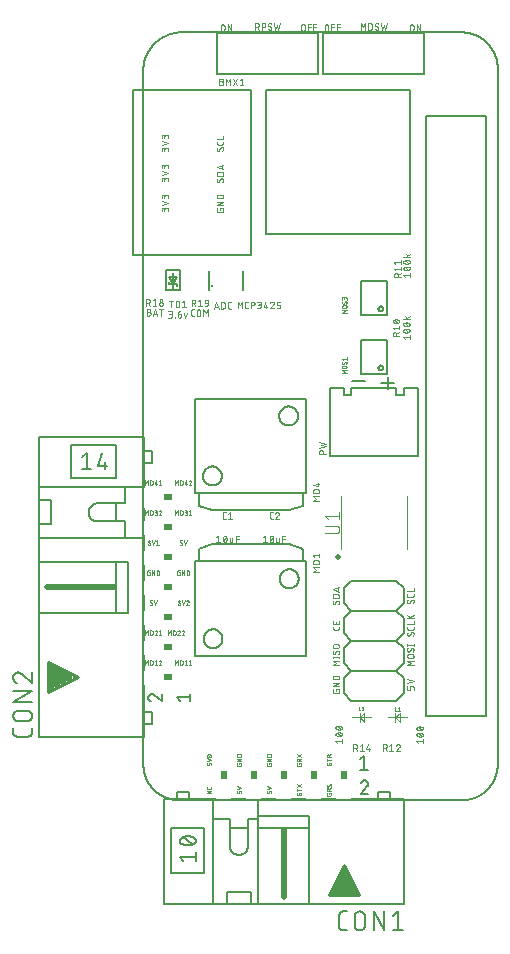
<source format=gbr>
G04 EAGLE Gerber RS-274X export*
G75*
%MOMM*%
%FSLAX34Y34*%
%LPD*%
%INSilkscreen Top*%
%IPPOS*%
%AMOC8*
5,1,8,0,0,1.08239X$1,22.5*%
G01*
%ADD10C,0.050800*%
%ADD11C,0.152400*%
%ADD12C,0.025400*%
%ADD13C,0.127000*%
%ADD14C,0.076200*%
%ADD15C,0.200000*%
%ADD16C,0.254000*%
%ADD17C,0.508000*%
%ADD18R,0.508000X5.842000*%
%ADD19R,2.286000X0.508000*%
%ADD20R,1.778000X0.508000*%
%ADD21R,1.270000X0.508000*%
%ADD22R,0.762000X0.508000*%
%ADD23R,0.254000X0.254000*%
%ADD24R,0.508000X0.762000*%
%ADD25C,0.177800*%
%ADD26R,5.842000X0.508000*%
%ADD27R,0.508000X2.286000*%
%ADD28R,0.508000X1.778000*%
%ADD29R,0.508000X1.270000*%
%ADD30C,0.500000*%
%ADD31C,0.120000*%
%ADD32C,0.101600*%


D10*
X-131459Y327758D02*
X-131459Y330242D01*
X-131457Y330319D01*
X-131451Y330397D01*
X-131442Y330473D01*
X-131428Y330550D01*
X-131411Y330625D01*
X-131390Y330699D01*
X-131365Y330773D01*
X-131337Y330845D01*
X-131305Y330915D01*
X-131270Y330984D01*
X-131231Y331051D01*
X-131189Y331116D01*
X-131144Y331179D01*
X-131096Y331240D01*
X-131045Y331298D01*
X-130991Y331353D01*
X-130934Y331406D01*
X-130875Y331455D01*
X-130813Y331502D01*
X-130749Y331546D01*
X-130683Y331586D01*
X-130615Y331623D01*
X-130545Y331657D01*
X-130474Y331687D01*
X-130401Y331713D01*
X-130327Y331736D01*
X-130252Y331755D01*
X-130177Y331770D01*
X-130100Y331782D01*
X-130023Y331790D01*
X-129946Y331794D01*
X-129868Y331794D01*
X-129791Y331790D01*
X-129714Y331782D01*
X-129637Y331770D01*
X-129562Y331755D01*
X-129487Y331736D01*
X-129413Y331713D01*
X-129340Y331687D01*
X-129269Y331657D01*
X-129199Y331623D01*
X-129131Y331586D01*
X-129065Y331546D01*
X-129001Y331502D01*
X-128939Y331455D01*
X-128880Y331406D01*
X-128823Y331353D01*
X-128769Y331298D01*
X-128718Y331240D01*
X-128670Y331179D01*
X-128625Y331116D01*
X-128583Y331051D01*
X-128544Y330984D01*
X-128509Y330915D01*
X-128477Y330845D01*
X-128449Y330773D01*
X-128424Y330699D01*
X-128403Y330625D01*
X-128386Y330550D01*
X-128372Y330473D01*
X-128363Y330397D01*
X-128357Y330319D01*
X-128355Y330242D01*
X-128355Y327758D01*
X-128357Y327681D01*
X-128363Y327603D01*
X-128372Y327527D01*
X-128386Y327450D01*
X-128403Y327375D01*
X-128424Y327301D01*
X-128449Y327227D01*
X-128477Y327155D01*
X-128509Y327085D01*
X-128544Y327016D01*
X-128583Y326949D01*
X-128625Y326884D01*
X-128670Y326821D01*
X-128718Y326760D01*
X-128769Y326702D01*
X-128823Y326647D01*
X-128880Y326594D01*
X-128939Y326545D01*
X-129001Y326498D01*
X-129065Y326454D01*
X-129131Y326414D01*
X-129199Y326377D01*
X-129269Y326343D01*
X-129340Y326313D01*
X-129413Y326287D01*
X-129487Y326264D01*
X-129562Y326245D01*
X-129637Y326230D01*
X-129714Y326218D01*
X-129791Y326210D01*
X-129868Y326206D01*
X-129946Y326206D01*
X-130023Y326210D01*
X-130100Y326218D01*
X-130177Y326230D01*
X-130252Y326245D01*
X-130327Y326264D01*
X-130401Y326287D01*
X-130474Y326313D01*
X-130545Y326343D01*
X-130615Y326377D01*
X-130683Y326414D01*
X-130749Y326454D01*
X-130813Y326498D01*
X-130875Y326545D01*
X-130934Y326594D01*
X-130991Y326647D01*
X-131045Y326702D01*
X-131096Y326760D01*
X-131144Y326821D01*
X-131189Y326884D01*
X-131231Y326949D01*
X-131270Y327016D01*
X-131305Y327085D01*
X-131337Y327155D01*
X-131365Y327227D01*
X-131390Y327301D01*
X-131411Y327375D01*
X-131428Y327450D01*
X-131442Y327527D01*
X-131451Y327603D01*
X-131457Y327681D01*
X-131459Y327758D01*
X-125779Y326206D02*
X-125779Y331794D01*
X-123295Y331794D01*
X-123295Y329310D02*
X-125779Y329310D01*
X-121024Y331794D02*
X-121024Y326206D01*
X-121024Y331794D02*
X-118541Y331794D01*
X-118541Y329310D02*
X-121024Y329310D01*
X-199387Y330242D02*
X-199387Y327758D01*
X-199387Y330242D02*
X-199385Y330319D01*
X-199379Y330397D01*
X-199370Y330473D01*
X-199356Y330550D01*
X-199339Y330625D01*
X-199318Y330699D01*
X-199293Y330773D01*
X-199265Y330845D01*
X-199233Y330915D01*
X-199198Y330984D01*
X-199159Y331051D01*
X-199117Y331116D01*
X-199072Y331179D01*
X-199024Y331240D01*
X-198973Y331298D01*
X-198919Y331353D01*
X-198862Y331406D01*
X-198803Y331455D01*
X-198741Y331502D01*
X-198677Y331546D01*
X-198611Y331586D01*
X-198543Y331623D01*
X-198473Y331657D01*
X-198402Y331687D01*
X-198329Y331713D01*
X-198255Y331736D01*
X-198180Y331755D01*
X-198105Y331770D01*
X-198028Y331782D01*
X-197951Y331790D01*
X-197874Y331794D01*
X-197796Y331794D01*
X-197719Y331790D01*
X-197642Y331782D01*
X-197565Y331770D01*
X-197490Y331755D01*
X-197415Y331736D01*
X-197341Y331713D01*
X-197268Y331687D01*
X-197197Y331657D01*
X-197127Y331623D01*
X-197059Y331586D01*
X-196993Y331546D01*
X-196929Y331502D01*
X-196867Y331455D01*
X-196808Y331406D01*
X-196751Y331353D01*
X-196697Y331298D01*
X-196646Y331240D01*
X-196598Y331179D01*
X-196553Y331116D01*
X-196511Y331051D01*
X-196472Y330984D01*
X-196437Y330915D01*
X-196405Y330845D01*
X-196377Y330773D01*
X-196352Y330699D01*
X-196331Y330625D01*
X-196314Y330550D01*
X-196300Y330473D01*
X-196291Y330397D01*
X-196285Y330319D01*
X-196283Y330242D01*
X-196282Y330242D02*
X-196282Y327758D01*
X-196283Y327758D02*
X-196285Y327681D01*
X-196291Y327603D01*
X-196300Y327527D01*
X-196314Y327450D01*
X-196331Y327375D01*
X-196352Y327301D01*
X-196377Y327227D01*
X-196405Y327155D01*
X-196437Y327085D01*
X-196472Y327016D01*
X-196511Y326949D01*
X-196553Y326884D01*
X-196598Y326821D01*
X-196646Y326760D01*
X-196697Y326702D01*
X-196751Y326647D01*
X-196808Y326594D01*
X-196867Y326545D01*
X-196929Y326498D01*
X-196993Y326454D01*
X-197059Y326414D01*
X-197127Y326377D01*
X-197197Y326343D01*
X-197268Y326313D01*
X-197341Y326287D01*
X-197415Y326264D01*
X-197490Y326245D01*
X-197565Y326230D01*
X-197642Y326218D01*
X-197719Y326210D01*
X-197796Y326206D01*
X-197874Y326206D01*
X-197951Y326210D01*
X-198028Y326218D01*
X-198105Y326230D01*
X-198180Y326245D01*
X-198255Y326264D01*
X-198329Y326287D01*
X-198402Y326313D01*
X-198473Y326343D01*
X-198543Y326377D01*
X-198611Y326414D01*
X-198677Y326454D01*
X-198741Y326498D01*
X-198803Y326545D01*
X-198862Y326594D01*
X-198919Y326647D01*
X-198973Y326702D01*
X-199024Y326760D01*
X-199072Y326821D01*
X-199117Y326884D01*
X-199159Y326949D01*
X-199198Y327016D01*
X-199233Y327085D01*
X-199265Y327155D01*
X-199293Y327227D01*
X-199318Y327301D01*
X-199339Y327375D01*
X-199356Y327450D01*
X-199370Y327527D01*
X-199379Y327603D01*
X-199385Y327681D01*
X-199387Y327758D01*
X-193718Y326206D02*
X-193718Y331794D01*
X-190613Y326206D01*
X-190613Y331794D01*
X-39387Y330242D02*
X-39387Y327758D01*
X-39387Y330242D02*
X-39385Y330319D01*
X-39379Y330397D01*
X-39370Y330473D01*
X-39356Y330550D01*
X-39339Y330625D01*
X-39318Y330699D01*
X-39293Y330773D01*
X-39265Y330845D01*
X-39233Y330915D01*
X-39198Y330984D01*
X-39159Y331051D01*
X-39117Y331116D01*
X-39072Y331179D01*
X-39024Y331240D01*
X-38973Y331298D01*
X-38919Y331353D01*
X-38862Y331406D01*
X-38803Y331455D01*
X-38741Y331502D01*
X-38677Y331546D01*
X-38611Y331586D01*
X-38543Y331623D01*
X-38473Y331657D01*
X-38402Y331687D01*
X-38329Y331713D01*
X-38255Y331736D01*
X-38180Y331755D01*
X-38105Y331770D01*
X-38028Y331782D01*
X-37951Y331790D01*
X-37874Y331794D01*
X-37796Y331794D01*
X-37719Y331790D01*
X-37642Y331782D01*
X-37565Y331770D01*
X-37490Y331755D01*
X-37415Y331736D01*
X-37341Y331713D01*
X-37268Y331687D01*
X-37197Y331657D01*
X-37127Y331623D01*
X-37059Y331586D01*
X-36993Y331546D01*
X-36929Y331502D01*
X-36867Y331455D01*
X-36808Y331406D01*
X-36751Y331353D01*
X-36697Y331298D01*
X-36646Y331240D01*
X-36598Y331179D01*
X-36553Y331116D01*
X-36511Y331051D01*
X-36472Y330984D01*
X-36437Y330915D01*
X-36405Y330845D01*
X-36377Y330773D01*
X-36352Y330699D01*
X-36331Y330625D01*
X-36314Y330550D01*
X-36300Y330473D01*
X-36291Y330397D01*
X-36285Y330319D01*
X-36283Y330242D01*
X-36282Y330242D02*
X-36282Y327758D01*
X-36283Y327758D02*
X-36285Y327681D01*
X-36291Y327603D01*
X-36300Y327527D01*
X-36314Y327450D01*
X-36331Y327375D01*
X-36352Y327301D01*
X-36377Y327227D01*
X-36405Y327155D01*
X-36437Y327085D01*
X-36472Y327016D01*
X-36511Y326949D01*
X-36553Y326884D01*
X-36598Y326821D01*
X-36646Y326760D01*
X-36697Y326702D01*
X-36751Y326647D01*
X-36808Y326594D01*
X-36867Y326545D01*
X-36929Y326498D01*
X-36993Y326454D01*
X-37059Y326414D01*
X-37127Y326377D01*
X-37197Y326343D01*
X-37268Y326313D01*
X-37341Y326287D01*
X-37415Y326264D01*
X-37490Y326245D01*
X-37565Y326230D01*
X-37642Y326218D01*
X-37719Y326210D01*
X-37796Y326206D01*
X-37874Y326206D01*
X-37951Y326210D01*
X-38028Y326218D01*
X-38105Y326230D01*
X-38180Y326245D01*
X-38255Y326264D01*
X-38329Y326287D01*
X-38402Y326313D01*
X-38473Y326343D01*
X-38543Y326377D01*
X-38611Y326414D01*
X-38677Y326454D01*
X-38741Y326498D01*
X-38803Y326545D01*
X-38862Y326594D01*
X-38919Y326647D01*
X-38973Y326702D01*
X-39024Y326760D01*
X-39072Y326821D01*
X-39117Y326884D01*
X-39159Y326949D01*
X-39198Y327016D01*
X-39233Y327085D01*
X-39265Y327155D01*
X-39293Y327227D01*
X-39318Y327301D01*
X-39339Y327375D01*
X-39356Y327450D01*
X-39370Y327527D01*
X-39379Y327603D01*
X-39385Y327681D01*
X-39387Y327758D01*
X-33718Y326206D02*
X-33718Y331794D01*
X-30613Y326206D01*
X-30613Y331794D01*
X-111459Y330242D02*
X-111459Y327758D01*
X-111459Y330242D02*
X-111457Y330319D01*
X-111451Y330397D01*
X-111442Y330473D01*
X-111428Y330550D01*
X-111411Y330625D01*
X-111390Y330699D01*
X-111365Y330773D01*
X-111337Y330845D01*
X-111305Y330915D01*
X-111270Y330984D01*
X-111231Y331051D01*
X-111189Y331116D01*
X-111144Y331179D01*
X-111096Y331240D01*
X-111045Y331298D01*
X-110991Y331353D01*
X-110934Y331406D01*
X-110875Y331455D01*
X-110813Y331502D01*
X-110749Y331546D01*
X-110683Y331586D01*
X-110615Y331623D01*
X-110545Y331657D01*
X-110474Y331687D01*
X-110401Y331713D01*
X-110327Y331736D01*
X-110252Y331755D01*
X-110177Y331770D01*
X-110100Y331782D01*
X-110023Y331790D01*
X-109946Y331794D01*
X-109868Y331794D01*
X-109791Y331790D01*
X-109714Y331782D01*
X-109637Y331770D01*
X-109562Y331755D01*
X-109487Y331736D01*
X-109413Y331713D01*
X-109340Y331687D01*
X-109269Y331657D01*
X-109199Y331623D01*
X-109131Y331586D01*
X-109065Y331546D01*
X-109001Y331502D01*
X-108939Y331455D01*
X-108880Y331406D01*
X-108823Y331353D01*
X-108769Y331298D01*
X-108718Y331240D01*
X-108670Y331179D01*
X-108625Y331116D01*
X-108583Y331051D01*
X-108544Y330984D01*
X-108509Y330915D01*
X-108477Y330845D01*
X-108449Y330773D01*
X-108424Y330699D01*
X-108403Y330625D01*
X-108386Y330550D01*
X-108372Y330473D01*
X-108363Y330397D01*
X-108357Y330319D01*
X-108355Y330242D01*
X-108355Y327758D01*
X-108357Y327681D01*
X-108363Y327603D01*
X-108372Y327527D01*
X-108386Y327450D01*
X-108403Y327375D01*
X-108424Y327301D01*
X-108449Y327227D01*
X-108477Y327155D01*
X-108509Y327085D01*
X-108544Y327016D01*
X-108583Y326949D01*
X-108625Y326884D01*
X-108670Y326821D01*
X-108718Y326760D01*
X-108769Y326702D01*
X-108823Y326647D01*
X-108880Y326594D01*
X-108939Y326545D01*
X-109001Y326498D01*
X-109065Y326454D01*
X-109131Y326414D01*
X-109199Y326377D01*
X-109269Y326343D01*
X-109340Y326313D01*
X-109413Y326287D01*
X-109487Y326264D01*
X-109562Y326245D01*
X-109637Y326230D01*
X-109714Y326218D01*
X-109791Y326210D01*
X-109868Y326206D01*
X-109946Y326206D01*
X-110023Y326210D01*
X-110100Y326218D01*
X-110177Y326230D01*
X-110252Y326245D01*
X-110327Y326264D01*
X-110401Y326287D01*
X-110474Y326313D01*
X-110545Y326343D01*
X-110615Y326377D01*
X-110683Y326414D01*
X-110749Y326454D01*
X-110813Y326498D01*
X-110875Y326545D01*
X-110934Y326594D01*
X-110991Y326647D01*
X-111045Y326702D01*
X-111096Y326760D01*
X-111144Y326821D01*
X-111189Y326884D01*
X-111231Y326949D01*
X-111270Y327016D01*
X-111305Y327085D01*
X-111337Y327155D01*
X-111365Y327227D01*
X-111390Y327301D01*
X-111411Y327375D01*
X-111428Y327450D01*
X-111442Y327527D01*
X-111451Y327603D01*
X-111457Y327681D01*
X-111459Y327758D01*
X-105779Y326206D02*
X-105779Y331794D01*
X-103295Y331794D01*
X-103295Y329310D02*
X-105779Y329310D01*
X-101024Y331794D02*
X-101024Y326206D01*
X-101024Y331794D02*
X-98541Y331794D01*
X-98541Y329310D02*
X-101024Y329310D01*
D11*
X-63419Y28194D02*
X-52581Y28194D01*
X-58000Y33612D02*
X-58000Y22775D01*
X-77581Y30194D02*
X-88419Y30194D01*
D10*
X-37448Y-155172D02*
X-37378Y-155174D01*
X-37309Y-155180D01*
X-37240Y-155190D01*
X-37172Y-155203D01*
X-37104Y-155221D01*
X-37038Y-155242D01*
X-36973Y-155267D01*
X-36909Y-155295D01*
X-36847Y-155327D01*
X-36787Y-155362D01*
X-36729Y-155401D01*
X-36674Y-155443D01*
X-36620Y-155488D01*
X-36570Y-155536D01*
X-36522Y-155586D01*
X-36477Y-155640D01*
X-36435Y-155695D01*
X-36396Y-155753D01*
X-36361Y-155813D01*
X-36329Y-155875D01*
X-36301Y-155939D01*
X-36276Y-156004D01*
X-36255Y-156070D01*
X-36237Y-156138D01*
X-36224Y-156206D01*
X-36214Y-156275D01*
X-36208Y-156344D01*
X-36206Y-156414D01*
X-36208Y-156513D01*
X-36213Y-156611D01*
X-36223Y-156709D01*
X-36236Y-156807D01*
X-36252Y-156904D01*
X-36272Y-157001D01*
X-36296Y-157096D01*
X-36324Y-157191D01*
X-36355Y-157285D01*
X-36389Y-157377D01*
X-36427Y-157468D01*
X-36468Y-157558D01*
X-36513Y-157646D01*
X-36561Y-157732D01*
X-36612Y-157816D01*
X-36666Y-157898D01*
X-36724Y-157979D01*
X-36784Y-158057D01*
X-36847Y-158132D01*
X-36913Y-158206D01*
X-36982Y-158276D01*
X-40552Y-158121D02*
X-40622Y-158119D01*
X-40691Y-158113D01*
X-40760Y-158103D01*
X-40828Y-158090D01*
X-40896Y-158072D01*
X-40962Y-158051D01*
X-41027Y-158026D01*
X-41091Y-157998D01*
X-41153Y-157966D01*
X-41213Y-157931D01*
X-41271Y-157892D01*
X-41326Y-157850D01*
X-41380Y-157805D01*
X-41430Y-157757D01*
X-41478Y-157707D01*
X-41523Y-157653D01*
X-41565Y-157598D01*
X-41604Y-157540D01*
X-41639Y-157480D01*
X-41671Y-157418D01*
X-41699Y-157354D01*
X-41724Y-157289D01*
X-41745Y-157223D01*
X-41763Y-157155D01*
X-41776Y-157087D01*
X-41786Y-157018D01*
X-41792Y-156949D01*
X-41794Y-156879D01*
X-41792Y-156785D01*
X-41786Y-156692D01*
X-41777Y-156599D01*
X-41764Y-156506D01*
X-41747Y-156414D01*
X-41727Y-156323D01*
X-41702Y-156232D01*
X-41675Y-156143D01*
X-41643Y-156055D01*
X-41608Y-155968D01*
X-41570Y-155882D01*
X-41528Y-155799D01*
X-41483Y-155716D01*
X-41435Y-155636D01*
X-41383Y-155558D01*
X-41328Y-155482D01*
X-39466Y-157500D02*
X-39502Y-157559D01*
X-39542Y-157615D01*
X-39585Y-157669D01*
X-39630Y-157721D01*
X-39679Y-157770D01*
X-39730Y-157816D01*
X-39783Y-157859D01*
X-39839Y-157900D01*
X-39897Y-157937D01*
X-39957Y-157972D01*
X-40018Y-158002D01*
X-40081Y-158030D01*
X-40146Y-158054D01*
X-40212Y-158074D01*
X-40279Y-158091D01*
X-40346Y-158104D01*
X-40414Y-158113D01*
X-40483Y-158119D01*
X-40552Y-158121D01*
X-38534Y-155793D02*
X-38498Y-155734D01*
X-38458Y-155678D01*
X-38415Y-155624D01*
X-38370Y-155572D01*
X-38321Y-155523D01*
X-38270Y-155477D01*
X-38217Y-155434D01*
X-38161Y-155393D01*
X-38103Y-155356D01*
X-38044Y-155321D01*
X-37982Y-155291D01*
X-37919Y-155263D01*
X-37854Y-155239D01*
X-37788Y-155219D01*
X-37721Y-155202D01*
X-37654Y-155189D01*
X-37586Y-155180D01*
X-37517Y-155174D01*
X-37448Y-155172D01*
X-38534Y-155793D02*
X-39466Y-157500D01*
X-36206Y-151747D02*
X-36206Y-150506D01*
X-36206Y-151747D02*
X-36208Y-151817D01*
X-36214Y-151886D01*
X-36224Y-151955D01*
X-36237Y-152023D01*
X-36255Y-152091D01*
X-36276Y-152157D01*
X-36301Y-152222D01*
X-36329Y-152286D01*
X-36361Y-152348D01*
X-36396Y-152408D01*
X-36435Y-152466D01*
X-36477Y-152521D01*
X-36522Y-152575D01*
X-36570Y-152625D01*
X-36620Y-152673D01*
X-36674Y-152718D01*
X-36729Y-152760D01*
X-36787Y-152799D01*
X-36847Y-152834D01*
X-36909Y-152866D01*
X-36973Y-152894D01*
X-37038Y-152919D01*
X-37104Y-152940D01*
X-37172Y-152958D01*
X-37240Y-152971D01*
X-37309Y-152981D01*
X-37378Y-152987D01*
X-37448Y-152989D01*
X-40552Y-152989D01*
X-40622Y-152987D01*
X-40691Y-152981D01*
X-40760Y-152971D01*
X-40828Y-152958D01*
X-40896Y-152940D01*
X-40962Y-152919D01*
X-41027Y-152894D01*
X-41091Y-152866D01*
X-41153Y-152834D01*
X-41213Y-152799D01*
X-41271Y-152760D01*
X-41326Y-152718D01*
X-41380Y-152673D01*
X-41430Y-152625D01*
X-41478Y-152575D01*
X-41523Y-152521D01*
X-41565Y-152466D01*
X-41604Y-152408D01*
X-41639Y-152348D01*
X-41671Y-152286D01*
X-41699Y-152222D01*
X-41724Y-152157D01*
X-41745Y-152091D01*
X-41763Y-152023D01*
X-41776Y-151955D01*
X-41786Y-151886D01*
X-41792Y-151817D01*
X-41794Y-151747D01*
X-41794Y-150506D01*
X-41794Y-148207D02*
X-36206Y-148207D01*
X-36206Y-145724D01*
X-37448Y-182896D02*
X-37378Y-182898D01*
X-37309Y-182904D01*
X-37240Y-182914D01*
X-37172Y-182927D01*
X-37104Y-182945D01*
X-37038Y-182966D01*
X-36973Y-182991D01*
X-36909Y-183019D01*
X-36847Y-183051D01*
X-36787Y-183086D01*
X-36729Y-183125D01*
X-36674Y-183167D01*
X-36620Y-183212D01*
X-36570Y-183260D01*
X-36522Y-183310D01*
X-36477Y-183364D01*
X-36435Y-183419D01*
X-36396Y-183477D01*
X-36361Y-183537D01*
X-36329Y-183599D01*
X-36301Y-183663D01*
X-36276Y-183728D01*
X-36255Y-183794D01*
X-36237Y-183862D01*
X-36224Y-183930D01*
X-36214Y-183999D01*
X-36208Y-184068D01*
X-36206Y-184138D01*
X-36208Y-184237D01*
X-36213Y-184335D01*
X-36223Y-184433D01*
X-36236Y-184531D01*
X-36252Y-184628D01*
X-36272Y-184725D01*
X-36296Y-184820D01*
X-36324Y-184915D01*
X-36355Y-185009D01*
X-36389Y-185101D01*
X-36427Y-185192D01*
X-36468Y-185282D01*
X-36513Y-185370D01*
X-36561Y-185456D01*
X-36612Y-185540D01*
X-36666Y-185622D01*
X-36724Y-185703D01*
X-36784Y-185781D01*
X-36847Y-185856D01*
X-36913Y-185930D01*
X-36982Y-186000D01*
X-40552Y-185845D02*
X-40622Y-185843D01*
X-40691Y-185837D01*
X-40760Y-185827D01*
X-40828Y-185814D01*
X-40896Y-185796D01*
X-40962Y-185775D01*
X-41027Y-185750D01*
X-41091Y-185722D01*
X-41153Y-185690D01*
X-41213Y-185655D01*
X-41271Y-185616D01*
X-41326Y-185574D01*
X-41380Y-185529D01*
X-41430Y-185481D01*
X-41478Y-185431D01*
X-41523Y-185377D01*
X-41565Y-185322D01*
X-41604Y-185264D01*
X-41639Y-185204D01*
X-41671Y-185142D01*
X-41699Y-185078D01*
X-41724Y-185013D01*
X-41745Y-184947D01*
X-41763Y-184879D01*
X-41776Y-184811D01*
X-41786Y-184742D01*
X-41792Y-184673D01*
X-41794Y-184603D01*
X-41792Y-184509D01*
X-41786Y-184416D01*
X-41777Y-184323D01*
X-41764Y-184230D01*
X-41747Y-184138D01*
X-41727Y-184047D01*
X-41702Y-183956D01*
X-41675Y-183867D01*
X-41643Y-183779D01*
X-41608Y-183692D01*
X-41570Y-183606D01*
X-41528Y-183523D01*
X-41483Y-183440D01*
X-41435Y-183360D01*
X-41383Y-183282D01*
X-41328Y-183206D01*
X-39466Y-185224D02*
X-39502Y-185283D01*
X-39542Y-185339D01*
X-39585Y-185393D01*
X-39630Y-185445D01*
X-39679Y-185494D01*
X-39730Y-185540D01*
X-39783Y-185583D01*
X-39839Y-185624D01*
X-39897Y-185661D01*
X-39957Y-185696D01*
X-40018Y-185726D01*
X-40081Y-185754D01*
X-40146Y-185778D01*
X-40212Y-185798D01*
X-40279Y-185815D01*
X-40346Y-185828D01*
X-40414Y-185837D01*
X-40483Y-185843D01*
X-40552Y-185845D01*
X-38534Y-183517D02*
X-38498Y-183458D01*
X-38458Y-183402D01*
X-38415Y-183348D01*
X-38370Y-183296D01*
X-38321Y-183247D01*
X-38270Y-183201D01*
X-38217Y-183158D01*
X-38161Y-183117D01*
X-38103Y-183080D01*
X-38044Y-183045D01*
X-37982Y-183015D01*
X-37919Y-182987D01*
X-37854Y-182963D01*
X-37788Y-182943D01*
X-37721Y-182926D01*
X-37654Y-182913D01*
X-37586Y-182904D01*
X-37517Y-182898D01*
X-37448Y-182896D01*
X-38534Y-183517D02*
X-39466Y-185224D01*
X-36206Y-179471D02*
X-36206Y-178230D01*
X-36206Y-179471D02*
X-36208Y-179541D01*
X-36214Y-179610D01*
X-36224Y-179679D01*
X-36237Y-179747D01*
X-36255Y-179815D01*
X-36276Y-179881D01*
X-36301Y-179946D01*
X-36329Y-180010D01*
X-36361Y-180072D01*
X-36396Y-180132D01*
X-36435Y-180190D01*
X-36477Y-180245D01*
X-36522Y-180299D01*
X-36570Y-180349D01*
X-36620Y-180397D01*
X-36674Y-180442D01*
X-36729Y-180484D01*
X-36787Y-180523D01*
X-36847Y-180558D01*
X-36909Y-180590D01*
X-36973Y-180618D01*
X-37038Y-180643D01*
X-37104Y-180664D01*
X-37172Y-180682D01*
X-37240Y-180695D01*
X-37309Y-180705D01*
X-37378Y-180711D01*
X-37448Y-180713D01*
X-40552Y-180713D01*
X-40622Y-180711D01*
X-40691Y-180705D01*
X-40760Y-180695D01*
X-40828Y-180682D01*
X-40896Y-180664D01*
X-40962Y-180643D01*
X-41027Y-180618D01*
X-41091Y-180590D01*
X-41153Y-180558D01*
X-41213Y-180523D01*
X-41271Y-180484D01*
X-41326Y-180442D01*
X-41380Y-180397D01*
X-41430Y-180349D01*
X-41478Y-180299D01*
X-41523Y-180245D01*
X-41565Y-180190D01*
X-41604Y-180132D01*
X-41639Y-180072D01*
X-41671Y-180010D01*
X-41699Y-179946D01*
X-41724Y-179881D01*
X-41745Y-179815D01*
X-41763Y-179747D01*
X-41776Y-179679D01*
X-41786Y-179610D01*
X-41792Y-179541D01*
X-41794Y-179471D01*
X-41794Y-178230D01*
X-41794Y-175931D02*
X-36206Y-175931D01*
X-36206Y-173447D01*
X-36206Y-171104D02*
X-41794Y-171104D01*
X-41794Y-168000D02*
X-38379Y-171104D01*
X-39621Y-169862D02*
X-36206Y-168000D01*
X-36206Y-211014D02*
X-41794Y-211014D01*
X-38690Y-209151D01*
X-41794Y-207289D01*
X-36206Y-207289D01*
X-37758Y-204669D02*
X-40242Y-204669D01*
X-40242Y-204668D02*
X-40319Y-204666D01*
X-40397Y-204660D01*
X-40473Y-204651D01*
X-40550Y-204637D01*
X-40625Y-204620D01*
X-40699Y-204599D01*
X-40773Y-204574D01*
X-40845Y-204546D01*
X-40915Y-204514D01*
X-40984Y-204479D01*
X-41051Y-204440D01*
X-41116Y-204398D01*
X-41179Y-204353D01*
X-41240Y-204305D01*
X-41298Y-204254D01*
X-41353Y-204200D01*
X-41406Y-204143D01*
X-41455Y-204084D01*
X-41502Y-204022D01*
X-41546Y-203958D01*
X-41586Y-203892D01*
X-41623Y-203824D01*
X-41657Y-203754D01*
X-41687Y-203683D01*
X-41713Y-203610D01*
X-41736Y-203536D01*
X-41755Y-203461D01*
X-41770Y-203386D01*
X-41782Y-203309D01*
X-41790Y-203232D01*
X-41794Y-203155D01*
X-41794Y-203077D01*
X-41790Y-203000D01*
X-41782Y-202923D01*
X-41770Y-202846D01*
X-41755Y-202771D01*
X-41736Y-202696D01*
X-41713Y-202622D01*
X-41687Y-202549D01*
X-41657Y-202478D01*
X-41623Y-202408D01*
X-41586Y-202340D01*
X-41546Y-202274D01*
X-41502Y-202210D01*
X-41455Y-202148D01*
X-41406Y-202089D01*
X-41353Y-202032D01*
X-41298Y-201978D01*
X-41240Y-201927D01*
X-41179Y-201879D01*
X-41116Y-201834D01*
X-41051Y-201792D01*
X-40984Y-201753D01*
X-40915Y-201718D01*
X-40845Y-201686D01*
X-40773Y-201658D01*
X-40699Y-201633D01*
X-40625Y-201612D01*
X-40550Y-201595D01*
X-40473Y-201581D01*
X-40397Y-201572D01*
X-40319Y-201566D01*
X-40242Y-201564D01*
X-37758Y-201564D01*
X-37681Y-201566D01*
X-37603Y-201572D01*
X-37527Y-201581D01*
X-37450Y-201595D01*
X-37375Y-201612D01*
X-37301Y-201633D01*
X-37227Y-201658D01*
X-37155Y-201686D01*
X-37085Y-201718D01*
X-37016Y-201753D01*
X-36949Y-201792D01*
X-36884Y-201834D01*
X-36821Y-201879D01*
X-36760Y-201927D01*
X-36702Y-201978D01*
X-36647Y-202032D01*
X-36594Y-202089D01*
X-36545Y-202148D01*
X-36498Y-202210D01*
X-36454Y-202274D01*
X-36414Y-202340D01*
X-36377Y-202408D01*
X-36343Y-202478D01*
X-36313Y-202549D01*
X-36287Y-202622D01*
X-36264Y-202696D01*
X-36245Y-202771D01*
X-36230Y-202846D01*
X-36218Y-202923D01*
X-36210Y-203000D01*
X-36206Y-203077D01*
X-36206Y-203155D01*
X-36210Y-203232D01*
X-36218Y-203309D01*
X-36230Y-203386D01*
X-36245Y-203461D01*
X-36264Y-203536D01*
X-36287Y-203610D01*
X-36313Y-203683D01*
X-36343Y-203754D01*
X-36377Y-203824D01*
X-36414Y-203892D01*
X-36454Y-203958D01*
X-36498Y-204022D01*
X-36545Y-204084D01*
X-36594Y-204143D01*
X-36647Y-204200D01*
X-36702Y-204254D01*
X-36760Y-204305D01*
X-36821Y-204353D01*
X-36884Y-204398D01*
X-36949Y-204440D01*
X-37016Y-204479D01*
X-37085Y-204514D01*
X-37155Y-204546D01*
X-37227Y-204574D01*
X-37301Y-204599D01*
X-37375Y-204620D01*
X-37450Y-204637D01*
X-37527Y-204651D01*
X-37603Y-204660D01*
X-37681Y-204666D01*
X-37758Y-204668D01*
X-36206Y-197502D02*
X-36208Y-197432D01*
X-36214Y-197363D01*
X-36224Y-197294D01*
X-36237Y-197226D01*
X-36255Y-197158D01*
X-36276Y-197092D01*
X-36301Y-197027D01*
X-36329Y-196963D01*
X-36361Y-196901D01*
X-36396Y-196841D01*
X-36435Y-196783D01*
X-36477Y-196728D01*
X-36522Y-196674D01*
X-36570Y-196624D01*
X-36620Y-196576D01*
X-36674Y-196531D01*
X-36729Y-196489D01*
X-36787Y-196450D01*
X-36847Y-196415D01*
X-36909Y-196383D01*
X-36973Y-196355D01*
X-37038Y-196330D01*
X-37104Y-196309D01*
X-37172Y-196291D01*
X-37240Y-196278D01*
X-37309Y-196268D01*
X-37378Y-196262D01*
X-37448Y-196260D01*
X-36206Y-197502D02*
X-36208Y-197601D01*
X-36213Y-197699D01*
X-36223Y-197797D01*
X-36236Y-197895D01*
X-36252Y-197992D01*
X-36272Y-198089D01*
X-36296Y-198184D01*
X-36324Y-198279D01*
X-36355Y-198373D01*
X-36389Y-198465D01*
X-36427Y-198556D01*
X-36468Y-198646D01*
X-36513Y-198734D01*
X-36561Y-198820D01*
X-36612Y-198904D01*
X-36666Y-198986D01*
X-36724Y-199067D01*
X-36784Y-199145D01*
X-36847Y-199220D01*
X-36913Y-199294D01*
X-36982Y-199364D01*
X-40552Y-199210D02*
X-40622Y-199208D01*
X-40691Y-199202D01*
X-40760Y-199192D01*
X-40828Y-199179D01*
X-40896Y-199161D01*
X-40962Y-199140D01*
X-41027Y-199115D01*
X-41091Y-199087D01*
X-41153Y-199055D01*
X-41213Y-199020D01*
X-41271Y-198981D01*
X-41326Y-198939D01*
X-41380Y-198894D01*
X-41430Y-198846D01*
X-41478Y-198796D01*
X-41523Y-198742D01*
X-41565Y-198687D01*
X-41604Y-198629D01*
X-41639Y-198569D01*
X-41671Y-198507D01*
X-41699Y-198443D01*
X-41724Y-198378D01*
X-41745Y-198312D01*
X-41763Y-198244D01*
X-41776Y-198176D01*
X-41786Y-198107D01*
X-41792Y-198038D01*
X-41794Y-197968D01*
X-41792Y-197874D01*
X-41786Y-197781D01*
X-41777Y-197688D01*
X-41764Y-197595D01*
X-41747Y-197503D01*
X-41727Y-197412D01*
X-41702Y-197321D01*
X-41675Y-197232D01*
X-41643Y-197144D01*
X-41608Y-197057D01*
X-41570Y-196971D01*
X-41528Y-196888D01*
X-41483Y-196805D01*
X-41435Y-196725D01*
X-41383Y-196647D01*
X-41328Y-196571D01*
X-39466Y-198589D02*
X-39502Y-198648D01*
X-39542Y-198704D01*
X-39585Y-198758D01*
X-39630Y-198810D01*
X-39679Y-198859D01*
X-39730Y-198905D01*
X-39783Y-198948D01*
X-39839Y-198989D01*
X-39897Y-199026D01*
X-39957Y-199061D01*
X-40018Y-199091D01*
X-40081Y-199119D01*
X-40146Y-199143D01*
X-40212Y-199163D01*
X-40279Y-199180D01*
X-40346Y-199193D01*
X-40414Y-199202D01*
X-40483Y-199208D01*
X-40552Y-199210D01*
X-38534Y-196882D02*
X-38498Y-196823D01*
X-38458Y-196767D01*
X-38415Y-196713D01*
X-38370Y-196661D01*
X-38321Y-196612D01*
X-38270Y-196566D01*
X-38217Y-196523D01*
X-38161Y-196482D01*
X-38103Y-196445D01*
X-38044Y-196410D01*
X-37982Y-196380D01*
X-37919Y-196352D01*
X-37854Y-196328D01*
X-37788Y-196308D01*
X-37721Y-196291D01*
X-37654Y-196278D01*
X-37586Y-196269D01*
X-37517Y-196263D01*
X-37448Y-196261D01*
X-38534Y-196882D02*
X-39466Y-198589D01*
X-41794Y-193607D02*
X-36206Y-193607D01*
X-36206Y-194228D02*
X-36206Y-192986D01*
X-41794Y-192986D02*
X-41794Y-194228D01*
X-36206Y-229588D02*
X-36206Y-231451D01*
X-36206Y-229588D02*
X-36208Y-229518D01*
X-36214Y-229449D01*
X-36224Y-229380D01*
X-36237Y-229312D01*
X-36255Y-229244D01*
X-36276Y-229178D01*
X-36301Y-229113D01*
X-36329Y-229049D01*
X-36361Y-228987D01*
X-36396Y-228927D01*
X-36435Y-228869D01*
X-36477Y-228814D01*
X-36522Y-228760D01*
X-36570Y-228710D01*
X-36620Y-228662D01*
X-36674Y-228617D01*
X-36729Y-228575D01*
X-36787Y-228536D01*
X-36847Y-228501D01*
X-36909Y-228469D01*
X-36973Y-228441D01*
X-37038Y-228416D01*
X-37104Y-228395D01*
X-37172Y-228377D01*
X-37240Y-228364D01*
X-37309Y-228354D01*
X-37378Y-228348D01*
X-37448Y-228346D01*
X-38069Y-228346D01*
X-38139Y-228348D01*
X-38208Y-228354D01*
X-38277Y-228364D01*
X-38345Y-228377D01*
X-38413Y-228395D01*
X-38479Y-228416D01*
X-38544Y-228441D01*
X-38608Y-228469D01*
X-38670Y-228501D01*
X-38730Y-228536D01*
X-38788Y-228575D01*
X-38843Y-228617D01*
X-38897Y-228662D01*
X-38947Y-228710D01*
X-38995Y-228760D01*
X-39040Y-228814D01*
X-39082Y-228869D01*
X-39121Y-228927D01*
X-39156Y-228987D01*
X-39188Y-229049D01*
X-39216Y-229113D01*
X-39241Y-229178D01*
X-39262Y-229244D01*
X-39280Y-229312D01*
X-39293Y-229380D01*
X-39303Y-229449D01*
X-39309Y-229518D01*
X-39311Y-229588D01*
X-39310Y-229588D02*
X-39310Y-231451D01*
X-41794Y-231451D01*
X-41794Y-228346D01*
X-41794Y-226275D02*
X-36206Y-224412D01*
X-41794Y-222549D01*
X-99206Y-157423D02*
X-99208Y-157353D01*
X-99214Y-157284D01*
X-99224Y-157215D01*
X-99237Y-157147D01*
X-99255Y-157079D01*
X-99276Y-157013D01*
X-99301Y-156948D01*
X-99329Y-156884D01*
X-99361Y-156822D01*
X-99396Y-156762D01*
X-99435Y-156704D01*
X-99477Y-156649D01*
X-99522Y-156595D01*
X-99570Y-156545D01*
X-99620Y-156497D01*
X-99674Y-156452D01*
X-99729Y-156410D01*
X-99787Y-156371D01*
X-99847Y-156336D01*
X-99909Y-156304D01*
X-99973Y-156276D01*
X-100038Y-156251D01*
X-100104Y-156230D01*
X-100172Y-156212D01*
X-100240Y-156199D01*
X-100309Y-156189D01*
X-100378Y-156183D01*
X-100448Y-156181D01*
X-99206Y-157423D02*
X-99208Y-157522D01*
X-99213Y-157620D01*
X-99223Y-157718D01*
X-99236Y-157816D01*
X-99252Y-157913D01*
X-99272Y-158010D01*
X-99296Y-158105D01*
X-99324Y-158200D01*
X-99355Y-158294D01*
X-99389Y-158386D01*
X-99427Y-158477D01*
X-99468Y-158567D01*
X-99513Y-158655D01*
X-99561Y-158741D01*
X-99612Y-158825D01*
X-99666Y-158907D01*
X-99724Y-158988D01*
X-99784Y-159066D01*
X-99847Y-159141D01*
X-99913Y-159215D01*
X-99982Y-159285D01*
X-103552Y-159130D02*
X-103622Y-159128D01*
X-103691Y-159122D01*
X-103760Y-159112D01*
X-103828Y-159099D01*
X-103896Y-159081D01*
X-103962Y-159060D01*
X-104027Y-159035D01*
X-104091Y-159007D01*
X-104153Y-158975D01*
X-104213Y-158940D01*
X-104271Y-158901D01*
X-104326Y-158859D01*
X-104380Y-158814D01*
X-104430Y-158766D01*
X-104478Y-158716D01*
X-104523Y-158662D01*
X-104565Y-158607D01*
X-104604Y-158549D01*
X-104639Y-158489D01*
X-104671Y-158427D01*
X-104699Y-158363D01*
X-104724Y-158298D01*
X-104745Y-158232D01*
X-104763Y-158164D01*
X-104776Y-158096D01*
X-104786Y-158027D01*
X-104792Y-157958D01*
X-104794Y-157888D01*
X-104792Y-157794D01*
X-104786Y-157701D01*
X-104777Y-157608D01*
X-104764Y-157515D01*
X-104747Y-157423D01*
X-104727Y-157332D01*
X-104702Y-157241D01*
X-104675Y-157152D01*
X-104643Y-157064D01*
X-104608Y-156977D01*
X-104570Y-156891D01*
X-104528Y-156808D01*
X-104483Y-156725D01*
X-104435Y-156645D01*
X-104383Y-156567D01*
X-104328Y-156491D01*
X-102466Y-158509D02*
X-102502Y-158568D01*
X-102542Y-158624D01*
X-102585Y-158678D01*
X-102630Y-158730D01*
X-102679Y-158779D01*
X-102730Y-158825D01*
X-102783Y-158868D01*
X-102839Y-158909D01*
X-102897Y-158946D01*
X-102957Y-158981D01*
X-103018Y-159011D01*
X-103081Y-159039D01*
X-103146Y-159063D01*
X-103212Y-159083D01*
X-103279Y-159100D01*
X-103346Y-159113D01*
X-103414Y-159122D01*
X-103483Y-159128D01*
X-103552Y-159130D01*
X-101534Y-156802D02*
X-101498Y-156743D01*
X-101458Y-156687D01*
X-101415Y-156633D01*
X-101370Y-156581D01*
X-101321Y-156532D01*
X-101270Y-156486D01*
X-101217Y-156443D01*
X-101161Y-156402D01*
X-101103Y-156365D01*
X-101044Y-156330D01*
X-100982Y-156300D01*
X-100919Y-156272D01*
X-100854Y-156248D01*
X-100788Y-156228D01*
X-100721Y-156211D01*
X-100654Y-156198D01*
X-100586Y-156189D01*
X-100517Y-156183D01*
X-100448Y-156181D01*
X-101534Y-156802D02*
X-102466Y-158509D01*
X-104794Y-153799D02*
X-99206Y-153799D01*
X-104794Y-153799D02*
X-104794Y-152247D01*
X-104792Y-152171D01*
X-104787Y-152095D01*
X-104777Y-152019D01*
X-104764Y-151944D01*
X-104747Y-151870D01*
X-104727Y-151796D01*
X-104703Y-151724D01*
X-104676Y-151653D01*
X-104645Y-151583D01*
X-104611Y-151515D01*
X-104573Y-151449D01*
X-104532Y-151385D01*
X-104489Y-151322D01*
X-104442Y-151262D01*
X-104392Y-151205D01*
X-104339Y-151150D01*
X-104284Y-151097D01*
X-104227Y-151047D01*
X-104167Y-151000D01*
X-104104Y-150957D01*
X-104040Y-150916D01*
X-103974Y-150878D01*
X-103906Y-150844D01*
X-103836Y-150813D01*
X-103765Y-150786D01*
X-103692Y-150762D01*
X-103619Y-150742D01*
X-103545Y-150725D01*
X-103470Y-150712D01*
X-103394Y-150702D01*
X-103318Y-150697D01*
X-103242Y-150695D01*
X-103242Y-150694D02*
X-100758Y-150694D01*
X-100758Y-150695D02*
X-100682Y-150697D01*
X-100606Y-150702D01*
X-100530Y-150712D01*
X-100455Y-150725D01*
X-100381Y-150742D01*
X-100307Y-150762D01*
X-100235Y-150786D01*
X-100164Y-150813D01*
X-100094Y-150844D01*
X-100026Y-150878D01*
X-99960Y-150916D01*
X-99896Y-150957D01*
X-99833Y-151000D01*
X-99773Y-151047D01*
X-99716Y-151097D01*
X-99661Y-151150D01*
X-99608Y-151205D01*
X-99558Y-151262D01*
X-99511Y-151322D01*
X-99468Y-151385D01*
X-99427Y-151449D01*
X-99389Y-151515D01*
X-99355Y-151583D01*
X-99324Y-151653D01*
X-99297Y-151724D01*
X-99273Y-151796D01*
X-99253Y-151870D01*
X-99236Y-151944D01*
X-99223Y-152019D01*
X-99213Y-152095D01*
X-99208Y-152171D01*
X-99206Y-152247D01*
X-99206Y-153799D01*
X-99206Y-148440D02*
X-104794Y-146577D01*
X-99206Y-144715D01*
X-100603Y-145180D02*
X-100603Y-147974D01*
X-99206Y-178149D02*
X-99206Y-179391D01*
X-99208Y-179461D01*
X-99214Y-179530D01*
X-99224Y-179599D01*
X-99237Y-179667D01*
X-99255Y-179735D01*
X-99276Y-179801D01*
X-99301Y-179866D01*
X-99329Y-179930D01*
X-99361Y-179992D01*
X-99396Y-180052D01*
X-99435Y-180110D01*
X-99477Y-180165D01*
X-99522Y-180219D01*
X-99570Y-180269D01*
X-99620Y-180317D01*
X-99674Y-180362D01*
X-99729Y-180404D01*
X-99787Y-180443D01*
X-99847Y-180478D01*
X-99909Y-180510D01*
X-99973Y-180538D01*
X-100038Y-180563D01*
X-100104Y-180584D01*
X-100172Y-180602D01*
X-100240Y-180615D01*
X-100309Y-180625D01*
X-100378Y-180631D01*
X-100448Y-180633D01*
X-103552Y-180633D01*
X-103622Y-180631D01*
X-103691Y-180625D01*
X-103760Y-180615D01*
X-103828Y-180602D01*
X-103896Y-180584D01*
X-103962Y-180563D01*
X-104027Y-180538D01*
X-104091Y-180510D01*
X-104153Y-180478D01*
X-104213Y-180443D01*
X-104271Y-180404D01*
X-104326Y-180362D01*
X-104380Y-180317D01*
X-104430Y-180269D01*
X-104478Y-180219D01*
X-104523Y-180165D01*
X-104565Y-180110D01*
X-104604Y-180052D01*
X-104639Y-179992D01*
X-104671Y-179930D01*
X-104699Y-179866D01*
X-104724Y-179801D01*
X-104745Y-179735D01*
X-104763Y-179667D01*
X-104776Y-179599D01*
X-104786Y-179530D01*
X-104792Y-179461D01*
X-104794Y-179391D01*
X-104794Y-178149D01*
X-99206Y-175851D02*
X-99206Y-173367D01*
X-99206Y-175851D02*
X-104794Y-175851D01*
X-104794Y-173367D01*
X-102310Y-173988D02*
X-102310Y-175851D01*
X-104794Y-210931D02*
X-99206Y-210931D01*
X-101690Y-209069D02*
X-104794Y-210931D01*
X-101690Y-209069D02*
X-104794Y-207206D01*
X-99206Y-207206D01*
X-99206Y-204131D02*
X-104794Y-204131D01*
X-99206Y-204752D02*
X-99206Y-203510D01*
X-104794Y-203510D02*
X-104794Y-204752D01*
X-99206Y-199614D02*
X-99208Y-199544D01*
X-99214Y-199475D01*
X-99224Y-199406D01*
X-99237Y-199338D01*
X-99255Y-199270D01*
X-99276Y-199204D01*
X-99301Y-199139D01*
X-99329Y-199075D01*
X-99361Y-199013D01*
X-99396Y-198953D01*
X-99435Y-198895D01*
X-99477Y-198840D01*
X-99522Y-198786D01*
X-99570Y-198736D01*
X-99620Y-198688D01*
X-99674Y-198643D01*
X-99729Y-198601D01*
X-99787Y-198562D01*
X-99847Y-198527D01*
X-99909Y-198495D01*
X-99973Y-198467D01*
X-100038Y-198442D01*
X-100104Y-198421D01*
X-100172Y-198403D01*
X-100240Y-198390D01*
X-100309Y-198380D01*
X-100378Y-198374D01*
X-100448Y-198372D01*
X-99206Y-199614D02*
X-99208Y-199713D01*
X-99213Y-199811D01*
X-99223Y-199909D01*
X-99236Y-200007D01*
X-99252Y-200104D01*
X-99272Y-200201D01*
X-99296Y-200296D01*
X-99324Y-200391D01*
X-99355Y-200485D01*
X-99389Y-200577D01*
X-99427Y-200668D01*
X-99468Y-200758D01*
X-99513Y-200846D01*
X-99561Y-200932D01*
X-99612Y-201016D01*
X-99666Y-201098D01*
X-99724Y-201179D01*
X-99784Y-201257D01*
X-99847Y-201332D01*
X-99913Y-201406D01*
X-99982Y-201476D01*
X-103552Y-201322D02*
X-103622Y-201320D01*
X-103691Y-201314D01*
X-103760Y-201304D01*
X-103828Y-201291D01*
X-103896Y-201273D01*
X-103962Y-201252D01*
X-104027Y-201227D01*
X-104091Y-201199D01*
X-104153Y-201167D01*
X-104213Y-201132D01*
X-104271Y-201093D01*
X-104326Y-201051D01*
X-104380Y-201006D01*
X-104430Y-200958D01*
X-104478Y-200908D01*
X-104523Y-200854D01*
X-104565Y-200799D01*
X-104604Y-200741D01*
X-104639Y-200681D01*
X-104671Y-200619D01*
X-104699Y-200555D01*
X-104724Y-200490D01*
X-104745Y-200424D01*
X-104763Y-200356D01*
X-104776Y-200288D01*
X-104786Y-200219D01*
X-104792Y-200150D01*
X-104794Y-200080D01*
X-104792Y-199986D01*
X-104786Y-199893D01*
X-104777Y-199800D01*
X-104764Y-199707D01*
X-104747Y-199615D01*
X-104727Y-199524D01*
X-104702Y-199433D01*
X-104675Y-199344D01*
X-104643Y-199256D01*
X-104608Y-199169D01*
X-104570Y-199083D01*
X-104528Y-199000D01*
X-104483Y-198917D01*
X-104435Y-198837D01*
X-104383Y-198759D01*
X-104328Y-198683D01*
X-102466Y-200700D02*
X-102502Y-200759D01*
X-102542Y-200815D01*
X-102585Y-200869D01*
X-102630Y-200921D01*
X-102679Y-200970D01*
X-102730Y-201016D01*
X-102783Y-201059D01*
X-102839Y-201100D01*
X-102897Y-201137D01*
X-102957Y-201172D01*
X-103018Y-201202D01*
X-103081Y-201230D01*
X-103146Y-201254D01*
X-103212Y-201274D01*
X-103279Y-201291D01*
X-103346Y-201304D01*
X-103414Y-201313D01*
X-103483Y-201319D01*
X-103552Y-201321D01*
X-101534Y-198994D02*
X-101498Y-198935D01*
X-101458Y-198879D01*
X-101415Y-198825D01*
X-101370Y-198773D01*
X-101321Y-198724D01*
X-101270Y-198678D01*
X-101217Y-198635D01*
X-101161Y-198594D01*
X-101103Y-198557D01*
X-101044Y-198522D01*
X-100982Y-198492D01*
X-100919Y-198464D01*
X-100854Y-198440D01*
X-100788Y-198420D01*
X-100721Y-198403D01*
X-100654Y-198390D01*
X-100586Y-198381D01*
X-100517Y-198375D01*
X-100448Y-198373D01*
X-101534Y-198993D02*
X-102466Y-200701D01*
X-103242Y-196173D02*
X-100758Y-196173D01*
X-103242Y-196173D02*
X-103319Y-196171D01*
X-103397Y-196165D01*
X-103473Y-196156D01*
X-103550Y-196142D01*
X-103625Y-196125D01*
X-103699Y-196104D01*
X-103773Y-196079D01*
X-103845Y-196051D01*
X-103915Y-196019D01*
X-103984Y-195984D01*
X-104051Y-195945D01*
X-104116Y-195903D01*
X-104179Y-195858D01*
X-104240Y-195810D01*
X-104298Y-195759D01*
X-104353Y-195705D01*
X-104406Y-195648D01*
X-104455Y-195589D01*
X-104502Y-195527D01*
X-104546Y-195463D01*
X-104586Y-195397D01*
X-104623Y-195329D01*
X-104657Y-195259D01*
X-104687Y-195188D01*
X-104713Y-195115D01*
X-104736Y-195041D01*
X-104755Y-194966D01*
X-104770Y-194891D01*
X-104782Y-194814D01*
X-104790Y-194737D01*
X-104794Y-194660D01*
X-104794Y-194582D01*
X-104790Y-194505D01*
X-104782Y-194428D01*
X-104770Y-194351D01*
X-104755Y-194276D01*
X-104736Y-194201D01*
X-104713Y-194127D01*
X-104687Y-194054D01*
X-104657Y-193983D01*
X-104623Y-193913D01*
X-104586Y-193845D01*
X-104546Y-193779D01*
X-104502Y-193715D01*
X-104455Y-193653D01*
X-104406Y-193594D01*
X-104353Y-193537D01*
X-104298Y-193483D01*
X-104240Y-193432D01*
X-104179Y-193384D01*
X-104116Y-193339D01*
X-104051Y-193297D01*
X-103984Y-193258D01*
X-103915Y-193223D01*
X-103845Y-193191D01*
X-103773Y-193163D01*
X-103699Y-193138D01*
X-103625Y-193117D01*
X-103550Y-193100D01*
X-103473Y-193086D01*
X-103397Y-193077D01*
X-103319Y-193071D01*
X-103242Y-193069D01*
X-100758Y-193069D01*
X-100681Y-193071D01*
X-100603Y-193077D01*
X-100527Y-193086D01*
X-100450Y-193100D01*
X-100375Y-193117D01*
X-100301Y-193138D01*
X-100227Y-193163D01*
X-100155Y-193191D01*
X-100085Y-193223D01*
X-100016Y-193258D01*
X-99949Y-193297D01*
X-99884Y-193339D01*
X-99821Y-193384D01*
X-99760Y-193432D01*
X-99702Y-193483D01*
X-99647Y-193537D01*
X-99594Y-193594D01*
X-99545Y-193653D01*
X-99498Y-193715D01*
X-99454Y-193779D01*
X-99414Y-193845D01*
X-99377Y-193913D01*
X-99343Y-193983D01*
X-99313Y-194054D01*
X-99287Y-194127D01*
X-99264Y-194201D01*
X-99245Y-194276D01*
X-99230Y-194351D01*
X-99218Y-194428D01*
X-99210Y-194505D01*
X-99206Y-194582D01*
X-99206Y-194660D01*
X-99210Y-194737D01*
X-99218Y-194814D01*
X-99230Y-194891D01*
X-99245Y-194966D01*
X-99264Y-195041D01*
X-99287Y-195115D01*
X-99313Y-195188D01*
X-99343Y-195259D01*
X-99377Y-195329D01*
X-99414Y-195397D01*
X-99454Y-195463D01*
X-99498Y-195527D01*
X-99545Y-195589D01*
X-99594Y-195648D01*
X-99647Y-195705D01*
X-99702Y-195759D01*
X-99760Y-195810D01*
X-99821Y-195858D01*
X-99884Y-195903D01*
X-99949Y-195945D01*
X-100016Y-195984D01*
X-100085Y-196019D01*
X-100155Y-196051D01*
X-100227Y-196079D01*
X-100301Y-196104D01*
X-100375Y-196125D01*
X-100450Y-196142D01*
X-100527Y-196156D01*
X-100603Y-196165D01*
X-100681Y-196171D01*
X-100758Y-196173D01*
X-102310Y-231300D02*
X-102310Y-232231D01*
X-102310Y-231300D02*
X-99206Y-231300D01*
X-99206Y-233163D01*
X-99208Y-233233D01*
X-99214Y-233302D01*
X-99224Y-233371D01*
X-99237Y-233439D01*
X-99255Y-233507D01*
X-99276Y-233573D01*
X-99301Y-233638D01*
X-99329Y-233702D01*
X-99361Y-233764D01*
X-99396Y-233824D01*
X-99435Y-233882D01*
X-99477Y-233937D01*
X-99522Y-233991D01*
X-99570Y-234041D01*
X-99620Y-234089D01*
X-99674Y-234134D01*
X-99729Y-234176D01*
X-99787Y-234215D01*
X-99847Y-234250D01*
X-99909Y-234282D01*
X-99973Y-234310D01*
X-100038Y-234335D01*
X-100104Y-234356D01*
X-100172Y-234374D01*
X-100240Y-234387D01*
X-100309Y-234397D01*
X-100378Y-234403D01*
X-100448Y-234405D01*
X-100448Y-234404D02*
X-103552Y-234404D01*
X-103552Y-234405D02*
X-103622Y-234403D01*
X-103691Y-234397D01*
X-103760Y-234387D01*
X-103828Y-234374D01*
X-103896Y-234356D01*
X-103962Y-234335D01*
X-104027Y-234310D01*
X-104091Y-234282D01*
X-104153Y-234250D01*
X-104213Y-234215D01*
X-104271Y-234176D01*
X-104326Y-234134D01*
X-104380Y-234089D01*
X-104430Y-234041D01*
X-104478Y-233991D01*
X-104523Y-233937D01*
X-104565Y-233882D01*
X-104604Y-233824D01*
X-104639Y-233764D01*
X-104671Y-233702D01*
X-104699Y-233638D01*
X-104724Y-233573D01*
X-104745Y-233507D01*
X-104763Y-233439D01*
X-104776Y-233371D01*
X-104786Y-233302D01*
X-104792Y-233233D01*
X-104794Y-233163D01*
X-104794Y-231300D01*
X-104794Y-228552D02*
X-99206Y-228552D01*
X-99206Y-225448D02*
X-104794Y-228552D01*
X-104794Y-225448D02*
X-99206Y-225448D01*
X-99206Y-222700D02*
X-104794Y-222700D01*
X-104794Y-221148D01*
X-104792Y-221072D01*
X-104787Y-220996D01*
X-104777Y-220920D01*
X-104764Y-220845D01*
X-104747Y-220771D01*
X-104727Y-220697D01*
X-104703Y-220625D01*
X-104676Y-220554D01*
X-104645Y-220484D01*
X-104611Y-220416D01*
X-104573Y-220350D01*
X-104532Y-220286D01*
X-104489Y-220223D01*
X-104442Y-220163D01*
X-104392Y-220106D01*
X-104339Y-220051D01*
X-104284Y-219998D01*
X-104227Y-219948D01*
X-104167Y-219901D01*
X-104104Y-219858D01*
X-104040Y-219817D01*
X-103974Y-219779D01*
X-103906Y-219745D01*
X-103836Y-219714D01*
X-103765Y-219687D01*
X-103692Y-219663D01*
X-103619Y-219643D01*
X-103545Y-219626D01*
X-103470Y-219613D01*
X-103394Y-219603D01*
X-103318Y-219598D01*
X-103242Y-219596D01*
X-100758Y-219596D01*
X-100682Y-219598D01*
X-100606Y-219603D01*
X-100530Y-219613D01*
X-100455Y-219626D01*
X-100381Y-219643D01*
X-100307Y-219663D01*
X-100235Y-219687D01*
X-100164Y-219714D01*
X-100094Y-219745D01*
X-100026Y-219779D01*
X-99960Y-219817D01*
X-99896Y-219858D01*
X-99833Y-219901D01*
X-99773Y-219948D01*
X-99716Y-219998D01*
X-99661Y-220051D01*
X-99608Y-220106D01*
X-99558Y-220163D01*
X-99511Y-220223D01*
X-99468Y-220286D01*
X-99427Y-220350D01*
X-99389Y-220416D01*
X-99355Y-220484D01*
X-99324Y-220554D01*
X-99297Y-220625D01*
X-99273Y-220697D01*
X-99253Y-220771D01*
X-99236Y-220845D01*
X-99223Y-220920D01*
X-99213Y-220996D01*
X-99208Y-221072D01*
X-99206Y-221148D01*
X-99206Y-222700D01*
D12*
X-207575Y-294365D02*
X-207577Y-294310D01*
X-207582Y-294254D01*
X-207591Y-294200D01*
X-207604Y-294146D01*
X-207620Y-294093D01*
X-207639Y-294041D01*
X-207662Y-293990D01*
X-207688Y-293942D01*
X-207718Y-293894D01*
X-207750Y-293849D01*
X-207785Y-293807D01*
X-207823Y-293766D01*
X-207864Y-293728D01*
X-207906Y-293693D01*
X-207951Y-293661D01*
X-207999Y-293631D01*
X-208047Y-293605D01*
X-208098Y-293582D01*
X-208150Y-293563D01*
X-208203Y-293547D01*
X-208257Y-293534D01*
X-208311Y-293525D01*
X-208367Y-293520D01*
X-208422Y-293518D01*
X-207575Y-294365D02*
X-207577Y-294448D01*
X-207583Y-294531D01*
X-207592Y-294613D01*
X-207606Y-294695D01*
X-207623Y-294777D01*
X-207644Y-294857D01*
X-207669Y-294936D01*
X-207697Y-295015D01*
X-207729Y-295091D01*
X-207765Y-295166D01*
X-207803Y-295240D01*
X-207846Y-295311D01*
X-207891Y-295381D01*
X-207940Y-295448D01*
X-207992Y-295513D01*
X-208047Y-295575D01*
X-208104Y-295635D01*
X-210538Y-295529D02*
X-210593Y-295527D01*
X-210649Y-295522D01*
X-210703Y-295513D01*
X-210757Y-295500D01*
X-210810Y-295484D01*
X-210862Y-295465D01*
X-210913Y-295442D01*
X-210962Y-295416D01*
X-211009Y-295386D01*
X-211054Y-295354D01*
X-211096Y-295319D01*
X-211137Y-295281D01*
X-211175Y-295240D01*
X-211210Y-295198D01*
X-211242Y-295153D01*
X-211272Y-295106D01*
X-211298Y-295057D01*
X-211321Y-295006D01*
X-211340Y-294954D01*
X-211356Y-294901D01*
X-211369Y-294847D01*
X-211378Y-294793D01*
X-211383Y-294737D01*
X-211385Y-294682D01*
X-211386Y-294682D02*
X-211384Y-294603D01*
X-211378Y-294525D01*
X-211369Y-294447D01*
X-211355Y-294370D01*
X-211338Y-294293D01*
X-211316Y-294217D01*
X-211292Y-294143D01*
X-211263Y-294069D01*
X-211231Y-293998D01*
X-211195Y-293928D01*
X-211156Y-293859D01*
X-211114Y-293793D01*
X-211068Y-293729D01*
X-209797Y-295106D02*
X-209827Y-295153D01*
X-209860Y-295198D01*
X-209896Y-295241D01*
X-209934Y-295281D01*
X-209975Y-295319D01*
X-210018Y-295354D01*
X-210064Y-295386D01*
X-210111Y-295416D01*
X-210161Y-295442D01*
X-210212Y-295465D01*
X-210264Y-295484D01*
X-210317Y-295500D01*
X-210372Y-295513D01*
X-210427Y-295522D01*
X-210482Y-295527D01*
X-210538Y-295529D01*
X-209163Y-293941D02*
X-209133Y-293894D01*
X-209100Y-293849D01*
X-209064Y-293806D01*
X-209026Y-293766D01*
X-208985Y-293728D01*
X-208942Y-293693D01*
X-208896Y-293661D01*
X-208849Y-293631D01*
X-208799Y-293605D01*
X-208748Y-293582D01*
X-208696Y-293563D01*
X-208643Y-293547D01*
X-208588Y-293534D01*
X-208533Y-293525D01*
X-208478Y-293520D01*
X-208422Y-293518D01*
X-209163Y-293942D02*
X-209798Y-295106D01*
X-211385Y-292311D02*
X-207575Y-291041D01*
X-211385Y-289771D01*
X-210856Y-288124D02*
X-210757Y-288171D01*
X-210656Y-288214D01*
X-210554Y-288253D01*
X-210450Y-288288D01*
X-210345Y-288320D01*
X-210239Y-288349D01*
X-210133Y-288373D01*
X-210025Y-288394D01*
X-209917Y-288411D01*
X-209808Y-288425D01*
X-209699Y-288434D01*
X-209590Y-288440D01*
X-209480Y-288442D01*
X-210856Y-288124D02*
X-210906Y-288104D01*
X-210955Y-288082D01*
X-211003Y-288056D01*
X-211048Y-288027D01*
X-211091Y-287994D01*
X-211132Y-287959D01*
X-211171Y-287921D01*
X-211206Y-287881D01*
X-211239Y-287838D01*
X-211269Y-287793D01*
X-211296Y-287746D01*
X-211319Y-287698D01*
X-211339Y-287648D01*
X-211355Y-287596D01*
X-211368Y-287544D01*
X-211378Y-287491D01*
X-211383Y-287437D01*
X-211385Y-287383D01*
X-211383Y-287329D01*
X-211378Y-287275D01*
X-211368Y-287222D01*
X-211355Y-287170D01*
X-211339Y-287118D01*
X-211319Y-287068D01*
X-211296Y-287020D01*
X-211269Y-286973D01*
X-211239Y-286928D01*
X-211206Y-286885D01*
X-211171Y-286845D01*
X-211132Y-286807D01*
X-211091Y-286772D01*
X-211048Y-286739D01*
X-211003Y-286710D01*
X-210955Y-286684D01*
X-210906Y-286662D01*
X-210856Y-286642D01*
X-210856Y-286643D02*
X-210757Y-286596D01*
X-210656Y-286553D01*
X-210554Y-286514D01*
X-210450Y-286479D01*
X-210345Y-286447D01*
X-210239Y-286418D01*
X-210133Y-286394D01*
X-210025Y-286373D01*
X-209917Y-286356D01*
X-209808Y-286342D01*
X-209699Y-286333D01*
X-209590Y-286327D01*
X-209480Y-286325D01*
X-209480Y-288442D02*
X-209370Y-288440D01*
X-209261Y-288434D01*
X-209152Y-288425D01*
X-209043Y-288411D01*
X-208935Y-288394D01*
X-208827Y-288373D01*
X-208721Y-288349D01*
X-208615Y-288320D01*
X-208510Y-288288D01*
X-208407Y-288253D01*
X-208304Y-288214D01*
X-208203Y-288171D01*
X-208104Y-288124D01*
X-208054Y-288104D01*
X-208005Y-288082D01*
X-207957Y-288056D01*
X-207912Y-288027D01*
X-207869Y-287994D01*
X-207828Y-287959D01*
X-207789Y-287921D01*
X-207754Y-287881D01*
X-207721Y-287838D01*
X-207691Y-287793D01*
X-207664Y-287746D01*
X-207641Y-287698D01*
X-207621Y-287648D01*
X-207605Y-287596D01*
X-207592Y-287544D01*
X-207582Y-287491D01*
X-207577Y-287437D01*
X-207575Y-287383D01*
X-208104Y-286643D02*
X-208203Y-286596D01*
X-208304Y-286553D01*
X-208407Y-286514D01*
X-208510Y-286479D01*
X-208615Y-286447D01*
X-208721Y-286418D01*
X-208827Y-286394D01*
X-208935Y-286373D01*
X-209043Y-286356D01*
X-209152Y-286342D01*
X-209261Y-286333D01*
X-209370Y-286327D01*
X-209480Y-286325D01*
X-208104Y-286642D02*
X-208054Y-286662D01*
X-208005Y-286684D01*
X-207957Y-286710D01*
X-207912Y-286739D01*
X-207869Y-286772D01*
X-207828Y-286807D01*
X-207789Y-286845D01*
X-207754Y-286885D01*
X-207721Y-286928D01*
X-207691Y-286973D01*
X-207664Y-287020D01*
X-207641Y-287068D01*
X-207621Y-287119D01*
X-207605Y-287170D01*
X-207592Y-287222D01*
X-207582Y-287275D01*
X-207577Y-287329D01*
X-207575Y-287383D01*
X-208422Y-288230D02*
X-210538Y-286537D01*
X-184292Y-293823D02*
X-184292Y-294458D01*
X-184292Y-293823D02*
X-182175Y-293823D01*
X-182175Y-295093D01*
X-182177Y-295148D01*
X-182182Y-295204D01*
X-182191Y-295258D01*
X-182204Y-295312D01*
X-182220Y-295365D01*
X-182239Y-295417D01*
X-182262Y-295468D01*
X-182288Y-295517D01*
X-182318Y-295564D01*
X-182350Y-295609D01*
X-182385Y-295651D01*
X-182423Y-295692D01*
X-182464Y-295730D01*
X-182506Y-295765D01*
X-182551Y-295797D01*
X-182599Y-295827D01*
X-182647Y-295853D01*
X-182698Y-295876D01*
X-182750Y-295895D01*
X-182803Y-295911D01*
X-182857Y-295924D01*
X-182911Y-295933D01*
X-182967Y-295938D01*
X-183022Y-295940D01*
X-185138Y-295940D01*
X-185196Y-295938D01*
X-185253Y-295932D01*
X-185310Y-295922D01*
X-185367Y-295909D01*
X-185422Y-295891D01*
X-185475Y-295870D01*
X-185528Y-295845D01*
X-185578Y-295817D01*
X-185626Y-295785D01*
X-185673Y-295750D01*
X-185716Y-295712D01*
X-185757Y-295671D01*
X-185795Y-295628D01*
X-185830Y-295581D01*
X-185862Y-295533D01*
X-185890Y-295483D01*
X-185915Y-295430D01*
X-185936Y-295377D01*
X-185954Y-295322D01*
X-185967Y-295265D01*
X-185977Y-295208D01*
X-185983Y-295151D01*
X-185985Y-295093D01*
X-185985Y-293823D01*
X-185985Y-292038D02*
X-182175Y-292038D01*
X-182175Y-289922D02*
X-185985Y-292038D01*
X-185985Y-289922D02*
X-182175Y-289922D01*
X-182175Y-288137D02*
X-185985Y-288137D01*
X-185985Y-287079D01*
X-185983Y-287015D01*
X-185977Y-286951D01*
X-185968Y-286888D01*
X-185954Y-286826D01*
X-185937Y-286764D01*
X-185916Y-286704D01*
X-185892Y-286645D01*
X-185864Y-286587D01*
X-185832Y-286532D01*
X-185798Y-286478D01*
X-185760Y-286427D01*
X-185719Y-286377D01*
X-185675Y-286331D01*
X-185629Y-286287D01*
X-185580Y-286246D01*
X-185528Y-286208D01*
X-185474Y-286174D01*
X-185419Y-286142D01*
X-185361Y-286114D01*
X-185302Y-286090D01*
X-185242Y-286069D01*
X-185180Y-286052D01*
X-185118Y-286038D01*
X-185055Y-286029D01*
X-184991Y-286023D01*
X-184927Y-286021D01*
X-184927Y-286020D02*
X-183233Y-286020D01*
X-183233Y-286021D02*
X-183169Y-286023D01*
X-183105Y-286029D01*
X-183042Y-286038D01*
X-182980Y-286052D01*
X-182918Y-286069D01*
X-182858Y-286090D01*
X-182799Y-286114D01*
X-182741Y-286142D01*
X-182686Y-286174D01*
X-182632Y-286208D01*
X-182581Y-286246D01*
X-182531Y-286287D01*
X-182485Y-286331D01*
X-182441Y-286377D01*
X-182400Y-286427D01*
X-182362Y-286478D01*
X-182328Y-286532D01*
X-182296Y-286587D01*
X-182268Y-286645D01*
X-182244Y-286704D01*
X-182223Y-286764D01*
X-182206Y-286826D01*
X-182192Y-286888D01*
X-182183Y-286952D01*
X-182177Y-287015D01*
X-182175Y-287079D01*
X-182175Y-288137D01*
X-158892Y-293823D02*
X-158892Y-294458D01*
X-158892Y-293823D02*
X-156775Y-293823D01*
X-156775Y-295093D01*
X-156777Y-295148D01*
X-156782Y-295204D01*
X-156791Y-295258D01*
X-156804Y-295312D01*
X-156820Y-295365D01*
X-156839Y-295417D01*
X-156862Y-295468D01*
X-156888Y-295517D01*
X-156918Y-295564D01*
X-156950Y-295609D01*
X-156985Y-295651D01*
X-157023Y-295692D01*
X-157064Y-295730D01*
X-157106Y-295765D01*
X-157151Y-295797D01*
X-157199Y-295827D01*
X-157247Y-295853D01*
X-157298Y-295876D01*
X-157350Y-295895D01*
X-157403Y-295911D01*
X-157457Y-295924D01*
X-157511Y-295933D01*
X-157567Y-295938D01*
X-157622Y-295940D01*
X-159738Y-295940D01*
X-159796Y-295938D01*
X-159853Y-295932D01*
X-159910Y-295922D01*
X-159967Y-295909D01*
X-160022Y-295891D01*
X-160075Y-295870D01*
X-160128Y-295845D01*
X-160178Y-295817D01*
X-160226Y-295785D01*
X-160273Y-295750D01*
X-160316Y-295712D01*
X-160357Y-295671D01*
X-160395Y-295628D01*
X-160430Y-295581D01*
X-160462Y-295533D01*
X-160490Y-295483D01*
X-160515Y-295430D01*
X-160536Y-295377D01*
X-160554Y-295322D01*
X-160567Y-295265D01*
X-160577Y-295208D01*
X-160583Y-295151D01*
X-160585Y-295093D01*
X-160585Y-293823D01*
X-160585Y-292038D02*
X-156775Y-292038D01*
X-156775Y-289922D02*
X-160585Y-292038D01*
X-160585Y-289922D02*
X-156775Y-289922D01*
X-156775Y-288137D02*
X-160585Y-288137D01*
X-160585Y-287079D01*
X-160583Y-287015D01*
X-160577Y-286951D01*
X-160568Y-286888D01*
X-160554Y-286826D01*
X-160537Y-286764D01*
X-160516Y-286704D01*
X-160492Y-286645D01*
X-160464Y-286587D01*
X-160432Y-286532D01*
X-160398Y-286478D01*
X-160360Y-286427D01*
X-160319Y-286377D01*
X-160275Y-286331D01*
X-160229Y-286287D01*
X-160180Y-286246D01*
X-160128Y-286208D01*
X-160074Y-286174D01*
X-160019Y-286142D01*
X-159961Y-286114D01*
X-159902Y-286090D01*
X-159842Y-286069D01*
X-159780Y-286052D01*
X-159718Y-286038D01*
X-159655Y-286029D01*
X-159591Y-286023D01*
X-159527Y-286021D01*
X-159527Y-286020D02*
X-157833Y-286020D01*
X-157833Y-286021D02*
X-157769Y-286023D01*
X-157705Y-286029D01*
X-157642Y-286038D01*
X-157580Y-286052D01*
X-157518Y-286069D01*
X-157458Y-286090D01*
X-157399Y-286114D01*
X-157341Y-286142D01*
X-157286Y-286174D01*
X-157232Y-286208D01*
X-157181Y-286246D01*
X-157131Y-286287D01*
X-157085Y-286331D01*
X-157041Y-286377D01*
X-157000Y-286427D01*
X-156962Y-286478D01*
X-156928Y-286532D01*
X-156896Y-286587D01*
X-156868Y-286645D01*
X-156844Y-286704D01*
X-156823Y-286764D01*
X-156806Y-286826D01*
X-156792Y-286888D01*
X-156783Y-286952D01*
X-156777Y-287015D01*
X-156775Y-287079D01*
X-156775Y-288137D01*
X-133492Y-293807D02*
X-133492Y-294442D01*
X-133492Y-293807D02*
X-131375Y-293807D01*
X-131375Y-295077D01*
X-131377Y-295132D01*
X-131382Y-295188D01*
X-131391Y-295242D01*
X-131404Y-295296D01*
X-131420Y-295349D01*
X-131439Y-295401D01*
X-131462Y-295452D01*
X-131488Y-295501D01*
X-131518Y-295548D01*
X-131550Y-295593D01*
X-131585Y-295635D01*
X-131623Y-295676D01*
X-131664Y-295714D01*
X-131706Y-295749D01*
X-131751Y-295781D01*
X-131799Y-295811D01*
X-131847Y-295837D01*
X-131898Y-295860D01*
X-131950Y-295879D01*
X-132003Y-295895D01*
X-132057Y-295908D01*
X-132111Y-295917D01*
X-132167Y-295922D01*
X-132222Y-295924D01*
X-134338Y-295924D01*
X-134396Y-295922D01*
X-134453Y-295916D01*
X-134510Y-295906D01*
X-134567Y-295893D01*
X-134622Y-295875D01*
X-134675Y-295854D01*
X-134728Y-295829D01*
X-134778Y-295801D01*
X-134826Y-295769D01*
X-134873Y-295734D01*
X-134916Y-295696D01*
X-134957Y-295655D01*
X-134995Y-295612D01*
X-135030Y-295565D01*
X-135062Y-295517D01*
X-135090Y-295467D01*
X-135115Y-295414D01*
X-135136Y-295361D01*
X-135154Y-295306D01*
X-135167Y-295249D01*
X-135177Y-295192D01*
X-135183Y-295135D01*
X-135185Y-295077D01*
X-135185Y-293807D01*
X-135185Y-292001D02*
X-131375Y-292001D01*
X-135185Y-292001D02*
X-135185Y-290943D01*
X-135183Y-290879D01*
X-135177Y-290815D01*
X-135168Y-290752D01*
X-135154Y-290690D01*
X-135137Y-290628D01*
X-135116Y-290568D01*
X-135092Y-290509D01*
X-135064Y-290451D01*
X-135032Y-290396D01*
X-134998Y-290342D01*
X-134960Y-290291D01*
X-134919Y-290241D01*
X-134875Y-290195D01*
X-134829Y-290151D01*
X-134779Y-290110D01*
X-134728Y-290072D01*
X-134674Y-290038D01*
X-134619Y-290006D01*
X-134561Y-289978D01*
X-134502Y-289954D01*
X-134442Y-289933D01*
X-134380Y-289916D01*
X-134318Y-289902D01*
X-134255Y-289893D01*
X-134191Y-289887D01*
X-134127Y-289885D01*
X-134063Y-289887D01*
X-133999Y-289893D01*
X-133936Y-289902D01*
X-133874Y-289916D01*
X-133812Y-289933D01*
X-133752Y-289954D01*
X-133693Y-289978D01*
X-133635Y-290006D01*
X-133580Y-290038D01*
X-133526Y-290072D01*
X-133475Y-290110D01*
X-133425Y-290151D01*
X-133379Y-290195D01*
X-133335Y-290241D01*
X-133294Y-290291D01*
X-133256Y-290342D01*
X-133222Y-290396D01*
X-133190Y-290451D01*
X-133162Y-290509D01*
X-133138Y-290568D01*
X-133117Y-290628D01*
X-133100Y-290690D01*
X-133086Y-290752D01*
X-133077Y-290815D01*
X-133071Y-290879D01*
X-133069Y-290943D01*
X-133068Y-290943D02*
X-133068Y-292001D01*
X-133068Y-290731D02*
X-131375Y-289885D01*
X-131375Y-288576D02*
X-135185Y-286036D01*
X-135185Y-288576D02*
X-131375Y-286036D01*
X-108092Y-293468D02*
X-108092Y-294103D01*
X-108092Y-293468D02*
X-105975Y-293468D01*
X-105975Y-294738D01*
X-105977Y-294793D01*
X-105982Y-294849D01*
X-105991Y-294903D01*
X-106004Y-294957D01*
X-106020Y-295010D01*
X-106039Y-295062D01*
X-106062Y-295113D01*
X-106088Y-295162D01*
X-106118Y-295209D01*
X-106150Y-295254D01*
X-106185Y-295296D01*
X-106223Y-295337D01*
X-106264Y-295375D01*
X-106306Y-295410D01*
X-106351Y-295442D01*
X-106399Y-295472D01*
X-106447Y-295498D01*
X-106498Y-295521D01*
X-106550Y-295540D01*
X-106603Y-295556D01*
X-106657Y-295569D01*
X-106711Y-295578D01*
X-106767Y-295583D01*
X-106822Y-295585D01*
X-106822Y-295584D02*
X-108938Y-295584D01*
X-108938Y-295585D02*
X-108996Y-295583D01*
X-109053Y-295577D01*
X-109110Y-295567D01*
X-109167Y-295554D01*
X-109222Y-295536D01*
X-109275Y-295515D01*
X-109328Y-295490D01*
X-109378Y-295462D01*
X-109426Y-295430D01*
X-109473Y-295395D01*
X-109516Y-295357D01*
X-109557Y-295316D01*
X-109595Y-295273D01*
X-109630Y-295226D01*
X-109662Y-295178D01*
X-109690Y-295128D01*
X-109715Y-295075D01*
X-109736Y-295022D01*
X-109754Y-294967D01*
X-109767Y-294910D01*
X-109777Y-294853D01*
X-109783Y-294796D01*
X-109785Y-294738D01*
X-109785Y-293468D01*
X-109785Y-290991D02*
X-105975Y-290991D01*
X-109785Y-292049D02*
X-109785Y-289932D01*
X-109785Y-288492D02*
X-105975Y-288492D01*
X-109785Y-288492D02*
X-109785Y-287434D01*
X-109783Y-287370D01*
X-109777Y-287306D01*
X-109768Y-287243D01*
X-109754Y-287181D01*
X-109737Y-287119D01*
X-109716Y-287059D01*
X-109692Y-287000D01*
X-109664Y-286942D01*
X-109632Y-286887D01*
X-109598Y-286833D01*
X-109560Y-286782D01*
X-109519Y-286732D01*
X-109475Y-286686D01*
X-109429Y-286642D01*
X-109379Y-286601D01*
X-109328Y-286563D01*
X-109274Y-286529D01*
X-109219Y-286497D01*
X-109161Y-286469D01*
X-109102Y-286445D01*
X-109042Y-286424D01*
X-108980Y-286407D01*
X-108918Y-286393D01*
X-108855Y-286384D01*
X-108791Y-286378D01*
X-108727Y-286376D01*
X-108663Y-286378D01*
X-108599Y-286384D01*
X-108536Y-286393D01*
X-108474Y-286407D01*
X-108412Y-286424D01*
X-108352Y-286445D01*
X-108293Y-286469D01*
X-108235Y-286497D01*
X-108180Y-286529D01*
X-108126Y-286563D01*
X-108075Y-286601D01*
X-108025Y-286642D01*
X-107979Y-286686D01*
X-107935Y-286732D01*
X-107894Y-286782D01*
X-107856Y-286833D01*
X-107822Y-286887D01*
X-107790Y-286942D01*
X-107762Y-287000D01*
X-107738Y-287059D01*
X-107717Y-287119D01*
X-107700Y-287181D01*
X-107686Y-287243D01*
X-107677Y-287306D01*
X-107671Y-287370D01*
X-107669Y-287434D01*
X-107668Y-287434D02*
X-107668Y-288492D01*
X-107668Y-287222D02*
X-105975Y-286376D01*
X-207575Y-319112D02*
X-211385Y-319112D01*
X-207575Y-316995D01*
X-211385Y-316995D01*
X-207575Y-314495D02*
X-207575Y-313648D01*
X-207575Y-314495D02*
X-207577Y-314550D01*
X-207582Y-314606D01*
X-207591Y-314660D01*
X-207604Y-314714D01*
X-207620Y-314767D01*
X-207639Y-314819D01*
X-207662Y-314870D01*
X-207688Y-314919D01*
X-207718Y-314966D01*
X-207750Y-315011D01*
X-207785Y-315053D01*
X-207823Y-315094D01*
X-207864Y-315132D01*
X-207906Y-315167D01*
X-207951Y-315199D01*
X-207999Y-315229D01*
X-208047Y-315255D01*
X-208098Y-315278D01*
X-208150Y-315297D01*
X-208203Y-315313D01*
X-208257Y-315326D01*
X-208311Y-315335D01*
X-208367Y-315340D01*
X-208422Y-315342D01*
X-210538Y-315342D01*
X-210596Y-315340D01*
X-210653Y-315334D01*
X-210710Y-315324D01*
X-210767Y-315311D01*
X-210822Y-315293D01*
X-210875Y-315272D01*
X-210928Y-315247D01*
X-210978Y-315219D01*
X-211026Y-315187D01*
X-211073Y-315152D01*
X-211116Y-315114D01*
X-211157Y-315073D01*
X-211195Y-315030D01*
X-211230Y-314983D01*
X-211262Y-314935D01*
X-211290Y-314885D01*
X-211315Y-314832D01*
X-211336Y-314779D01*
X-211354Y-314724D01*
X-211367Y-314667D01*
X-211377Y-314610D01*
X-211383Y-314553D01*
X-211385Y-314495D01*
X-211385Y-313648D01*
X-182175Y-318103D02*
X-182175Y-319373D01*
X-182175Y-318103D02*
X-182177Y-318048D01*
X-182182Y-317992D01*
X-182191Y-317938D01*
X-182204Y-317884D01*
X-182220Y-317831D01*
X-182239Y-317779D01*
X-182262Y-317728D01*
X-182288Y-317680D01*
X-182318Y-317632D01*
X-182350Y-317587D01*
X-182385Y-317545D01*
X-182423Y-317504D01*
X-182464Y-317466D01*
X-182506Y-317431D01*
X-182551Y-317399D01*
X-182599Y-317369D01*
X-182647Y-317343D01*
X-182698Y-317320D01*
X-182750Y-317301D01*
X-182803Y-317285D01*
X-182857Y-317272D01*
X-182911Y-317263D01*
X-182967Y-317258D01*
X-183022Y-317256D01*
X-183445Y-317256D01*
X-183500Y-317258D01*
X-183556Y-317263D01*
X-183610Y-317272D01*
X-183664Y-317285D01*
X-183717Y-317301D01*
X-183769Y-317320D01*
X-183820Y-317343D01*
X-183869Y-317369D01*
X-183916Y-317399D01*
X-183961Y-317431D01*
X-184003Y-317466D01*
X-184044Y-317504D01*
X-184082Y-317545D01*
X-184117Y-317587D01*
X-184149Y-317632D01*
X-184179Y-317680D01*
X-184205Y-317728D01*
X-184228Y-317779D01*
X-184247Y-317831D01*
X-184263Y-317884D01*
X-184276Y-317938D01*
X-184285Y-317992D01*
X-184290Y-318048D01*
X-184292Y-318103D01*
X-184292Y-319373D01*
X-185985Y-319373D01*
X-185985Y-317256D01*
X-185985Y-315927D02*
X-182175Y-314657D01*
X-185985Y-313387D01*
X-156775Y-318103D02*
X-156775Y-319373D01*
X-156775Y-318103D02*
X-156777Y-318048D01*
X-156782Y-317992D01*
X-156791Y-317938D01*
X-156804Y-317884D01*
X-156820Y-317831D01*
X-156839Y-317779D01*
X-156862Y-317728D01*
X-156888Y-317680D01*
X-156918Y-317632D01*
X-156950Y-317587D01*
X-156985Y-317545D01*
X-157023Y-317504D01*
X-157064Y-317466D01*
X-157106Y-317431D01*
X-157151Y-317399D01*
X-157199Y-317369D01*
X-157247Y-317343D01*
X-157298Y-317320D01*
X-157350Y-317301D01*
X-157403Y-317285D01*
X-157457Y-317272D01*
X-157511Y-317263D01*
X-157567Y-317258D01*
X-157622Y-317256D01*
X-158045Y-317256D01*
X-158100Y-317258D01*
X-158156Y-317263D01*
X-158210Y-317272D01*
X-158264Y-317285D01*
X-158317Y-317301D01*
X-158369Y-317320D01*
X-158420Y-317343D01*
X-158469Y-317369D01*
X-158516Y-317399D01*
X-158561Y-317431D01*
X-158603Y-317466D01*
X-158644Y-317504D01*
X-158682Y-317545D01*
X-158717Y-317587D01*
X-158749Y-317632D01*
X-158779Y-317680D01*
X-158805Y-317728D01*
X-158828Y-317779D01*
X-158847Y-317831D01*
X-158863Y-317884D01*
X-158876Y-317938D01*
X-158885Y-317992D01*
X-158890Y-318048D01*
X-158892Y-318103D01*
X-158892Y-319373D01*
X-160585Y-319373D01*
X-160585Y-317256D01*
X-160585Y-315927D02*
X-156775Y-314657D01*
X-160585Y-313387D01*
X-133492Y-318902D02*
X-133492Y-319537D01*
X-133492Y-318902D02*
X-131375Y-318902D01*
X-131375Y-320172D01*
X-131377Y-320227D01*
X-131382Y-320283D01*
X-131391Y-320337D01*
X-131404Y-320391D01*
X-131420Y-320444D01*
X-131439Y-320496D01*
X-131462Y-320547D01*
X-131488Y-320596D01*
X-131518Y-320643D01*
X-131550Y-320688D01*
X-131585Y-320730D01*
X-131623Y-320771D01*
X-131664Y-320809D01*
X-131706Y-320844D01*
X-131751Y-320876D01*
X-131799Y-320906D01*
X-131847Y-320932D01*
X-131898Y-320955D01*
X-131950Y-320974D01*
X-132003Y-320990D01*
X-132057Y-321003D01*
X-132111Y-321012D01*
X-132167Y-321017D01*
X-132222Y-321019D01*
X-134338Y-321019D01*
X-134396Y-321017D01*
X-134453Y-321011D01*
X-134510Y-321001D01*
X-134567Y-320988D01*
X-134622Y-320970D01*
X-134675Y-320949D01*
X-134728Y-320924D01*
X-134778Y-320896D01*
X-134826Y-320864D01*
X-134873Y-320829D01*
X-134916Y-320791D01*
X-134957Y-320750D01*
X-134995Y-320707D01*
X-135030Y-320660D01*
X-135062Y-320612D01*
X-135090Y-320562D01*
X-135115Y-320509D01*
X-135136Y-320456D01*
X-135154Y-320401D01*
X-135167Y-320344D01*
X-135177Y-320287D01*
X-135183Y-320230D01*
X-135185Y-320172D01*
X-135185Y-318902D01*
X-135185Y-316425D02*
X-131375Y-316425D01*
X-135185Y-317483D02*
X-135185Y-315367D01*
X-135185Y-311741D02*
X-131375Y-314281D01*
X-131375Y-311741D02*
X-135185Y-314281D01*
X-108092Y-319040D02*
X-108092Y-319675D01*
X-108092Y-319040D02*
X-105975Y-319040D01*
X-105975Y-320310D01*
X-105977Y-320365D01*
X-105982Y-320421D01*
X-105991Y-320475D01*
X-106004Y-320529D01*
X-106020Y-320582D01*
X-106039Y-320634D01*
X-106062Y-320685D01*
X-106088Y-320734D01*
X-106118Y-320781D01*
X-106150Y-320826D01*
X-106185Y-320868D01*
X-106223Y-320909D01*
X-106264Y-320947D01*
X-106306Y-320982D01*
X-106351Y-321014D01*
X-106399Y-321044D01*
X-106447Y-321070D01*
X-106498Y-321093D01*
X-106550Y-321112D01*
X-106603Y-321128D01*
X-106657Y-321141D01*
X-106711Y-321150D01*
X-106767Y-321155D01*
X-106822Y-321157D01*
X-108938Y-321157D01*
X-108996Y-321155D01*
X-109053Y-321149D01*
X-109110Y-321139D01*
X-109167Y-321126D01*
X-109222Y-321108D01*
X-109275Y-321087D01*
X-109328Y-321062D01*
X-109378Y-321034D01*
X-109426Y-321002D01*
X-109473Y-320967D01*
X-109516Y-320929D01*
X-109557Y-320888D01*
X-109595Y-320845D01*
X-109630Y-320798D01*
X-109662Y-320750D01*
X-109690Y-320700D01*
X-109715Y-320647D01*
X-109736Y-320594D01*
X-109754Y-320539D01*
X-109767Y-320482D01*
X-109777Y-320425D01*
X-109783Y-320368D01*
X-109785Y-320310D01*
X-109785Y-319040D01*
X-109785Y-317234D02*
X-105975Y-317234D01*
X-109785Y-317234D02*
X-109785Y-316176D01*
X-109783Y-316112D01*
X-109777Y-316048D01*
X-109768Y-315985D01*
X-109754Y-315923D01*
X-109737Y-315861D01*
X-109716Y-315801D01*
X-109692Y-315742D01*
X-109664Y-315684D01*
X-109632Y-315629D01*
X-109598Y-315575D01*
X-109560Y-315524D01*
X-109519Y-315474D01*
X-109475Y-315428D01*
X-109429Y-315384D01*
X-109379Y-315343D01*
X-109328Y-315305D01*
X-109274Y-315271D01*
X-109219Y-315239D01*
X-109161Y-315211D01*
X-109102Y-315187D01*
X-109042Y-315166D01*
X-108980Y-315149D01*
X-108918Y-315135D01*
X-108855Y-315126D01*
X-108791Y-315120D01*
X-108727Y-315118D01*
X-108663Y-315120D01*
X-108599Y-315126D01*
X-108536Y-315135D01*
X-108474Y-315149D01*
X-108412Y-315166D01*
X-108352Y-315187D01*
X-108293Y-315211D01*
X-108235Y-315239D01*
X-108180Y-315271D01*
X-108126Y-315305D01*
X-108075Y-315343D01*
X-108025Y-315384D01*
X-107979Y-315428D01*
X-107935Y-315474D01*
X-107894Y-315524D01*
X-107856Y-315575D01*
X-107822Y-315629D01*
X-107790Y-315684D01*
X-107762Y-315742D01*
X-107738Y-315801D01*
X-107717Y-315861D01*
X-107700Y-315923D01*
X-107686Y-315985D01*
X-107677Y-316048D01*
X-107671Y-316112D01*
X-107669Y-316176D01*
X-107668Y-316176D02*
X-107668Y-317234D01*
X-107668Y-315964D02*
X-105975Y-315118D01*
X-105975Y-312450D02*
X-105977Y-312395D01*
X-105982Y-312339D01*
X-105991Y-312285D01*
X-106004Y-312231D01*
X-106020Y-312178D01*
X-106039Y-312126D01*
X-106062Y-312075D01*
X-106088Y-312027D01*
X-106118Y-311979D01*
X-106150Y-311934D01*
X-106185Y-311892D01*
X-106223Y-311851D01*
X-106264Y-311813D01*
X-106306Y-311778D01*
X-106351Y-311746D01*
X-106399Y-311716D01*
X-106447Y-311690D01*
X-106498Y-311667D01*
X-106550Y-311648D01*
X-106603Y-311632D01*
X-106657Y-311619D01*
X-106711Y-311610D01*
X-106767Y-311605D01*
X-106822Y-311603D01*
X-105975Y-312450D02*
X-105977Y-312533D01*
X-105983Y-312616D01*
X-105992Y-312698D01*
X-106006Y-312780D01*
X-106023Y-312862D01*
X-106044Y-312942D01*
X-106069Y-313021D01*
X-106097Y-313100D01*
X-106129Y-313176D01*
X-106165Y-313251D01*
X-106203Y-313325D01*
X-106246Y-313396D01*
X-106291Y-313466D01*
X-106340Y-313533D01*
X-106392Y-313598D01*
X-106447Y-313660D01*
X-106504Y-313720D01*
X-108938Y-313614D02*
X-108993Y-313612D01*
X-109049Y-313607D01*
X-109103Y-313598D01*
X-109157Y-313585D01*
X-109210Y-313569D01*
X-109262Y-313550D01*
X-109313Y-313527D01*
X-109362Y-313501D01*
X-109409Y-313471D01*
X-109454Y-313439D01*
X-109496Y-313404D01*
X-109537Y-313366D01*
X-109575Y-313325D01*
X-109610Y-313283D01*
X-109642Y-313238D01*
X-109672Y-313191D01*
X-109698Y-313142D01*
X-109721Y-313091D01*
X-109740Y-313039D01*
X-109756Y-312986D01*
X-109769Y-312932D01*
X-109778Y-312878D01*
X-109783Y-312822D01*
X-109785Y-312767D01*
X-109786Y-312767D02*
X-109784Y-312688D01*
X-109778Y-312610D01*
X-109769Y-312532D01*
X-109755Y-312455D01*
X-109738Y-312378D01*
X-109716Y-312302D01*
X-109692Y-312228D01*
X-109663Y-312154D01*
X-109631Y-312083D01*
X-109595Y-312013D01*
X-109556Y-311944D01*
X-109514Y-311878D01*
X-109468Y-311814D01*
X-108197Y-313191D02*
X-108227Y-313238D01*
X-108260Y-313283D01*
X-108296Y-313326D01*
X-108334Y-313366D01*
X-108375Y-313404D01*
X-108418Y-313439D01*
X-108464Y-313471D01*
X-108511Y-313501D01*
X-108561Y-313527D01*
X-108612Y-313550D01*
X-108664Y-313569D01*
X-108717Y-313585D01*
X-108772Y-313598D01*
X-108827Y-313607D01*
X-108882Y-313612D01*
X-108938Y-313614D01*
X-107563Y-312026D02*
X-107533Y-311979D01*
X-107500Y-311934D01*
X-107464Y-311891D01*
X-107426Y-311851D01*
X-107385Y-311813D01*
X-107342Y-311778D01*
X-107296Y-311746D01*
X-107249Y-311716D01*
X-107199Y-311690D01*
X-107148Y-311667D01*
X-107096Y-311648D01*
X-107043Y-311632D01*
X-106988Y-311619D01*
X-106933Y-311610D01*
X-106878Y-311605D01*
X-106822Y-311603D01*
X-107563Y-312026D02*
X-108198Y-313191D01*
X-263635Y-210625D02*
X-263635Y-206815D01*
X-262365Y-208932D01*
X-261095Y-206815D01*
X-261095Y-210625D01*
X-259278Y-210625D02*
X-259278Y-206815D01*
X-258220Y-206815D01*
X-258156Y-206817D01*
X-258092Y-206823D01*
X-258029Y-206832D01*
X-257967Y-206846D01*
X-257905Y-206863D01*
X-257845Y-206884D01*
X-257786Y-206908D01*
X-257728Y-206936D01*
X-257673Y-206968D01*
X-257619Y-207002D01*
X-257568Y-207040D01*
X-257518Y-207081D01*
X-257472Y-207125D01*
X-257428Y-207171D01*
X-257387Y-207221D01*
X-257349Y-207272D01*
X-257315Y-207326D01*
X-257283Y-207381D01*
X-257255Y-207439D01*
X-257231Y-207498D01*
X-257210Y-207558D01*
X-257193Y-207620D01*
X-257179Y-207682D01*
X-257170Y-207745D01*
X-257164Y-207809D01*
X-257162Y-207873D01*
X-257162Y-209567D01*
X-257164Y-209631D01*
X-257170Y-209695D01*
X-257179Y-209758D01*
X-257193Y-209820D01*
X-257210Y-209882D01*
X-257231Y-209942D01*
X-257255Y-210001D01*
X-257283Y-210059D01*
X-257315Y-210114D01*
X-257349Y-210168D01*
X-257387Y-210219D01*
X-257428Y-210269D01*
X-257472Y-210315D01*
X-257518Y-210359D01*
X-257568Y-210400D01*
X-257619Y-210438D01*
X-257673Y-210472D01*
X-257728Y-210504D01*
X-257786Y-210532D01*
X-257845Y-210556D01*
X-257905Y-210577D01*
X-257967Y-210594D01*
X-258029Y-210608D01*
X-258093Y-210617D01*
X-258156Y-210623D01*
X-258220Y-210625D01*
X-259278Y-210625D01*
X-255499Y-207662D02*
X-254441Y-206815D01*
X-254441Y-210625D01*
X-255499Y-210625D02*
X-253382Y-210625D01*
X-249724Y-207768D02*
X-249726Y-207708D01*
X-249732Y-207649D01*
X-249741Y-207589D01*
X-249754Y-207531D01*
X-249771Y-207474D01*
X-249791Y-207417D01*
X-249815Y-207362D01*
X-249842Y-207309D01*
X-249872Y-207257D01*
X-249906Y-207208D01*
X-249943Y-207161D01*
X-249982Y-207116D01*
X-250025Y-207073D01*
X-250070Y-207034D01*
X-250117Y-206997D01*
X-250166Y-206963D01*
X-250218Y-206933D01*
X-250271Y-206906D01*
X-250326Y-206882D01*
X-250383Y-206862D01*
X-250440Y-206845D01*
X-250498Y-206832D01*
X-250558Y-206823D01*
X-250617Y-206817D01*
X-250677Y-206815D01*
X-250744Y-206817D01*
X-250811Y-206822D01*
X-250877Y-206831D01*
X-250943Y-206844D01*
X-251007Y-206860D01*
X-251071Y-206880D01*
X-251134Y-206904D01*
X-251196Y-206930D01*
X-251255Y-206960D01*
X-251313Y-206993D01*
X-251370Y-207030D01*
X-251424Y-207069D01*
X-251476Y-207111D01*
X-251525Y-207156D01*
X-251572Y-207204D01*
X-251616Y-207254D01*
X-251658Y-207307D01*
X-251696Y-207362D01*
X-251732Y-207418D01*
X-251764Y-207477D01*
X-251793Y-207537D01*
X-251819Y-207599D01*
X-251841Y-207662D01*
X-250043Y-208509D02*
X-250001Y-208467D01*
X-249962Y-208422D01*
X-249925Y-208376D01*
X-249891Y-208327D01*
X-249861Y-208277D01*
X-249833Y-208225D01*
X-249808Y-208171D01*
X-249786Y-208116D01*
X-249767Y-208060D01*
X-249752Y-208003D01*
X-249740Y-207945D01*
X-249732Y-207886D01*
X-249727Y-207827D01*
X-249725Y-207768D01*
X-250042Y-208508D02*
X-251841Y-210625D01*
X-249725Y-210625D01*
X-238235Y-210625D02*
X-238235Y-206815D01*
X-236965Y-208932D01*
X-235695Y-206815D01*
X-235695Y-210625D01*
X-233878Y-210625D02*
X-233878Y-206815D01*
X-232820Y-206815D01*
X-232756Y-206817D01*
X-232692Y-206823D01*
X-232629Y-206832D01*
X-232567Y-206846D01*
X-232505Y-206863D01*
X-232445Y-206884D01*
X-232386Y-206908D01*
X-232328Y-206936D01*
X-232273Y-206968D01*
X-232219Y-207002D01*
X-232168Y-207040D01*
X-232118Y-207081D01*
X-232072Y-207125D01*
X-232028Y-207171D01*
X-231987Y-207221D01*
X-231949Y-207272D01*
X-231915Y-207326D01*
X-231883Y-207381D01*
X-231855Y-207439D01*
X-231831Y-207498D01*
X-231810Y-207558D01*
X-231793Y-207620D01*
X-231779Y-207682D01*
X-231770Y-207745D01*
X-231764Y-207809D01*
X-231762Y-207873D01*
X-231762Y-209567D01*
X-231764Y-209631D01*
X-231770Y-209695D01*
X-231779Y-209758D01*
X-231793Y-209820D01*
X-231810Y-209882D01*
X-231831Y-209942D01*
X-231855Y-210001D01*
X-231883Y-210059D01*
X-231915Y-210114D01*
X-231949Y-210168D01*
X-231987Y-210219D01*
X-232028Y-210269D01*
X-232072Y-210315D01*
X-232118Y-210359D01*
X-232168Y-210400D01*
X-232219Y-210438D01*
X-232273Y-210472D01*
X-232328Y-210504D01*
X-232386Y-210532D01*
X-232445Y-210556D01*
X-232505Y-210577D01*
X-232567Y-210594D01*
X-232629Y-210608D01*
X-232693Y-210617D01*
X-232756Y-210623D01*
X-232820Y-210625D01*
X-233878Y-210625D01*
X-230099Y-207662D02*
X-229041Y-206815D01*
X-229041Y-210625D01*
X-230099Y-210625D02*
X-227982Y-210625D01*
X-226441Y-207662D02*
X-225383Y-206815D01*
X-225383Y-210625D01*
X-226441Y-210625D02*
X-224325Y-210625D01*
X-263635Y-185225D02*
X-263635Y-181415D01*
X-262365Y-183532D01*
X-261095Y-181415D01*
X-261095Y-185225D01*
X-259278Y-185225D02*
X-259278Y-181415D01*
X-258220Y-181415D01*
X-258156Y-181417D01*
X-258092Y-181423D01*
X-258029Y-181432D01*
X-257967Y-181446D01*
X-257905Y-181463D01*
X-257845Y-181484D01*
X-257786Y-181508D01*
X-257728Y-181536D01*
X-257673Y-181568D01*
X-257619Y-181602D01*
X-257568Y-181640D01*
X-257518Y-181681D01*
X-257472Y-181725D01*
X-257428Y-181771D01*
X-257387Y-181821D01*
X-257349Y-181872D01*
X-257315Y-181926D01*
X-257283Y-181981D01*
X-257255Y-182039D01*
X-257231Y-182098D01*
X-257210Y-182158D01*
X-257193Y-182220D01*
X-257179Y-182282D01*
X-257170Y-182345D01*
X-257164Y-182409D01*
X-257162Y-182473D01*
X-257162Y-184167D01*
X-257164Y-184231D01*
X-257170Y-184295D01*
X-257179Y-184358D01*
X-257193Y-184420D01*
X-257210Y-184482D01*
X-257231Y-184542D01*
X-257255Y-184601D01*
X-257283Y-184659D01*
X-257315Y-184714D01*
X-257349Y-184768D01*
X-257387Y-184819D01*
X-257428Y-184869D01*
X-257472Y-184915D01*
X-257518Y-184959D01*
X-257568Y-185000D01*
X-257619Y-185038D01*
X-257673Y-185072D01*
X-257728Y-185104D01*
X-257786Y-185132D01*
X-257845Y-185156D01*
X-257905Y-185177D01*
X-257967Y-185194D01*
X-258029Y-185208D01*
X-258093Y-185217D01*
X-258156Y-185223D01*
X-258220Y-185225D01*
X-259278Y-185225D01*
X-254335Y-181415D02*
X-254275Y-181417D01*
X-254216Y-181423D01*
X-254156Y-181432D01*
X-254098Y-181445D01*
X-254041Y-181462D01*
X-253984Y-181482D01*
X-253929Y-181506D01*
X-253876Y-181533D01*
X-253824Y-181563D01*
X-253775Y-181597D01*
X-253728Y-181634D01*
X-253683Y-181673D01*
X-253640Y-181716D01*
X-253601Y-181761D01*
X-253564Y-181808D01*
X-253530Y-181857D01*
X-253500Y-181909D01*
X-253473Y-181962D01*
X-253449Y-182017D01*
X-253429Y-182074D01*
X-253412Y-182131D01*
X-253399Y-182189D01*
X-253390Y-182249D01*
X-253384Y-182308D01*
X-253382Y-182368D01*
X-254335Y-181415D02*
X-254402Y-181417D01*
X-254469Y-181422D01*
X-254535Y-181431D01*
X-254601Y-181444D01*
X-254665Y-181460D01*
X-254729Y-181480D01*
X-254792Y-181504D01*
X-254854Y-181530D01*
X-254913Y-181560D01*
X-254971Y-181593D01*
X-255028Y-181630D01*
X-255082Y-181669D01*
X-255134Y-181711D01*
X-255183Y-181756D01*
X-255230Y-181804D01*
X-255274Y-181854D01*
X-255316Y-181907D01*
X-255354Y-181962D01*
X-255390Y-182018D01*
X-255422Y-182077D01*
X-255451Y-182137D01*
X-255477Y-182199D01*
X-255499Y-182262D01*
X-253700Y-183109D02*
X-253658Y-183067D01*
X-253619Y-183022D01*
X-253582Y-182976D01*
X-253548Y-182927D01*
X-253518Y-182877D01*
X-253490Y-182825D01*
X-253465Y-182771D01*
X-253443Y-182716D01*
X-253424Y-182660D01*
X-253409Y-182603D01*
X-253397Y-182545D01*
X-253389Y-182486D01*
X-253384Y-182427D01*
X-253382Y-182368D01*
X-253700Y-183108D02*
X-255499Y-185225D01*
X-253382Y-185225D01*
X-251841Y-182262D02*
X-250783Y-181415D01*
X-250783Y-185225D01*
X-251841Y-185225D02*
X-249725Y-185225D01*
X-244235Y-185225D02*
X-244235Y-181415D01*
X-242965Y-183532D01*
X-241695Y-181415D01*
X-241695Y-185225D01*
X-239878Y-185225D02*
X-239878Y-181415D01*
X-238820Y-181415D01*
X-238756Y-181417D01*
X-238692Y-181423D01*
X-238629Y-181432D01*
X-238567Y-181446D01*
X-238505Y-181463D01*
X-238445Y-181484D01*
X-238386Y-181508D01*
X-238328Y-181536D01*
X-238273Y-181568D01*
X-238219Y-181602D01*
X-238168Y-181640D01*
X-238118Y-181681D01*
X-238072Y-181725D01*
X-238028Y-181771D01*
X-237987Y-181821D01*
X-237949Y-181872D01*
X-237915Y-181926D01*
X-237883Y-181981D01*
X-237855Y-182039D01*
X-237831Y-182098D01*
X-237810Y-182158D01*
X-237793Y-182220D01*
X-237779Y-182282D01*
X-237770Y-182345D01*
X-237764Y-182409D01*
X-237762Y-182473D01*
X-237762Y-184167D01*
X-237764Y-184231D01*
X-237770Y-184295D01*
X-237779Y-184358D01*
X-237793Y-184420D01*
X-237810Y-184482D01*
X-237831Y-184542D01*
X-237855Y-184601D01*
X-237883Y-184659D01*
X-237915Y-184714D01*
X-237949Y-184768D01*
X-237987Y-184819D01*
X-238028Y-184869D01*
X-238072Y-184915D01*
X-238118Y-184959D01*
X-238168Y-185000D01*
X-238219Y-185038D01*
X-238273Y-185072D01*
X-238328Y-185104D01*
X-238386Y-185132D01*
X-238445Y-185156D01*
X-238505Y-185177D01*
X-238567Y-185194D01*
X-238629Y-185208D01*
X-238693Y-185217D01*
X-238756Y-185223D01*
X-238820Y-185225D01*
X-239878Y-185225D01*
X-234935Y-181415D02*
X-234875Y-181417D01*
X-234816Y-181423D01*
X-234756Y-181432D01*
X-234698Y-181445D01*
X-234641Y-181462D01*
X-234584Y-181482D01*
X-234529Y-181506D01*
X-234476Y-181533D01*
X-234424Y-181563D01*
X-234375Y-181597D01*
X-234328Y-181634D01*
X-234283Y-181673D01*
X-234240Y-181716D01*
X-234201Y-181761D01*
X-234164Y-181808D01*
X-234130Y-181857D01*
X-234100Y-181909D01*
X-234073Y-181962D01*
X-234049Y-182017D01*
X-234029Y-182074D01*
X-234012Y-182131D01*
X-233999Y-182189D01*
X-233990Y-182249D01*
X-233984Y-182308D01*
X-233982Y-182368D01*
X-234935Y-181415D02*
X-235002Y-181417D01*
X-235069Y-181422D01*
X-235135Y-181431D01*
X-235201Y-181444D01*
X-235265Y-181460D01*
X-235329Y-181480D01*
X-235392Y-181504D01*
X-235454Y-181530D01*
X-235513Y-181560D01*
X-235571Y-181593D01*
X-235628Y-181630D01*
X-235682Y-181669D01*
X-235734Y-181711D01*
X-235783Y-181756D01*
X-235830Y-181804D01*
X-235874Y-181854D01*
X-235916Y-181907D01*
X-235954Y-181962D01*
X-235990Y-182018D01*
X-236022Y-182077D01*
X-236051Y-182137D01*
X-236077Y-182199D01*
X-236099Y-182262D01*
X-234300Y-183109D02*
X-234258Y-183067D01*
X-234219Y-183022D01*
X-234182Y-182976D01*
X-234148Y-182927D01*
X-234118Y-182877D01*
X-234090Y-182825D01*
X-234065Y-182771D01*
X-234043Y-182716D01*
X-234024Y-182660D01*
X-234009Y-182603D01*
X-233997Y-182545D01*
X-233989Y-182486D01*
X-233984Y-182427D01*
X-233982Y-182368D01*
X-234300Y-183108D02*
X-236099Y-185225D01*
X-233982Y-185225D01*
X-230324Y-182368D02*
X-230326Y-182308D01*
X-230332Y-182249D01*
X-230341Y-182189D01*
X-230354Y-182131D01*
X-230371Y-182074D01*
X-230391Y-182017D01*
X-230415Y-181962D01*
X-230442Y-181909D01*
X-230472Y-181857D01*
X-230506Y-181808D01*
X-230543Y-181761D01*
X-230582Y-181716D01*
X-230625Y-181673D01*
X-230670Y-181634D01*
X-230717Y-181597D01*
X-230766Y-181563D01*
X-230818Y-181533D01*
X-230871Y-181506D01*
X-230926Y-181482D01*
X-230983Y-181462D01*
X-231040Y-181445D01*
X-231098Y-181432D01*
X-231158Y-181423D01*
X-231217Y-181417D01*
X-231277Y-181415D01*
X-231344Y-181417D01*
X-231411Y-181422D01*
X-231477Y-181431D01*
X-231543Y-181444D01*
X-231607Y-181460D01*
X-231671Y-181480D01*
X-231734Y-181504D01*
X-231796Y-181530D01*
X-231855Y-181560D01*
X-231913Y-181593D01*
X-231970Y-181630D01*
X-232024Y-181669D01*
X-232076Y-181711D01*
X-232125Y-181756D01*
X-232172Y-181804D01*
X-232216Y-181854D01*
X-232258Y-181907D01*
X-232296Y-181962D01*
X-232332Y-182018D01*
X-232364Y-182077D01*
X-232393Y-182137D01*
X-232419Y-182199D01*
X-232441Y-182262D01*
X-230643Y-183109D02*
X-230601Y-183067D01*
X-230562Y-183022D01*
X-230525Y-182976D01*
X-230491Y-182927D01*
X-230461Y-182877D01*
X-230433Y-182825D01*
X-230408Y-182771D01*
X-230386Y-182716D01*
X-230367Y-182660D01*
X-230352Y-182603D01*
X-230340Y-182545D01*
X-230332Y-182486D01*
X-230327Y-182427D01*
X-230325Y-182368D01*
X-230642Y-183108D02*
X-232441Y-185225D01*
X-230325Y-185225D01*
X-258403Y-159825D02*
X-259673Y-159825D01*
X-258403Y-159825D02*
X-258345Y-159823D01*
X-258288Y-159817D01*
X-258231Y-159807D01*
X-258174Y-159794D01*
X-258119Y-159776D01*
X-258066Y-159755D01*
X-258013Y-159730D01*
X-257963Y-159702D01*
X-257915Y-159670D01*
X-257868Y-159635D01*
X-257825Y-159597D01*
X-257784Y-159556D01*
X-257746Y-159513D01*
X-257711Y-159466D01*
X-257679Y-159418D01*
X-257651Y-159368D01*
X-257626Y-159315D01*
X-257605Y-159262D01*
X-257587Y-159207D01*
X-257574Y-159150D01*
X-257564Y-159093D01*
X-257558Y-159036D01*
X-257556Y-158978D01*
X-257556Y-158555D01*
X-257558Y-158500D01*
X-257563Y-158444D01*
X-257572Y-158390D01*
X-257585Y-158336D01*
X-257601Y-158283D01*
X-257620Y-158231D01*
X-257643Y-158180D01*
X-257669Y-158132D01*
X-257699Y-158084D01*
X-257731Y-158039D01*
X-257766Y-157997D01*
X-257804Y-157956D01*
X-257845Y-157918D01*
X-257887Y-157883D01*
X-257932Y-157851D01*
X-257980Y-157821D01*
X-258028Y-157795D01*
X-258079Y-157772D01*
X-258131Y-157753D01*
X-258184Y-157737D01*
X-258238Y-157724D01*
X-258292Y-157715D01*
X-258348Y-157710D01*
X-258403Y-157708D01*
X-259673Y-157708D01*
X-259673Y-156015D01*
X-257556Y-156015D01*
X-256227Y-156015D02*
X-254957Y-159825D01*
X-253687Y-156015D01*
X-234665Y-159825D02*
X-234610Y-159823D01*
X-234554Y-159818D01*
X-234500Y-159809D01*
X-234446Y-159796D01*
X-234393Y-159780D01*
X-234341Y-159761D01*
X-234290Y-159738D01*
X-234242Y-159712D01*
X-234194Y-159682D01*
X-234149Y-159650D01*
X-234107Y-159615D01*
X-234066Y-159577D01*
X-234028Y-159536D01*
X-233993Y-159494D01*
X-233961Y-159449D01*
X-233931Y-159402D01*
X-233905Y-159353D01*
X-233882Y-159302D01*
X-233863Y-159250D01*
X-233847Y-159197D01*
X-233834Y-159143D01*
X-233825Y-159089D01*
X-233820Y-159033D01*
X-233818Y-158978D01*
X-234665Y-159825D02*
X-234748Y-159823D01*
X-234831Y-159817D01*
X-234914Y-159808D01*
X-234995Y-159794D01*
X-235077Y-159777D01*
X-235157Y-159756D01*
X-235236Y-159731D01*
X-235315Y-159703D01*
X-235391Y-159671D01*
X-235466Y-159635D01*
X-235540Y-159597D01*
X-235611Y-159554D01*
X-235681Y-159509D01*
X-235748Y-159460D01*
X-235813Y-159408D01*
X-235875Y-159353D01*
X-235935Y-159296D01*
X-235829Y-156862D02*
X-235827Y-156807D01*
X-235822Y-156751D01*
X-235813Y-156697D01*
X-235800Y-156643D01*
X-235784Y-156590D01*
X-235765Y-156538D01*
X-235742Y-156487D01*
X-235716Y-156439D01*
X-235686Y-156391D01*
X-235654Y-156346D01*
X-235619Y-156304D01*
X-235581Y-156263D01*
X-235540Y-156225D01*
X-235498Y-156190D01*
X-235453Y-156158D01*
X-235406Y-156128D01*
X-235357Y-156102D01*
X-235306Y-156079D01*
X-235254Y-156060D01*
X-235201Y-156044D01*
X-235147Y-156031D01*
X-235093Y-156022D01*
X-235037Y-156017D01*
X-234982Y-156015D01*
X-234903Y-156017D01*
X-234825Y-156023D01*
X-234747Y-156032D01*
X-234670Y-156046D01*
X-234593Y-156063D01*
X-234517Y-156085D01*
X-234443Y-156109D01*
X-234369Y-156138D01*
X-234298Y-156170D01*
X-234228Y-156206D01*
X-234159Y-156245D01*
X-234093Y-156287D01*
X-234029Y-156333D01*
X-235406Y-157603D02*
X-235453Y-157573D01*
X-235498Y-157540D01*
X-235541Y-157504D01*
X-235581Y-157466D01*
X-235619Y-157425D01*
X-235654Y-157382D01*
X-235686Y-157336D01*
X-235716Y-157289D01*
X-235742Y-157239D01*
X-235765Y-157188D01*
X-235784Y-157136D01*
X-235800Y-157083D01*
X-235813Y-157028D01*
X-235822Y-156973D01*
X-235827Y-156918D01*
X-235829Y-156862D01*
X-234241Y-158237D02*
X-234194Y-158267D01*
X-234149Y-158300D01*
X-234106Y-158336D01*
X-234066Y-158374D01*
X-234028Y-158415D01*
X-233993Y-158458D01*
X-233961Y-158504D01*
X-233931Y-158551D01*
X-233905Y-158601D01*
X-233882Y-158652D01*
X-233863Y-158704D01*
X-233847Y-158757D01*
X-233834Y-158812D01*
X-233825Y-158867D01*
X-233820Y-158922D01*
X-233818Y-158978D01*
X-234242Y-158238D02*
X-235406Y-157603D01*
X-232611Y-156015D02*
X-231341Y-159825D01*
X-230071Y-156015D01*
X-227578Y-156015D02*
X-227518Y-156017D01*
X-227459Y-156023D01*
X-227399Y-156032D01*
X-227341Y-156045D01*
X-227284Y-156062D01*
X-227227Y-156082D01*
X-227172Y-156106D01*
X-227119Y-156133D01*
X-227067Y-156163D01*
X-227018Y-156197D01*
X-226971Y-156234D01*
X-226926Y-156273D01*
X-226883Y-156316D01*
X-226844Y-156361D01*
X-226807Y-156408D01*
X-226773Y-156457D01*
X-226743Y-156509D01*
X-226716Y-156562D01*
X-226692Y-156617D01*
X-226672Y-156674D01*
X-226655Y-156731D01*
X-226642Y-156789D01*
X-226633Y-156849D01*
X-226627Y-156908D01*
X-226625Y-156968D01*
X-227578Y-156015D02*
X-227645Y-156017D01*
X-227712Y-156022D01*
X-227778Y-156031D01*
X-227844Y-156044D01*
X-227908Y-156060D01*
X-227972Y-156080D01*
X-228035Y-156104D01*
X-228097Y-156130D01*
X-228156Y-156160D01*
X-228214Y-156193D01*
X-228271Y-156230D01*
X-228325Y-156269D01*
X-228377Y-156311D01*
X-228426Y-156356D01*
X-228473Y-156404D01*
X-228517Y-156454D01*
X-228559Y-156507D01*
X-228597Y-156562D01*
X-228633Y-156618D01*
X-228665Y-156677D01*
X-228694Y-156737D01*
X-228720Y-156799D01*
X-228742Y-156862D01*
X-226943Y-157709D02*
X-226901Y-157667D01*
X-226862Y-157622D01*
X-226825Y-157576D01*
X-226791Y-157527D01*
X-226761Y-157477D01*
X-226733Y-157425D01*
X-226708Y-157371D01*
X-226686Y-157316D01*
X-226667Y-157260D01*
X-226652Y-157203D01*
X-226640Y-157145D01*
X-226632Y-157086D01*
X-226627Y-157027D01*
X-226625Y-156968D01*
X-226943Y-157708D02*
X-228742Y-159825D01*
X-226625Y-159825D01*
X-259523Y-132308D02*
X-260158Y-132308D01*
X-259523Y-132308D02*
X-259523Y-134425D01*
X-260793Y-134425D01*
X-260848Y-134423D01*
X-260904Y-134418D01*
X-260958Y-134409D01*
X-261012Y-134396D01*
X-261065Y-134380D01*
X-261117Y-134361D01*
X-261168Y-134338D01*
X-261217Y-134312D01*
X-261264Y-134282D01*
X-261309Y-134250D01*
X-261351Y-134215D01*
X-261392Y-134177D01*
X-261430Y-134136D01*
X-261465Y-134094D01*
X-261497Y-134049D01*
X-261527Y-134002D01*
X-261553Y-133953D01*
X-261576Y-133902D01*
X-261595Y-133850D01*
X-261611Y-133797D01*
X-261624Y-133743D01*
X-261633Y-133689D01*
X-261638Y-133633D01*
X-261640Y-133578D01*
X-261640Y-131462D01*
X-261638Y-131404D01*
X-261632Y-131347D01*
X-261622Y-131290D01*
X-261609Y-131233D01*
X-261591Y-131178D01*
X-261570Y-131125D01*
X-261545Y-131072D01*
X-261517Y-131022D01*
X-261485Y-130974D01*
X-261450Y-130927D01*
X-261412Y-130884D01*
X-261371Y-130843D01*
X-261328Y-130805D01*
X-261281Y-130770D01*
X-261233Y-130738D01*
X-261183Y-130710D01*
X-261130Y-130685D01*
X-261077Y-130664D01*
X-261022Y-130646D01*
X-260965Y-130633D01*
X-260908Y-130623D01*
X-260851Y-130617D01*
X-260793Y-130615D01*
X-259523Y-130615D01*
X-257738Y-130615D02*
X-257738Y-134425D01*
X-255622Y-134425D02*
X-257738Y-130615D01*
X-255622Y-130615D02*
X-255622Y-134425D01*
X-253837Y-134425D02*
X-253837Y-130615D01*
X-252779Y-130615D01*
X-252715Y-130617D01*
X-252651Y-130623D01*
X-252588Y-130632D01*
X-252526Y-130646D01*
X-252464Y-130663D01*
X-252404Y-130684D01*
X-252345Y-130708D01*
X-252287Y-130736D01*
X-252232Y-130768D01*
X-252178Y-130802D01*
X-252127Y-130840D01*
X-252077Y-130881D01*
X-252031Y-130925D01*
X-251987Y-130971D01*
X-251946Y-131021D01*
X-251908Y-131072D01*
X-251874Y-131126D01*
X-251842Y-131181D01*
X-251814Y-131239D01*
X-251790Y-131298D01*
X-251769Y-131358D01*
X-251752Y-131420D01*
X-251738Y-131482D01*
X-251729Y-131545D01*
X-251723Y-131609D01*
X-251721Y-131673D01*
X-251720Y-131673D02*
X-251720Y-133367D01*
X-251721Y-133367D02*
X-251723Y-133431D01*
X-251729Y-133495D01*
X-251738Y-133558D01*
X-251752Y-133620D01*
X-251769Y-133682D01*
X-251790Y-133742D01*
X-251814Y-133801D01*
X-251842Y-133859D01*
X-251874Y-133914D01*
X-251908Y-133968D01*
X-251946Y-134019D01*
X-251987Y-134069D01*
X-252031Y-134115D01*
X-252077Y-134159D01*
X-252127Y-134200D01*
X-252178Y-134238D01*
X-252232Y-134272D01*
X-252287Y-134304D01*
X-252345Y-134332D01*
X-252404Y-134356D01*
X-252464Y-134377D01*
X-252526Y-134394D01*
X-252588Y-134408D01*
X-252652Y-134417D01*
X-252715Y-134423D01*
X-252779Y-134425D01*
X-253837Y-134425D01*
X-234758Y-132308D02*
X-234123Y-132308D01*
X-234123Y-134425D01*
X-235393Y-134425D01*
X-235448Y-134423D01*
X-235504Y-134418D01*
X-235558Y-134409D01*
X-235612Y-134396D01*
X-235665Y-134380D01*
X-235717Y-134361D01*
X-235768Y-134338D01*
X-235817Y-134312D01*
X-235864Y-134282D01*
X-235909Y-134250D01*
X-235951Y-134215D01*
X-235992Y-134177D01*
X-236030Y-134136D01*
X-236065Y-134094D01*
X-236097Y-134049D01*
X-236127Y-134002D01*
X-236153Y-133953D01*
X-236176Y-133902D01*
X-236195Y-133850D01*
X-236211Y-133797D01*
X-236224Y-133743D01*
X-236233Y-133689D01*
X-236238Y-133633D01*
X-236240Y-133578D01*
X-236240Y-131462D01*
X-236238Y-131404D01*
X-236232Y-131347D01*
X-236222Y-131290D01*
X-236209Y-131233D01*
X-236191Y-131178D01*
X-236170Y-131125D01*
X-236145Y-131072D01*
X-236117Y-131022D01*
X-236085Y-130974D01*
X-236050Y-130927D01*
X-236012Y-130884D01*
X-235971Y-130843D01*
X-235928Y-130805D01*
X-235881Y-130770D01*
X-235833Y-130738D01*
X-235783Y-130710D01*
X-235730Y-130685D01*
X-235677Y-130664D01*
X-235622Y-130646D01*
X-235565Y-130633D01*
X-235508Y-130623D01*
X-235451Y-130617D01*
X-235393Y-130615D01*
X-234123Y-130615D01*
X-232338Y-130615D02*
X-232338Y-134425D01*
X-230222Y-134425D02*
X-232338Y-130615D01*
X-230222Y-130615D02*
X-230222Y-134425D01*
X-228437Y-134425D02*
X-228437Y-130615D01*
X-227379Y-130615D01*
X-227315Y-130617D01*
X-227251Y-130623D01*
X-227188Y-130632D01*
X-227126Y-130646D01*
X-227064Y-130663D01*
X-227004Y-130684D01*
X-226945Y-130708D01*
X-226887Y-130736D01*
X-226832Y-130768D01*
X-226778Y-130802D01*
X-226727Y-130840D01*
X-226677Y-130881D01*
X-226631Y-130925D01*
X-226587Y-130971D01*
X-226546Y-131021D01*
X-226508Y-131072D01*
X-226474Y-131126D01*
X-226442Y-131181D01*
X-226414Y-131239D01*
X-226390Y-131298D01*
X-226369Y-131358D01*
X-226352Y-131420D01*
X-226338Y-131482D01*
X-226329Y-131545D01*
X-226323Y-131609D01*
X-226321Y-131673D01*
X-226320Y-131673D02*
X-226320Y-133367D01*
X-226321Y-133367D02*
X-226323Y-133431D01*
X-226329Y-133495D01*
X-226338Y-133558D01*
X-226352Y-133620D01*
X-226369Y-133682D01*
X-226390Y-133742D01*
X-226414Y-133801D01*
X-226442Y-133859D01*
X-226474Y-133914D01*
X-226508Y-133968D01*
X-226546Y-134019D01*
X-226587Y-134069D01*
X-226631Y-134115D01*
X-226677Y-134159D01*
X-226727Y-134200D01*
X-226778Y-134238D01*
X-226832Y-134272D01*
X-226887Y-134304D01*
X-226945Y-134332D01*
X-227004Y-134356D01*
X-227064Y-134377D01*
X-227126Y-134394D01*
X-227188Y-134408D01*
X-227252Y-134417D01*
X-227315Y-134423D01*
X-227379Y-134425D01*
X-228437Y-134425D01*
X-259218Y-108178D02*
X-259220Y-108233D01*
X-259225Y-108289D01*
X-259234Y-108343D01*
X-259247Y-108397D01*
X-259263Y-108450D01*
X-259282Y-108502D01*
X-259305Y-108553D01*
X-259331Y-108602D01*
X-259361Y-108649D01*
X-259393Y-108694D01*
X-259428Y-108736D01*
X-259466Y-108777D01*
X-259507Y-108815D01*
X-259549Y-108850D01*
X-259594Y-108882D01*
X-259642Y-108912D01*
X-259690Y-108938D01*
X-259741Y-108961D01*
X-259793Y-108980D01*
X-259846Y-108996D01*
X-259900Y-109009D01*
X-259954Y-109018D01*
X-260010Y-109023D01*
X-260065Y-109025D01*
X-260148Y-109023D01*
X-260231Y-109017D01*
X-260314Y-109008D01*
X-260395Y-108994D01*
X-260477Y-108977D01*
X-260557Y-108956D01*
X-260636Y-108931D01*
X-260715Y-108903D01*
X-260791Y-108871D01*
X-260866Y-108835D01*
X-260940Y-108797D01*
X-261011Y-108754D01*
X-261081Y-108709D01*
X-261148Y-108660D01*
X-261213Y-108608D01*
X-261275Y-108553D01*
X-261335Y-108496D01*
X-261229Y-106062D02*
X-261227Y-106007D01*
X-261222Y-105951D01*
X-261213Y-105897D01*
X-261200Y-105843D01*
X-261184Y-105790D01*
X-261165Y-105738D01*
X-261142Y-105687D01*
X-261116Y-105639D01*
X-261086Y-105591D01*
X-261054Y-105546D01*
X-261019Y-105504D01*
X-260981Y-105463D01*
X-260940Y-105425D01*
X-260898Y-105390D01*
X-260853Y-105358D01*
X-260806Y-105328D01*
X-260757Y-105302D01*
X-260706Y-105279D01*
X-260654Y-105260D01*
X-260601Y-105244D01*
X-260547Y-105231D01*
X-260493Y-105222D01*
X-260437Y-105217D01*
X-260382Y-105215D01*
X-260303Y-105217D01*
X-260225Y-105223D01*
X-260147Y-105232D01*
X-260070Y-105246D01*
X-259993Y-105263D01*
X-259917Y-105285D01*
X-259843Y-105309D01*
X-259769Y-105338D01*
X-259698Y-105370D01*
X-259628Y-105406D01*
X-259559Y-105445D01*
X-259493Y-105487D01*
X-259429Y-105533D01*
X-260806Y-106803D02*
X-260853Y-106773D01*
X-260898Y-106740D01*
X-260941Y-106704D01*
X-260981Y-106666D01*
X-261019Y-106625D01*
X-261054Y-106582D01*
X-261086Y-106536D01*
X-261116Y-106489D01*
X-261142Y-106439D01*
X-261165Y-106388D01*
X-261184Y-106336D01*
X-261200Y-106283D01*
X-261213Y-106228D01*
X-261222Y-106173D01*
X-261227Y-106118D01*
X-261229Y-106062D01*
X-259641Y-107437D02*
X-259594Y-107467D01*
X-259549Y-107500D01*
X-259506Y-107536D01*
X-259466Y-107574D01*
X-259428Y-107615D01*
X-259393Y-107658D01*
X-259361Y-107704D01*
X-259331Y-107751D01*
X-259305Y-107801D01*
X-259282Y-107852D01*
X-259263Y-107904D01*
X-259247Y-107957D01*
X-259234Y-108012D01*
X-259225Y-108067D01*
X-259220Y-108122D01*
X-259218Y-108178D01*
X-259642Y-107438D02*
X-260806Y-106803D01*
X-258011Y-105215D02*
X-256741Y-109025D01*
X-255471Y-105215D01*
X-254142Y-106062D02*
X-253083Y-105215D01*
X-253083Y-109025D01*
X-252025Y-109025D02*
X-254142Y-109025D01*
X-234273Y-109025D02*
X-233003Y-109025D01*
X-232945Y-109023D01*
X-232888Y-109017D01*
X-232831Y-109007D01*
X-232774Y-108994D01*
X-232719Y-108976D01*
X-232666Y-108955D01*
X-232613Y-108930D01*
X-232563Y-108902D01*
X-232515Y-108870D01*
X-232468Y-108835D01*
X-232425Y-108797D01*
X-232384Y-108756D01*
X-232346Y-108713D01*
X-232311Y-108666D01*
X-232279Y-108618D01*
X-232251Y-108568D01*
X-232226Y-108515D01*
X-232205Y-108462D01*
X-232187Y-108407D01*
X-232174Y-108350D01*
X-232164Y-108293D01*
X-232158Y-108236D01*
X-232156Y-108178D01*
X-232156Y-107755D01*
X-232158Y-107700D01*
X-232163Y-107644D01*
X-232172Y-107590D01*
X-232185Y-107536D01*
X-232201Y-107483D01*
X-232220Y-107431D01*
X-232243Y-107380D01*
X-232269Y-107332D01*
X-232299Y-107284D01*
X-232331Y-107239D01*
X-232366Y-107197D01*
X-232404Y-107156D01*
X-232445Y-107118D01*
X-232487Y-107083D01*
X-232532Y-107051D01*
X-232580Y-107021D01*
X-232628Y-106995D01*
X-232679Y-106972D01*
X-232731Y-106953D01*
X-232784Y-106937D01*
X-232838Y-106924D01*
X-232892Y-106915D01*
X-232948Y-106910D01*
X-233003Y-106908D01*
X-234273Y-106908D01*
X-234273Y-105215D01*
X-232156Y-105215D01*
X-230827Y-105215D02*
X-229557Y-109025D01*
X-228287Y-105215D01*
X-263635Y-83625D02*
X-263635Y-79815D01*
X-262365Y-81932D01*
X-261095Y-79815D01*
X-261095Y-83625D01*
X-259278Y-83625D02*
X-259278Y-79815D01*
X-258220Y-79815D01*
X-258156Y-79817D01*
X-258092Y-79823D01*
X-258029Y-79832D01*
X-257967Y-79846D01*
X-257905Y-79863D01*
X-257845Y-79884D01*
X-257786Y-79908D01*
X-257728Y-79936D01*
X-257673Y-79968D01*
X-257619Y-80002D01*
X-257568Y-80040D01*
X-257518Y-80081D01*
X-257472Y-80125D01*
X-257428Y-80171D01*
X-257387Y-80221D01*
X-257349Y-80272D01*
X-257315Y-80326D01*
X-257283Y-80381D01*
X-257255Y-80439D01*
X-257231Y-80498D01*
X-257210Y-80558D01*
X-257193Y-80620D01*
X-257179Y-80682D01*
X-257170Y-80745D01*
X-257164Y-80809D01*
X-257162Y-80873D01*
X-257162Y-82567D01*
X-257164Y-82631D01*
X-257170Y-82695D01*
X-257179Y-82758D01*
X-257193Y-82820D01*
X-257210Y-82882D01*
X-257231Y-82942D01*
X-257255Y-83001D01*
X-257283Y-83059D01*
X-257315Y-83114D01*
X-257349Y-83168D01*
X-257387Y-83219D01*
X-257428Y-83269D01*
X-257472Y-83315D01*
X-257518Y-83359D01*
X-257568Y-83400D01*
X-257619Y-83438D01*
X-257673Y-83472D01*
X-257728Y-83504D01*
X-257786Y-83532D01*
X-257845Y-83556D01*
X-257905Y-83577D01*
X-257967Y-83594D01*
X-258029Y-83608D01*
X-258093Y-83617D01*
X-258156Y-83623D01*
X-258220Y-83625D01*
X-259278Y-83625D01*
X-255499Y-83625D02*
X-254441Y-83625D01*
X-254377Y-83623D01*
X-254313Y-83617D01*
X-254250Y-83608D01*
X-254188Y-83594D01*
X-254126Y-83577D01*
X-254066Y-83556D01*
X-254007Y-83532D01*
X-253949Y-83504D01*
X-253894Y-83472D01*
X-253840Y-83438D01*
X-253789Y-83400D01*
X-253739Y-83359D01*
X-253693Y-83315D01*
X-253649Y-83269D01*
X-253608Y-83219D01*
X-253570Y-83168D01*
X-253536Y-83114D01*
X-253504Y-83059D01*
X-253476Y-83001D01*
X-253452Y-82942D01*
X-253431Y-82882D01*
X-253414Y-82820D01*
X-253400Y-82758D01*
X-253391Y-82695D01*
X-253385Y-82631D01*
X-253383Y-82567D01*
X-253385Y-82503D01*
X-253391Y-82439D01*
X-253400Y-82376D01*
X-253414Y-82314D01*
X-253431Y-82252D01*
X-253452Y-82192D01*
X-253476Y-82133D01*
X-253504Y-82075D01*
X-253536Y-82020D01*
X-253570Y-81966D01*
X-253608Y-81915D01*
X-253649Y-81865D01*
X-253693Y-81819D01*
X-253739Y-81775D01*
X-253789Y-81734D01*
X-253840Y-81696D01*
X-253894Y-81662D01*
X-253949Y-81630D01*
X-254007Y-81602D01*
X-254066Y-81578D01*
X-254126Y-81557D01*
X-254188Y-81540D01*
X-254250Y-81526D01*
X-254313Y-81517D01*
X-254377Y-81511D01*
X-254441Y-81509D01*
X-254229Y-79815D02*
X-255499Y-79815D01*
X-254229Y-79815D02*
X-254172Y-79817D01*
X-254116Y-79823D01*
X-254060Y-79832D01*
X-254005Y-79845D01*
X-253951Y-79862D01*
X-253898Y-79882D01*
X-253847Y-79906D01*
X-253797Y-79933D01*
X-253750Y-79964D01*
X-253704Y-79997D01*
X-253661Y-80034D01*
X-253620Y-80073D01*
X-253582Y-80115D01*
X-253547Y-80160D01*
X-253515Y-80206D01*
X-253486Y-80255D01*
X-253461Y-80305D01*
X-253439Y-80358D01*
X-253420Y-80411D01*
X-253405Y-80466D01*
X-253394Y-80521D01*
X-253386Y-80577D01*
X-253382Y-80634D01*
X-253382Y-80690D01*
X-253386Y-80747D01*
X-253394Y-80803D01*
X-253405Y-80858D01*
X-253420Y-80913D01*
X-253439Y-80966D01*
X-253461Y-81019D01*
X-253486Y-81069D01*
X-253515Y-81118D01*
X-253547Y-81164D01*
X-253582Y-81209D01*
X-253620Y-81251D01*
X-253661Y-81290D01*
X-253704Y-81327D01*
X-253750Y-81360D01*
X-253797Y-81391D01*
X-253847Y-81418D01*
X-253898Y-81442D01*
X-253951Y-81462D01*
X-254005Y-81479D01*
X-254060Y-81492D01*
X-254116Y-81501D01*
X-254172Y-81507D01*
X-254229Y-81509D01*
X-254229Y-81508D02*
X-255076Y-81508D01*
X-250677Y-79815D02*
X-250617Y-79817D01*
X-250558Y-79823D01*
X-250498Y-79832D01*
X-250440Y-79845D01*
X-250383Y-79862D01*
X-250326Y-79882D01*
X-250271Y-79906D01*
X-250218Y-79933D01*
X-250166Y-79963D01*
X-250117Y-79997D01*
X-250070Y-80034D01*
X-250025Y-80073D01*
X-249982Y-80116D01*
X-249943Y-80161D01*
X-249906Y-80208D01*
X-249872Y-80257D01*
X-249842Y-80309D01*
X-249815Y-80362D01*
X-249791Y-80417D01*
X-249771Y-80474D01*
X-249754Y-80531D01*
X-249741Y-80589D01*
X-249732Y-80649D01*
X-249726Y-80708D01*
X-249724Y-80768D01*
X-250677Y-79815D02*
X-250744Y-79817D01*
X-250811Y-79822D01*
X-250877Y-79831D01*
X-250943Y-79844D01*
X-251007Y-79860D01*
X-251071Y-79880D01*
X-251134Y-79904D01*
X-251196Y-79930D01*
X-251255Y-79960D01*
X-251313Y-79993D01*
X-251370Y-80030D01*
X-251424Y-80069D01*
X-251476Y-80111D01*
X-251525Y-80156D01*
X-251572Y-80204D01*
X-251616Y-80254D01*
X-251658Y-80307D01*
X-251696Y-80362D01*
X-251732Y-80418D01*
X-251764Y-80477D01*
X-251793Y-80537D01*
X-251819Y-80599D01*
X-251841Y-80662D01*
X-250043Y-81509D02*
X-250001Y-81467D01*
X-249962Y-81422D01*
X-249925Y-81376D01*
X-249891Y-81327D01*
X-249861Y-81277D01*
X-249833Y-81225D01*
X-249808Y-81171D01*
X-249786Y-81116D01*
X-249767Y-81060D01*
X-249752Y-81003D01*
X-249740Y-80945D01*
X-249732Y-80886D01*
X-249727Y-80827D01*
X-249725Y-80768D01*
X-250042Y-81508D02*
X-251841Y-83625D01*
X-249725Y-83625D01*
X-238235Y-83625D02*
X-238235Y-79815D01*
X-236965Y-81932D01*
X-235695Y-79815D01*
X-235695Y-83625D01*
X-233878Y-83625D02*
X-233878Y-79815D01*
X-232820Y-79815D01*
X-232756Y-79817D01*
X-232692Y-79823D01*
X-232629Y-79832D01*
X-232567Y-79846D01*
X-232505Y-79863D01*
X-232445Y-79884D01*
X-232386Y-79908D01*
X-232328Y-79936D01*
X-232273Y-79968D01*
X-232219Y-80002D01*
X-232168Y-80040D01*
X-232118Y-80081D01*
X-232072Y-80125D01*
X-232028Y-80171D01*
X-231987Y-80221D01*
X-231949Y-80272D01*
X-231915Y-80326D01*
X-231883Y-80381D01*
X-231855Y-80439D01*
X-231831Y-80498D01*
X-231810Y-80558D01*
X-231793Y-80620D01*
X-231779Y-80682D01*
X-231770Y-80745D01*
X-231764Y-80809D01*
X-231762Y-80873D01*
X-231762Y-82567D01*
X-231764Y-82631D01*
X-231770Y-82695D01*
X-231779Y-82758D01*
X-231793Y-82820D01*
X-231810Y-82882D01*
X-231831Y-82942D01*
X-231855Y-83001D01*
X-231883Y-83059D01*
X-231915Y-83114D01*
X-231949Y-83168D01*
X-231987Y-83219D01*
X-232028Y-83269D01*
X-232072Y-83315D01*
X-232118Y-83359D01*
X-232168Y-83400D01*
X-232219Y-83438D01*
X-232273Y-83472D01*
X-232328Y-83504D01*
X-232386Y-83532D01*
X-232445Y-83556D01*
X-232505Y-83577D01*
X-232567Y-83594D01*
X-232629Y-83608D01*
X-232693Y-83617D01*
X-232756Y-83623D01*
X-232820Y-83625D01*
X-233878Y-83625D01*
X-230099Y-83625D02*
X-229041Y-83625D01*
X-228977Y-83623D01*
X-228913Y-83617D01*
X-228850Y-83608D01*
X-228788Y-83594D01*
X-228726Y-83577D01*
X-228666Y-83556D01*
X-228607Y-83532D01*
X-228549Y-83504D01*
X-228494Y-83472D01*
X-228440Y-83438D01*
X-228389Y-83400D01*
X-228339Y-83359D01*
X-228293Y-83315D01*
X-228249Y-83269D01*
X-228208Y-83219D01*
X-228170Y-83168D01*
X-228136Y-83114D01*
X-228104Y-83059D01*
X-228076Y-83001D01*
X-228052Y-82942D01*
X-228031Y-82882D01*
X-228014Y-82820D01*
X-228000Y-82758D01*
X-227991Y-82695D01*
X-227985Y-82631D01*
X-227983Y-82567D01*
X-227985Y-82503D01*
X-227991Y-82439D01*
X-228000Y-82376D01*
X-228014Y-82314D01*
X-228031Y-82252D01*
X-228052Y-82192D01*
X-228076Y-82133D01*
X-228104Y-82075D01*
X-228136Y-82020D01*
X-228170Y-81966D01*
X-228208Y-81915D01*
X-228249Y-81865D01*
X-228293Y-81819D01*
X-228339Y-81775D01*
X-228389Y-81734D01*
X-228440Y-81696D01*
X-228494Y-81662D01*
X-228549Y-81630D01*
X-228607Y-81602D01*
X-228666Y-81578D01*
X-228726Y-81557D01*
X-228788Y-81540D01*
X-228850Y-81526D01*
X-228913Y-81517D01*
X-228977Y-81511D01*
X-229041Y-81509D01*
X-228829Y-79815D02*
X-230099Y-79815D01*
X-228829Y-79815D02*
X-228772Y-79817D01*
X-228716Y-79823D01*
X-228660Y-79832D01*
X-228605Y-79845D01*
X-228551Y-79862D01*
X-228498Y-79882D01*
X-228447Y-79906D01*
X-228397Y-79933D01*
X-228350Y-79964D01*
X-228304Y-79997D01*
X-228261Y-80034D01*
X-228220Y-80073D01*
X-228182Y-80115D01*
X-228147Y-80160D01*
X-228115Y-80206D01*
X-228086Y-80255D01*
X-228061Y-80305D01*
X-228039Y-80358D01*
X-228020Y-80411D01*
X-228005Y-80466D01*
X-227994Y-80521D01*
X-227986Y-80577D01*
X-227982Y-80634D01*
X-227982Y-80690D01*
X-227986Y-80747D01*
X-227994Y-80803D01*
X-228005Y-80858D01*
X-228020Y-80913D01*
X-228039Y-80966D01*
X-228061Y-81019D01*
X-228086Y-81069D01*
X-228115Y-81118D01*
X-228147Y-81164D01*
X-228182Y-81209D01*
X-228220Y-81251D01*
X-228261Y-81290D01*
X-228304Y-81327D01*
X-228350Y-81360D01*
X-228397Y-81391D01*
X-228447Y-81418D01*
X-228498Y-81442D01*
X-228551Y-81462D01*
X-228605Y-81479D01*
X-228660Y-81492D01*
X-228716Y-81501D01*
X-228772Y-81507D01*
X-228829Y-81509D01*
X-228829Y-81508D02*
X-229676Y-81508D01*
X-226441Y-80662D02*
X-225383Y-79815D01*
X-225383Y-83625D01*
X-226441Y-83625D02*
X-224325Y-83625D01*
X-263635Y-58225D02*
X-263635Y-54415D01*
X-262365Y-56532D01*
X-261095Y-54415D01*
X-261095Y-58225D01*
X-259278Y-58225D02*
X-259278Y-54415D01*
X-258220Y-54415D01*
X-258156Y-54417D01*
X-258092Y-54423D01*
X-258029Y-54432D01*
X-257967Y-54446D01*
X-257905Y-54463D01*
X-257845Y-54484D01*
X-257786Y-54508D01*
X-257728Y-54536D01*
X-257673Y-54568D01*
X-257619Y-54602D01*
X-257568Y-54640D01*
X-257518Y-54681D01*
X-257472Y-54725D01*
X-257428Y-54771D01*
X-257387Y-54821D01*
X-257349Y-54872D01*
X-257315Y-54926D01*
X-257283Y-54981D01*
X-257255Y-55039D01*
X-257231Y-55098D01*
X-257210Y-55158D01*
X-257193Y-55220D01*
X-257179Y-55282D01*
X-257170Y-55345D01*
X-257164Y-55409D01*
X-257162Y-55473D01*
X-257162Y-57167D01*
X-257164Y-57231D01*
X-257170Y-57295D01*
X-257179Y-57358D01*
X-257193Y-57420D01*
X-257210Y-57482D01*
X-257231Y-57542D01*
X-257255Y-57601D01*
X-257283Y-57659D01*
X-257315Y-57714D01*
X-257349Y-57768D01*
X-257387Y-57819D01*
X-257428Y-57869D01*
X-257472Y-57915D01*
X-257518Y-57959D01*
X-257568Y-58000D01*
X-257619Y-58038D01*
X-257673Y-58072D01*
X-257728Y-58104D01*
X-257786Y-58132D01*
X-257845Y-58156D01*
X-257905Y-58177D01*
X-257967Y-58194D01*
X-258029Y-58208D01*
X-258093Y-58217D01*
X-258156Y-58223D01*
X-258220Y-58225D01*
X-259278Y-58225D01*
X-255499Y-57378D02*
X-254652Y-54415D01*
X-255499Y-57378D02*
X-253382Y-57378D01*
X-254017Y-56532D02*
X-254017Y-58225D01*
X-251841Y-55262D02*
X-250783Y-54415D01*
X-250783Y-58225D01*
X-251841Y-58225D02*
X-249725Y-58225D01*
X-238235Y-58225D02*
X-238235Y-54415D01*
X-236965Y-56532D01*
X-235695Y-54415D01*
X-235695Y-58225D01*
X-233878Y-58225D02*
X-233878Y-54415D01*
X-232820Y-54415D01*
X-232756Y-54417D01*
X-232692Y-54423D01*
X-232629Y-54432D01*
X-232567Y-54446D01*
X-232505Y-54463D01*
X-232445Y-54484D01*
X-232386Y-54508D01*
X-232328Y-54536D01*
X-232273Y-54568D01*
X-232219Y-54602D01*
X-232168Y-54640D01*
X-232118Y-54681D01*
X-232072Y-54725D01*
X-232028Y-54771D01*
X-231987Y-54821D01*
X-231949Y-54872D01*
X-231915Y-54926D01*
X-231883Y-54981D01*
X-231855Y-55039D01*
X-231831Y-55098D01*
X-231810Y-55158D01*
X-231793Y-55220D01*
X-231779Y-55282D01*
X-231770Y-55345D01*
X-231764Y-55409D01*
X-231762Y-55473D01*
X-231762Y-57167D01*
X-231764Y-57231D01*
X-231770Y-57295D01*
X-231779Y-57358D01*
X-231793Y-57420D01*
X-231810Y-57482D01*
X-231831Y-57542D01*
X-231855Y-57601D01*
X-231883Y-57659D01*
X-231915Y-57714D01*
X-231949Y-57768D01*
X-231987Y-57819D01*
X-232028Y-57869D01*
X-232072Y-57915D01*
X-232118Y-57959D01*
X-232168Y-58000D01*
X-232219Y-58038D01*
X-232273Y-58072D01*
X-232328Y-58104D01*
X-232386Y-58132D01*
X-232445Y-58156D01*
X-232505Y-58177D01*
X-232567Y-58194D01*
X-232629Y-58208D01*
X-232693Y-58217D01*
X-232756Y-58223D01*
X-232820Y-58225D01*
X-233878Y-58225D01*
X-230099Y-57378D02*
X-229252Y-54415D01*
X-230099Y-57378D02*
X-227982Y-57378D01*
X-228617Y-56532D02*
X-228617Y-58225D01*
X-225277Y-54415D02*
X-225217Y-54417D01*
X-225158Y-54423D01*
X-225098Y-54432D01*
X-225040Y-54445D01*
X-224983Y-54462D01*
X-224926Y-54482D01*
X-224871Y-54506D01*
X-224818Y-54533D01*
X-224766Y-54563D01*
X-224717Y-54597D01*
X-224670Y-54634D01*
X-224625Y-54673D01*
X-224582Y-54716D01*
X-224543Y-54761D01*
X-224506Y-54808D01*
X-224472Y-54857D01*
X-224442Y-54909D01*
X-224415Y-54962D01*
X-224391Y-55017D01*
X-224371Y-55074D01*
X-224354Y-55131D01*
X-224341Y-55189D01*
X-224332Y-55249D01*
X-224326Y-55308D01*
X-224324Y-55368D01*
X-225277Y-54415D02*
X-225344Y-54417D01*
X-225411Y-54422D01*
X-225477Y-54431D01*
X-225543Y-54444D01*
X-225607Y-54460D01*
X-225671Y-54480D01*
X-225734Y-54504D01*
X-225796Y-54530D01*
X-225855Y-54560D01*
X-225913Y-54593D01*
X-225970Y-54630D01*
X-226024Y-54669D01*
X-226076Y-54711D01*
X-226125Y-54756D01*
X-226172Y-54804D01*
X-226216Y-54854D01*
X-226258Y-54907D01*
X-226296Y-54962D01*
X-226332Y-55018D01*
X-226364Y-55077D01*
X-226393Y-55137D01*
X-226419Y-55199D01*
X-226441Y-55262D01*
X-224643Y-56109D02*
X-224601Y-56067D01*
X-224562Y-56022D01*
X-224525Y-55976D01*
X-224491Y-55927D01*
X-224461Y-55877D01*
X-224433Y-55825D01*
X-224408Y-55771D01*
X-224386Y-55716D01*
X-224367Y-55660D01*
X-224352Y-55603D01*
X-224340Y-55545D01*
X-224332Y-55486D01*
X-224327Y-55427D01*
X-224325Y-55368D01*
X-224642Y-56108D02*
X-226441Y-58225D01*
X-224325Y-58225D01*
D10*
X-244026Y198841D02*
X-244026Y200394D01*
X-244028Y200471D01*
X-244034Y200549D01*
X-244043Y200625D01*
X-244057Y200702D01*
X-244074Y200777D01*
X-244095Y200851D01*
X-244120Y200925D01*
X-244148Y200997D01*
X-244180Y201067D01*
X-244215Y201136D01*
X-244254Y201203D01*
X-244296Y201268D01*
X-244341Y201331D01*
X-244389Y201392D01*
X-244440Y201450D01*
X-244494Y201505D01*
X-244551Y201558D01*
X-244610Y201607D01*
X-244672Y201654D01*
X-244736Y201698D01*
X-244802Y201738D01*
X-244870Y201775D01*
X-244940Y201809D01*
X-245011Y201839D01*
X-245084Y201865D01*
X-245158Y201888D01*
X-245233Y201907D01*
X-245308Y201922D01*
X-245385Y201934D01*
X-245462Y201942D01*
X-245539Y201946D01*
X-245617Y201946D01*
X-245694Y201942D01*
X-245771Y201934D01*
X-245848Y201922D01*
X-245923Y201907D01*
X-245998Y201888D01*
X-246072Y201865D01*
X-246145Y201839D01*
X-246216Y201809D01*
X-246286Y201775D01*
X-246354Y201738D01*
X-246420Y201698D01*
X-246484Y201654D01*
X-246546Y201607D01*
X-246605Y201558D01*
X-246662Y201505D01*
X-246716Y201450D01*
X-246767Y201392D01*
X-246815Y201331D01*
X-246860Y201268D01*
X-246902Y201203D01*
X-246941Y201136D01*
X-246976Y201067D01*
X-247008Y200997D01*
X-247036Y200925D01*
X-247061Y200851D01*
X-247082Y200777D01*
X-247099Y200702D01*
X-247113Y200625D01*
X-247122Y200549D01*
X-247128Y200471D01*
X-247130Y200394D01*
X-249614Y200704D02*
X-249614Y198841D01*
X-249614Y200704D02*
X-249612Y200774D01*
X-249606Y200843D01*
X-249596Y200912D01*
X-249583Y200980D01*
X-249565Y201048D01*
X-249544Y201114D01*
X-249519Y201179D01*
X-249491Y201243D01*
X-249459Y201305D01*
X-249424Y201365D01*
X-249385Y201423D01*
X-249343Y201478D01*
X-249298Y201532D01*
X-249250Y201582D01*
X-249200Y201630D01*
X-249146Y201675D01*
X-249091Y201717D01*
X-249033Y201756D01*
X-248973Y201791D01*
X-248911Y201823D01*
X-248847Y201851D01*
X-248782Y201876D01*
X-248716Y201897D01*
X-248648Y201915D01*
X-248580Y201928D01*
X-248511Y201938D01*
X-248442Y201944D01*
X-248372Y201946D01*
X-248302Y201944D01*
X-248233Y201938D01*
X-248164Y201928D01*
X-248096Y201915D01*
X-248028Y201897D01*
X-247962Y201876D01*
X-247897Y201851D01*
X-247833Y201823D01*
X-247771Y201791D01*
X-247711Y201756D01*
X-247653Y201717D01*
X-247598Y201675D01*
X-247544Y201630D01*
X-247494Y201582D01*
X-247446Y201532D01*
X-247401Y201478D01*
X-247359Y201423D01*
X-247320Y201365D01*
X-247285Y201305D01*
X-247253Y201243D01*
X-247225Y201179D01*
X-247200Y201114D01*
X-247179Y201048D01*
X-247161Y200980D01*
X-247148Y200912D01*
X-247138Y200843D01*
X-247132Y200774D01*
X-247130Y200704D01*
X-247130Y199462D01*
X-249614Y204017D02*
X-244026Y205880D01*
X-249614Y207743D01*
X-244026Y209814D02*
X-244026Y211366D01*
X-244028Y211443D01*
X-244034Y211521D01*
X-244043Y211597D01*
X-244057Y211674D01*
X-244074Y211749D01*
X-244095Y211823D01*
X-244120Y211897D01*
X-244148Y211969D01*
X-244180Y212039D01*
X-244215Y212108D01*
X-244254Y212175D01*
X-244296Y212240D01*
X-244341Y212303D01*
X-244389Y212364D01*
X-244440Y212422D01*
X-244494Y212477D01*
X-244551Y212530D01*
X-244610Y212579D01*
X-244672Y212626D01*
X-244736Y212670D01*
X-244802Y212710D01*
X-244870Y212747D01*
X-244940Y212781D01*
X-245011Y212811D01*
X-245084Y212837D01*
X-245158Y212860D01*
X-245233Y212879D01*
X-245308Y212894D01*
X-245385Y212906D01*
X-245462Y212914D01*
X-245539Y212918D01*
X-245617Y212918D01*
X-245694Y212914D01*
X-245771Y212906D01*
X-245848Y212894D01*
X-245923Y212879D01*
X-245998Y212860D01*
X-246072Y212837D01*
X-246145Y212811D01*
X-246216Y212781D01*
X-246286Y212747D01*
X-246354Y212710D01*
X-246420Y212670D01*
X-246484Y212626D01*
X-246546Y212579D01*
X-246605Y212530D01*
X-246662Y212477D01*
X-246716Y212422D01*
X-246767Y212364D01*
X-246815Y212303D01*
X-246860Y212240D01*
X-246902Y212175D01*
X-246941Y212108D01*
X-246976Y212039D01*
X-247008Y211969D01*
X-247036Y211897D01*
X-247061Y211823D01*
X-247082Y211749D01*
X-247099Y211674D01*
X-247113Y211597D01*
X-247122Y211521D01*
X-247128Y211443D01*
X-247130Y211366D01*
X-249614Y211677D02*
X-249614Y209814D01*
X-249614Y211677D02*
X-249612Y211747D01*
X-249606Y211816D01*
X-249596Y211885D01*
X-249583Y211953D01*
X-249565Y212021D01*
X-249544Y212087D01*
X-249519Y212152D01*
X-249491Y212216D01*
X-249459Y212278D01*
X-249424Y212338D01*
X-249385Y212396D01*
X-249343Y212451D01*
X-249298Y212505D01*
X-249250Y212555D01*
X-249200Y212603D01*
X-249146Y212648D01*
X-249091Y212690D01*
X-249033Y212729D01*
X-248973Y212764D01*
X-248911Y212796D01*
X-248847Y212824D01*
X-248782Y212849D01*
X-248716Y212870D01*
X-248648Y212888D01*
X-248580Y212901D01*
X-248511Y212911D01*
X-248442Y212917D01*
X-248372Y212919D01*
X-248302Y212917D01*
X-248233Y212911D01*
X-248164Y212901D01*
X-248096Y212888D01*
X-248028Y212870D01*
X-247962Y212849D01*
X-247897Y212824D01*
X-247833Y212796D01*
X-247771Y212764D01*
X-247711Y212729D01*
X-247653Y212690D01*
X-247598Y212648D01*
X-247544Y212603D01*
X-247494Y212555D01*
X-247446Y212505D01*
X-247401Y212451D01*
X-247359Y212396D01*
X-247320Y212338D01*
X-247285Y212278D01*
X-247253Y212216D01*
X-247225Y212152D01*
X-247200Y212087D01*
X-247179Y212021D01*
X-247161Y211953D01*
X-247148Y211885D01*
X-247138Y211816D01*
X-247132Y211747D01*
X-247130Y211677D01*
X-247130Y210435D01*
X-198668Y201419D02*
X-198598Y201417D01*
X-198529Y201411D01*
X-198460Y201401D01*
X-198392Y201388D01*
X-198324Y201370D01*
X-198258Y201349D01*
X-198193Y201324D01*
X-198129Y201296D01*
X-198067Y201264D01*
X-198007Y201229D01*
X-197949Y201190D01*
X-197894Y201148D01*
X-197840Y201103D01*
X-197790Y201055D01*
X-197742Y201005D01*
X-197697Y200951D01*
X-197655Y200896D01*
X-197616Y200838D01*
X-197581Y200778D01*
X-197549Y200716D01*
X-197521Y200652D01*
X-197496Y200587D01*
X-197475Y200521D01*
X-197457Y200453D01*
X-197444Y200385D01*
X-197434Y200316D01*
X-197428Y200247D01*
X-197426Y200177D01*
X-197428Y200078D01*
X-197433Y199980D01*
X-197443Y199882D01*
X-197456Y199784D01*
X-197472Y199687D01*
X-197492Y199590D01*
X-197516Y199495D01*
X-197544Y199400D01*
X-197575Y199306D01*
X-197609Y199214D01*
X-197647Y199123D01*
X-197688Y199033D01*
X-197733Y198945D01*
X-197781Y198859D01*
X-197832Y198775D01*
X-197886Y198693D01*
X-197944Y198612D01*
X-198004Y198534D01*
X-198067Y198459D01*
X-198133Y198385D01*
X-198202Y198315D01*
X-201772Y198470D02*
X-201842Y198472D01*
X-201911Y198478D01*
X-201980Y198488D01*
X-202048Y198501D01*
X-202116Y198519D01*
X-202182Y198540D01*
X-202247Y198565D01*
X-202311Y198593D01*
X-202373Y198625D01*
X-202433Y198660D01*
X-202491Y198699D01*
X-202546Y198741D01*
X-202600Y198786D01*
X-202650Y198834D01*
X-202698Y198884D01*
X-202743Y198938D01*
X-202785Y198993D01*
X-202824Y199051D01*
X-202859Y199111D01*
X-202891Y199173D01*
X-202919Y199237D01*
X-202944Y199302D01*
X-202965Y199368D01*
X-202983Y199436D01*
X-202996Y199504D01*
X-203006Y199573D01*
X-203012Y199642D01*
X-203014Y199712D01*
X-203012Y199806D01*
X-203006Y199899D01*
X-202997Y199992D01*
X-202984Y200085D01*
X-202967Y200177D01*
X-202947Y200268D01*
X-202922Y200359D01*
X-202895Y200448D01*
X-202863Y200536D01*
X-202828Y200623D01*
X-202790Y200709D01*
X-202748Y200792D01*
X-202703Y200874D01*
X-202655Y200955D01*
X-202603Y201033D01*
X-202548Y201109D01*
X-200686Y199091D02*
X-200722Y199032D01*
X-200762Y198976D01*
X-200805Y198922D01*
X-200850Y198870D01*
X-200899Y198821D01*
X-200950Y198775D01*
X-201003Y198732D01*
X-201059Y198691D01*
X-201117Y198654D01*
X-201177Y198619D01*
X-201238Y198589D01*
X-201301Y198561D01*
X-201366Y198537D01*
X-201432Y198517D01*
X-201499Y198500D01*
X-201566Y198487D01*
X-201634Y198478D01*
X-201703Y198472D01*
X-201772Y198470D01*
X-199754Y200798D02*
X-199718Y200857D01*
X-199678Y200913D01*
X-199635Y200967D01*
X-199590Y201019D01*
X-199541Y201068D01*
X-199490Y201114D01*
X-199437Y201157D01*
X-199381Y201198D01*
X-199323Y201235D01*
X-199263Y201270D01*
X-199202Y201300D01*
X-199139Y201328D01*
X-199074Y201352D01*
X-199008Y201372D01*
X-198941Y201389D01*
X-198874Y201402D01*
X-198806Y201411D01*
X-198737Y201417D01*
X-198668Y201419D01*
X-199754Y200798D02*
X-200686Y199091D01*
X-203014Y203801D02*
X-197426Y203801D01*
X-203014Y203801D02*
X-203014Y205353D01*
X-203012Y205429D01*
X-203007Y205505D01*
X-202997Y205581D01*
X-202984Y205656D01*
X-202967Y205730D01*
X-202947Y205804D01*
X-202923Y205876D01*
X-202896Y205947D01*
X-202865Y206017D01*
X-202831Y206085D01*
X-202793Y206151D01*
X-202752Y206215D01*
X-202709Y206278D01*
X-202662Y206338D01*
X-202612Y206395D01*
X-202559Y206450D01*
X-202504Y206503D01*
X-202447Y206553D01*
X-202387Y206600D01*
X-202324Y206643D01*
X-202260Y206684D01*
X-202194Y206722D01*
X-202126Y206756D01*
X-202056Y206787D01*
X-201985Y206814D01*
X-201912Y206838D01*
X-201839Y206858D01*
X-201765Y206875D01*
X-201690Y206888D01*
X-201614Y206898D01*
X-201538Y206903D01*
X-201462Y206905D01*
X-201462Y206906D02*
X-198978Y206906D01*
X-198978Y206905D02*
X-198899Y206903D01*
X-198821Y206897D01*
X-198743Y206887D01*
X-198666Y206873D01*
X-198589Y206855D01*
X-198513Y206834D01*
X-198439Y206808D01*
X-198366Y206779D01*
X-198295Y206746D01*
X-198225Y206710D01*
X-198157Y206670D01*
X-198091Y206627D01*
X-198028Y206580D01*
X-197967Y206531D01*
X-197909Y206478D01*
X-197853Y206422D01*
X-197800Y206364D01*
X-197751Y206303D01*
X-197704Y206240D01*
X-197661Y206174D01*
X-197621Y206106D01*
X-197585Y206037D01*
X-197552Y205965D01*
X-197523Y205892D01*
X-197497Y205818D01*
X-197476Y205742D01*
X-197458Y205665D01*
X-197444Y205588D01*
X-197434Y205510D01*
X-197428Y205432D01*
X-197426Y205353D01*
X-197426Y203801D01*
X-197426Y209160D02*
X-203014Y211023D01*
X-197426Y212885D01*
X-198823Y212420D02*
X-198823Y209626D01*
X-200530Y175900D02*
X-200530Y174969D01*
X-200530Y175900D02*
X-197426Y175900D01*
X-197426Y174037D01*
X-197428Y173967D01*
X-197434Y173898D01*
X-197444Y173829D01*
X-197457Y173761D01*
X-197475Y173693D01*
X-197496Y173627D01*
X-197521Y173562D01*
X-197549Y173498D01*
X-197581Y173436D01*
X-197616Y173376D01*
X-197655Y173318D01*
X-197697Y173263D01*
X-197742Y173209D01*
X-197790Y173159D01*
X-197840Y173111D01*
X-197894Y173066D01*
X-197949Y173024D01*
X-198007Y172985D01*
X-198067Y172950D01*
X-198129Y172918D01*
X-198193Y172890D01*
X-198258Y172865D01*
X-198324Y172844D01*
X-198392Y172826D01*
X-198460Y172813D01*
X-198529Y172803D01*
X-198598Y172797D01*
X-198668Y172795D01*
X-198668Y172796D02*
X-201772Y172796D01*
X-201772Y172795D02*
X-201842Y172797D01*
X-201911Y172803D01*
X-201980Y172813D01*
X-202048Y172826D01*
X-202116Y172844D01*
X-202182Y172865D01*
X-202247Y172890D01*
X-202311Y172918D01*
X-202373Y172950D01*
X-202433Y172985D01*
X-202491Y173024D01*
X-202546Y173066D01*
X-202600Y173111D01*
X-202650Y173159D01*
X-202698Y173209D01*
X-202743Y173263D01*
X-202785Y173318D01*
X-202824Y173376D01*
X-202859Y173436D01*
X-202891Y173498D01*
X-202919Y173562D01*
X-202944Y173627D01*
X-202965Y173693D01*
X-202983Y173761D01*
X-202996Y173829D01*
X-203006Y173898D01*
X-203012Y173967D01*
X-203014Y174037D01*
X-203014Y175900D01*
X-203014Y178648D02*
X-197426Y178648D01*
X-197426Y181752D02*
X-203014Y178648D01*
X-203014Y181752D02*
X-197426Y181752D01*
X-197426Y184500D02*
X-203014Y184500D01*
X-203014Y186052D01*
X-203012Y186128D01*
X-203007Y186204D01*
X-202997Y186280D01*
X-202984Y186355D01*
X-202967Y186429D01*
X-202947Y186503D01*
X-202923Y186575D01*
X-202896Y186646D01*
X-202865Y186716D01*
X-202831Y186784D01*
X-202793Y186850D01*
X-202752Y186914D01*
X-202709Y186977D01*
X-202662Y187037D01*
X-202612Y187094D01*
X-202559Y187149D01*
X-202504Y187202D01*
X-202447Y187252D01*
X-202387Y187299D01*
X-202324Y187342D01*
X-202260Y187383D01*
X-202194Y187421D01*
X-202126Y187455D01*
X-202056Y187486D01*
X-201985Y187513D01*
X-201912Y187537D01*
X-201839Y187557D01*
X-201765Y187574D01*
X-201690Y187587D01*
X-201614Y187597D01*
X-201538Y187602D01*
X-201462Y187604D01*
X-198978Y187604D01*
X-198899Y187602D01*
X-198821Y187596D01*
X-198743Y187586D01*
X-198666Y187572D01*
X-198589Y187554D01*
X-198513Y187533D01*
X-198439Y187507D01*
X-198366Y187478D01*
X-198295Y187445D01*
X-198225Y187409D01*
X-198157Y187369D01*
X-198091Y187326D01*
X-198028Y187279D01*
X-197967Y187230D01*
X-197909Y187177D01*
X-197853Y187121D01*
X-197800Y187063D01*
X-197751Y187002D01*
X-197704Y186939D01*
X-197661Y186873D01*
X-197621Y186805D01*
X-197585Y186736D01*
X-197552Y186664D01*
X-197523Y186591D01*
X-197497Y186517D01*
X-197476Y186441D01*
X-197458Y186364D01*
X-197444Y186287D01*
X-197434Y186209D01*
X-197428Y186131D01*
X-197426Y186052D01*
X-197426Y184500D01*
X-197426Y226586D02*
X-197428Y226656D01*
X-197434Y226725D01*
X-197444Y226794D01*
X-197457Y226862D01*
X-197475Y226930D01*
X-197496Y226996D01*
X-197521Y227061D01*
X-197549Y227125D01*
X-197581Y227187D01*
X-197616Y227247D01*
X-197655Y227305D01*
X-197697Y227360D01*
X-197742Y227414D01*
X-197790Y227464D01*
X-197840Y227512D01*
X-197894Y227557D01*
X-197949Y227599D01*
X-198007Y227638D01*
X-198067Y227673D01*
X-198129Y227705D01*
X-198193Y227733D01*
X-198258Y227758D01*
X-198324Y227779D01*
X-198392Y227797D01*
X-198460Y227810D01*
X-198529Y227820D01*
X-198598Y227826D01*
X-198668Y227828D01*
X-197426Y226586D02*
X-197428Y226487D01*
X-197433Y226389D01*
X-197443Y226291D01*
X-197456Y226193D01*
X-197472Y226096D01*
X-197492Y225999D01*
X-197516Y225904D01*
X-197544Y225809D01*
X-197575Y225715D01*
X-197609Y225623D01*
X-197647Y225532D01*
X-197688Y225442D01*
X-197733Y225354D01*
X-197781Y225268D01*
X-197832Y225184D01*
X-197886Y225102D01*
X-197944Y225021D01*
X-198004Y224943D01*
X-198067Y224868D01*
X-198133Y224794D01*
X-198202Y224724D01*
X-201772Y224879D02*
X-201842Y224881D01*
X-201911Y224887D01*
X-201980Y224897D01*
X-202048Y224910D01*
X-202116Y224928D01*
X-202182Y224949D01*
X-202247Y224974D01*
X-202311Y225002D01*
X-202373Y225034D01*
X-202433Y225069D01*
X-202491Y225108D01*
X-202546Y225150D01*
X-202600Y225195D01*
X-202650Y225243D01*
X-202698Y225293D01*
X-202743Y225347D01*
X-202785Y225402D01*
X-202824Y225460D01*
X-202859Y225520D01*
X-202891Y225582D01*
X-202919Y225646D01*
X-202944Y225711D01*
X-202965Y225777D01*
X-202983Y225845D01*
X-202996Y225913D01*
X-203006Y225982D01*
X-203012Y226051D01*
X-203014Y226121D01*
X-203012Y226215D01*
X-203006Y226308D01*
X-202997Y226401D01*
X-202984Y226494D01*
X-202967Y226586D01*
X-202947Y226677D01*
X-202922Y226768D01*
X-202895Y226857D01*
X-202863Y226945D01*
X-202828Y227032D01*
X-202790Y227118D01*
X-202748Y227201D01*
X-202703Y227283D01*
X-202655Y227364D01*
X-202603Y227442D01*
X-202548Y227518D01*
X-200686Y225500D02*
X-200722Y225441D01*
X-200762Y225385D01*
X-200805Y225331D01*
X-200850Y225279D01*
X-200899Y225230D01*
X-200950Y225184D01*
X-201003Y225141D01*
X-201059Y225100D01*
X-201117Y225063D01*
X-201177Y225028D01*
X-201238Y224998D01*
X-201301Y224970D01*
X-201366Y224946D01*
X-201432Y224926D01*
X-201499Y224909D01*
X-201566Y224896D01*
X-201634Y224887D01*
X-201703Y224881D01*
X-201772Y224879D01*
X-199754Y227207D02*
X-199718Y227266D01*
X-199678Y227322D01*
X-199635Y227376D01*
X-199590Y227428D01*
X-199541Y227477D01*
X-199490Y227523D01*
X-199437Y227566D01*
X-199381Y227607D01*
X-199323Y227644D01*
X-199263Y227679D01*
X-199202Y227709D01*
X-199139Y227737D01*
X-199074Y227761D01*
X-199008Y227781D01*
X-198941Y227798D01*
X-198874Y227811D01*
X-198806Y227820D01*
X-198737Y227826D01*
X-198668Y227828D01*
X-199754Y227207D02*
X-200686Y225500D01*
X-197426Y231253D02*
X-197426Y232494D01*
X-197426Y231253D02*
X-197428Y231183D01*
X-197434Y231114D01*
X-197444Y231045D01*
X-197457Y230977D01*
X-197475Y230909D01*
X-197496Y230843D01*
X-197521Y230778D01*
X-197549Y230714D01*
X-197581Y230652D01*
X-197616Y230592D01*
X-197655Y230534D01*
X-197697Y230479D01*
X-197742Y230425D01*
X-197790Y230375D01*
X-197840Y230327D01*
X-197894Y230282D01*
X-197949Y230240D01*
X-198007Y230201D01*
X-198067Y230166D01*
X-198129Y230134D01*
X-198193Y230106D01*
X-198258Y230081D01*
X-198324Y230060D01*
X-198392Y230042D01*
X-198460Y230029D01*
X-198529Y230019D01*
X-198598Y230013D01*
X-198668Y230011D01*
X-201772Y230011D01*
X-201842Y230013D01*
X-201911Y230019D01*
X-201980Y230029D01*
X-202048Y230042D01*
X-202116Y230060D01*
X-202182Y230081D01*
X-202247Y230106D01*
X-202311Y230134D01*
X-202373Y230166D01*
X-202433Y230201D01*
X-202491Y230240D01*
X-202546Y230282D01*
X-202600Y230327D01*
X-202650Y230375D01*
X-202698Y230425D01*
X-202743Y230479D01*
X-202785Y230534D01*
X-202824Y230592D01*
X-202859Y230652D01*
X-202891Y230714D01*
X-202919Y230778D01*
X-202944Y230843D01*
X-202965Y230909D01*
X-202983Y230977D01*
X-202996Y231045D01*
X-203006Y231114D01*
X-203012Y231183D01*
X-203014Y231253D01*
X-203014Y232494D01*
X-203014Y234793D02*
X-197426Y234793D01*
X-197426Y237276D01*
X-244026Y225794D02*
X-244026Y224241D01*
X-244026Y225794D02*
X-244028Y225871D01*
X-244034Y225949D01*
X-244043Y226025D01*
X-244057Y226102D01*
X-244074Y226177D01*
X-244095Y226251D01*
X-244120Y226325D01*
X-244148Y226397D01*
X-244180Y226467D01*
X-244215Y226536D01*
X-244254Y226603D01*
X-244296Y226668D01*
X-244341Y226731D01*
X-244389Y226792D01*
X-244440Y226850D01*
X-244494Y226905D01*
X-244551Y226958D01*
X-244610Y227007D01*
X-244672Y227054D01*
X-244736Y227098D01*
X-244802Y227138D01*
X-244870Y227175D01*
X-244940Y227209D01*
X-245011Y227239D01*
X-245084Y227265D01*
X-245158Y227288D01*
X-245233Y227307D01*
X-245308Y227322D01*
X-245385Y227334D01*
X-245462Y227342D01*
X-245539Y227346D01*
X-245617Y227346D01*
X-245694Y227342D01*
X-245771Y227334D01*
X-245848Y227322D01*
X-245923Y227307D01*
X-245998Y227288D01*
X-246072Y227265D01*
X-246145Y227239D01*
X-246216Y227209D01*
X-246286Y227175D01*
X-246354Y227138D01*
X-246420Y227098D01*
X-246484Y227054D01*
X-246546Y227007D01*
X-246605Y226958D01*
X-246662Y226905D01*
X-246716Y226850D01*
X-246767Y226792D01*
X-246815Y226731D01*
X-246860Y226668D01*
X-246902Y226603D01*
X-246941Y226536D01*
X-246976Y226467D01*
X-247008Y226397D01*
X-247036Y226325D01*
X-247061Y226251D01*
X-247082Y226177D01*
X-247099Y226102D01*
X-247113Y226025D01*
X-247122Y225949D01*
X-247128Y225871D01*
X-247130Y225794D01*
X-249614Y226104D02*
X-249614Y224241D01*
X-249614Y226104D02*
X-249612Y226174D01*
X-249606Y226243D01*
X-249596Y226312D01*
X-249583Y226380D01*
X-249565Y226448D01*
X-249544Y226514D01*
X-249519Y226579D01*
X-249491Y226643D01*
X-249459Y226705D01*
X-249424Y226765D01*
X-249385Y226823D01*
X-249343Y226878D01*
X-249298Y226932D01*
X-249250Y226982D01*
X-249200Y227030D01*
X-249146Y227075D01*
X-249091Y227117D01*
X-249033Y227156D01*
X-248973Y227191D01*
X-248911Y227223D01*
X-248847Y227251D01*
X-248782Y227276D01*
X-248716Y227297D01*
X-248648Y227315D01*
X-248580Y227328D01*
X-248511Y227338D01*
X-248442Y227344D01*
X-248372Y227346D01*
X-248302Y227344D01*
X-248233Y227338D01*
X-248164Y227328D01*
X-248096Y227315D01*
X-248028Y227297D01*
X-247962Y227276D01*
X-247897Y227251D01*
X-247833Y227223D01*
X-247771Y227191D01*
X-247711Y227156D01*
X-247653Y227117D01*
X-247598Y227075D01*
X-247544Y227030D01*
X-247494Y226982D01*
X-247446Y226932D01*
X-247401Y226878D01*
X-247359Y226823D01*
X-247320Y226765D01*
X-247285Y226705D01*
X-247253Y226643D01*
X-247225Y226579D01*
X-247200Y226514D01*
X-247179Y226448D01*
X-247161Y226380D01*
X-247148Y226312D01*
X-247138Y226243D01*
X-247132Y226174D01*
X-247130Y226104D01*
X-247130Y224862D01*
X-249614Y229417D02*
X-244026Y231280D01*
X-249614Y233143D01*
X-244026Y235214D02*
X-244026Y236766D01*
X-244028Y236843D01*
X-244034Y236921D01*
X-244043Y236997D01*
X-244057Y237074D01*
X-244074Y237149D01*
X-244095Y237223D01*
X-244120Y237297D01*
X-244148Y237369D01*
X-244180Y237439D01*
X-244215Y237508D01*
X-244254Y237575D01*
X-244296Y237640D01*
X-244341Y237703D01*
X-244389Y237764D01*
X-244440Y237822D01*
X-244494Y237877D01*
X-244551Y237930D01*
X-244610Y237979D01*
X-244672Y238026D01*
X-244736Y238070D01*
X-244802Y238110D01*
X-244870Y238147D01*
X-244940Y238181D01*
X-245011Y238211D01*
X-245084Y238237D01*
X-245158Y238260D01*
X-245233Y238279D01*
X-245308Y238294D01*
X-245385Y238306D01*
X-245462Y238314D01*
X-245539Y238318D01*
X-245617Y238318D01*
X-245694Y238314D01*
X-245771Y238306D01*
X-245848Y238294D01*
X-245923Y238279D01*
X-245998Y238260D01*
X-246072Y238237D01*
X-246145Y238211D01*
X-246216Y238181D01*
X-246286Y238147D01*
X-246354Y238110D01*
X-246420Y238070D01*
X-246484Y238026D01*
X-246546Y237979D01*
X-246605Y237930D01*
X-246662Y237877D01*
X-246716Y237822D01*
X-246767Y237764D01*
X-246815Y237703D01*
X-246860Y237640D01*
X-246902Y237575D01*
X-246941Y237508D01*
X-246976Y237439D01*
X-247008Y237369D01*
X-247036Y237297D01*
X-247061Y237223D01*
X-247082Y237149D01*
X-247099Y237074D01*
X-247113Y236997D01*
X-247122Y236921D01*
X-247128Y236843D01*
X-247130Y236766D01*
X-249614Y237077D02*
X-249614Y235214D01*
X-249614Y237077D02*
X-249612Y237147D01*
X-249606Y237216D01*
X-249596Y237285D01*
X-249583Y237353D01*
X-249565Y237421D01*
X-249544Y237487D01*
X-249519Y237552D01*
X-249491Y237616D01*
X-249459Y237678D01*
X-249424Y237738D01*
X-249385Y237796D01*
X-249343Y237851D01*
X-249298Y237905D01*
X-249250Y237955D01*
X-249200Y238003D01*
X-249146Y238048D01*
X-249091Y238090D01*
X-249033Y238129D01*
X-248973Y238164D01*
X-248911Y238196D01*
X-248847Y238224D01*
X-248782Y238249D01*
X-248716Y238270D01*
X-248648Y238288D01*
X-248580Y238301D01*
X-248511Y238311D01*
X-248442Y238317D01*
X-248372Y238319D01*
X-248302Y238317D01*
X-248233Y238311D01*
X-248164Y238301D01*
X-248096Y238288D01*
X-248028Y238270D01*
X-247962Y238249D01*
X-247897Y238224D01*
X-247833Y238196D01*
X-247771Y238164D01*
X-247711Y238129D01*
X-247653Y238090D01*
X-247598Y238048D01*
X-247544Y238003D01*
X-247494Y237955D01*
X-247446Y237905D01*
X-247401Y237851D01*
X-247359Y237796D01*
X-247320Y237738D01*
X-247285Y237678D01*
X-247253Y237616D01*
X-247225Y237552D01*
X-247200Y237487D01*
X-247179Y237421D01*
X-247161Y237353D01*
X-247148Y237285D01*
X-247138Y237216D01*
X-247132Y237147D01*
X-247130Y237077D01*
X-247130Y235835D01*
X-244026Y174994D02*
X-244026Y173441D01*
X-244026Y174994D02*
X-244028Y175071D01*
X-244034Y175149D01*
X-244043Y175225D01*
X-244057Y175302D01*
X-244074Y175377D01*
X-244095Y175451D01*
X-244120Y175525D01*
X-244148Y175597D01*
X-244180Y175667D01*
X-244215Y175736D01*
X-244254Y175803D01*
X-244296Y175868D01*
X-244341Y175931D01*
X-244389Y175992D01*
X-244440Y176050D01*
X-244494Y176105D01*
X-244551Y176158D01*
X-244610Y176207D01*
X-244672Y176254D01*
X-244736Y176298D01*
X-244802Y176338D01*
X-244870Y176375D01*
X-244940Y176409D01*
X-245011Y176439D01*
X-245084Y176465D01*
X-245158Y176488D01*
X-245233Y176507D01*
X-245308Y176522D01*
X-245385Y176534D01*
X-245462Y176542D01*
X-245539Y176546D01*
X-245617Y176546D01*
X-245694Y176542D01*
X-245771Y176534D01*
X-245848Y176522D01*
X-245923Y176507D01*
X-245998Y176488D01*
X-246072Y176465D01*
X-246145Y176439D01*
X-246216Y176409D01*
X-246286Y176375D01*
X-246354Y176338D01*
X-246420Y176298D01*
X-246484Y176254D01*
X-246546Y176207D01*
X-246605Y176158D01*
X-246662Y176105D01*
X-246716Y176050D01*
X-246767Y175992D01*
X-246815Y175931D01*
X-246860Y175868D01*
X-246902Y175803D01*
X-246941Y175736D01*
X-246976Y175667D01*
X-247008Y175597D01*
X-247036Y175525D01*
X-247061Y175451D01*
X-247082Y175377D01*
X-247099Y175302D01*
X-247113Y175225D01*
X-247122Y175149D01*
X-247128Y175071D01*
X-247130Y174994D01*
X-249614Y175304D02*
X-249614Y173441D01*
X-249614Y175304D02*
X-249612Y175374D01*
X-249606Y175443D01*
X-249596Y175512D01*
X-249583Y175580D01*
X-249565Y175648D01*
X-249544Y175714D01*
X-249519Y175779D01*
X-249491Y175843D01*
X-249459Y175905D01*
X-249424Y175965D01*
X-249385Y176023D01*
X-249343Y176078D01*
X-249298Y176132D01*
X-249250Y176182D01*
X-249200Y176230D01*
X-249146Y176275D01*
X-249091Y176317D01*
X-249033Y176356D01*
X-248973Y176391D01*
X-248911Y176423D01*
X-248847Y176451D01*
X-248782Y176476D01*
X-248716Y176497D01*
X-248648Y176515D01*
X-248580Y176528D01*
X-248511Y176538D01*
X-248442Y176544D01*
X-248372Y176546D01*
X-248302Y176544D01*
X-248233Y176538D01*
X-248164Y176528D01*
X-248096Y176515D01*
X-248028Y176497D01*
X-247962Y176476D01*
X-247897Y176451D01*
X-247833Y176423D01*
X-247771Y176391D01*
X-247711Y176356D01*
X-247653Y176317D01*
X-247598Y176275D01*
X-247544Y176230D01*
X-247494Y176182D01*
X-247446Y176132D01*
X-247401Y176078D01*
X-247359Y176023D01*
X-247320Y175965D01*
X-247285Y175905D01*
X-247253Y175843D01*
X-247225Y175779D01*
X-247200Y175714D01*
X-247179Y175648D01*
X-247161Y175580D01*
X-247148Y175512D01*
X-247138Y175443D01*
X-247132Y175374D01*
X-247130Y175304D01*
X-247130Y174062D01*
X-249614Y178617D02*
X-244026Y180480D01*
X-249614Y182343D01*
X-244026Y184414D02*
X-244026Y185966D01*
X-244028Y186043D01*
X-244034Y186121D01*
X-244043Y186197D01*
X-244057Y186274D01*
X-244074Y186349D01*
X-244095Y186423D01*
X-244120Y186497D01*
X-244148Y186569D01*
X-244180Y186639D01*
X-244215Y186708D01*
X-244254Y186775D01*
X-244296Y186840D01*
X-244341Y186903D01*
X-244389Y186964D01*
X-244440Y187022D01*
X-244494Y187077D01*
X-244551Y187130D01*
X-244610Y187179D01*
X-244672Y187226D01*
X-244736Y187270D01*
X-244802Y187310D01*
X-244870Y187347D01*
X-244940Y187381D01*
X-245011Y187411D01*
X-245084Y187437D01*
X-245158Y187460D01*
X-245233Y187479D01*
X-245308Y187494D01*
X-245385Y187506D01*
X-245462Y187514D01*
X-245539Y187518D01*
X-245617Y187518D01*
X-245694Y187514D01*
X-245771Y187506D01*
X-245848Y187494D01*
X-245923Y187479D01*
X-245998Y187460D01*
X-246072Y187437D01*
X-246145Y187411D01*
X-246216Y187381D01*
X-246286Y187347D01*
X-246354Y187310D01*
X-246420Y187270D01*
X-246484Y187226D01*
X-246546Y187179D01*
X-246605Y187130D01*
X-246662Y187077D01*
X-246716Y187022D01*
X-246767Y186964D01*
X-246815Y186903D01*
X-246860Y186840D01*
X-246902Y186775D01*
X-246941Y186708D01*
X-246976Y186639D01*
X-247008Y186569D01*
X-247036Y186497D01*
X-247061Y186423D01*
X-247082Y186349D01*
X-247099Y186274D01*
X-247113Y186197D01*
X-247122Y186121D01*
X-247128Y186043D01*
X-247130Y185966D01*
X-249614Y186277D02*
X-249614Y184414D01*
X-249614Y186277D02*
X-249612Y186347D01*
X-249606Y186416D01*
X-249596Y186485D01*
X-249583Y186553D01*
X-249565Y186621D01*
X-249544Y186687D01*
X-249519Y186752D01*
X-249491Y186816D01*
X-249459Y186878D01*
X-249424Y186938D01*
X-249385Y186996D01*
X-249343Y187051D01*
X-249298Y187105D01*
X-249250Y187155D01*
X-249200Y187203D01*
X-249146Y187248D01*
X-249091Y187290D01*
X-249033Y187329D01*
X-248973Y187364D01*
X-248911Y187396D01*
X-248847Y187424D01*
X-248782Y187449D01*
X-248716Y187470D01*
X-248648Y187488D01*
X-248580Y187501D01*
X-248511Y187511D01*
X-248442Y187517D01*
X-248372Y187519D01*
X-248302Y187517D01*
X-248233Y187511D01*
X-248164Y187501D01*
X-248096Y187488D01*
X-248028Y187470D01*
X-247962Y187449D01*
X-247897Y187424D01*
X-247833Y187396D01*
X-247771Y187364D01*
X-247711Y187329D01*
X-247653Y187290D01*
X-247598Y187248D01*
X-247544Y187203D01*
X-247494Y187155D01*
X-247446Y187105D01*
X-247401Y187051D01*
X-247359Y186996D01*
X-247320Y186938D01*
X-247285Y186878D01*
X-247253Y186816D01*
X-247225Y186752D01*
X-247200Y186687D01*
X-247179Y186621D01*
X-247161Y186553D01*
X-247148Y186485D01*
X-247138Y186416D01*
X-247132Y186347D01*
X-247130Y186277D01*
X-247130Y185035D01*
D13*
X-174130Y136280D02*
X-174130Y276280D01*
X-174130Y136280D02*
X-274130Y136280D01*
X-274130Y276280D01*
X-174130Y276280D01*
D10*
X-199064Y283428D02*
X-200616Y283428D01*
X-199064Y283428D02*
X-198987Y283426D01*
X-198909Y283420D01*
X-198833Y283411D01*
X-198756Y283397D01*
X-198681Y283380D01*
X-198607Y283359D01*
X-198533Y283334D01*
X-198461Y283306D01*
X-198391Y283274D01*
X-198322Y283239D01*
X-198255Y283200D01*
X-198190Y283158D01*
X-198127Y283113D01*
X-198066Y283065D01*
X-198008Y283014D01*
X-197953Y282960D01*
X-197900Y282903D01*
X-197851Y282844D01*
X-197804Y282782D01*
X-197760Y282718D01*
X-197720Y282652D01*
X-197683Y282584D01*
X-197649Y282514D01*
X-197619Y282443D01*
X-197593Y282370D01*
X-197570Y282296D01*
X-197551Y282221D01*
X-197536Y282146D01*
X-197524Y282069D01*
X-197516Y281992D01*
X-197512Y281915D01*
X-197512Y281837D01*
X-197516Y281760D01*
X-197524Y281683D01*
X-197536Y281606D01*
X-197551Y281531D01*
X-197570Y281456D01*
X-197593Y281382D01*
X-197619Y281309D01*
X-197649Y281238D01*
X-197683Y281168D01*
X-197720Y281100D01*
X-197760Y281034D01*
X-197804Y280970D01*
X-197851Y280908D01*
X-197900Y280849D01*
X-197953Y280792D01*
X-198008Y280738D01*
X-198066Y280687D01*
X-198127Y280639D01*
X-198190Y280594D01*
X-198255Y280552D01*
X-198322Y280513D01*
X-198391Y280478D01*
X-198461Y280446D01*
X-198533Y280418D01*
X-198607Y280393D01*
X-198681Y280372D01*
X-198756Y280355D01*
X-198833Y280341D01*
X-198909Y280332D01*
X-198987Y280326D01*
X-199064Y280324D01*
X-200616Y280324D01*
X-200616Y285912D01*
X-199064Y285912D01*
X-198994Y285910D01*
X-198925Y285904D01*
X-198856Y285894D01*
X-198788Y285881D01*
X-198720Y285863D01*
X-198654Y285842D01*
X-198589Y285817D01*
X-198525Y285789D01*
X-198463Y285757D01*
X-198403Y285722D01*
X-198345Y285683D01*
X-198290Y285641D01*
X-198236Y285596D01*
X-198186Y285548D01*
X-198138Y285498D01*
X-198093Y285444D01*
X-198051Y285389D01*
X-198012Y285331D01*
X-197977Y285271D01*
X-197945Y285209D01*
X-197917Y285145D01*
X-197892Y285080D01*
X-197871Y285014D01*
X-197853Y284946D01*
X-197840Y284878D01*
X-197830Y284809D01*
X-197824Y284740D01*
X-197822Y284670D01*
X-197824Y284600D01*
X-197830Y284531D01*
X-197840Y284462D01*
X-197853Y284394D01*
X-197871Y284326D01*
X-197892Y284260D01*
X-197917Y284195D01*
X-197945Y284131D01*
X-197977Y284069D01*
X-198012Y284009D01*
X-198051Y283951D01*
X-198093Y283896D01*
X-198138Y283842D01*
X-198186Y283792D01*
X-198236Y283744D01*
X-198290Y283699D01*
X-198345Y283657D01*
X-198403Y283618D01*
X-198463Y283583D01*
X-198525Y283551D01*
X-198589Y283523D01*
X-198654Y283498D01*
X-198720Y283477D01*
X-198788Y283459D01*
X-198856Y283446D01*
X-198925Y283436D01*
X-198994Y283430D01*
X-199064Y283428D01*
X-195157Y285912D02*
X-195157Y280324D01*
X-193295Y282808D02*
X-195157Y285912D01*
X-193295Y282808D02*
X-191432Y285912D01*
X-191432Y280324D01*
X-189122Y280324D02*
X-185397Y285912D01*
X-189122Y285912D02*
X-185397Y280324D01*
X-183325Y284670D02*
X-181773Y285912D01*
X-181773Y280324D01*
X-183325Y280324D02*
X-180221Y280324D01*
X-195363Y-86794D02*
X-196605Y-86794D01*
X-196675Y-86792D01*
X-196744Y-86786D01*
X-196813Y-86776D01*
X-196881Y-86763D01*
X-196949Y-86745D01*
X-197015Y-86724D01*
X-197080Y-86699D01*
X-197144Y-86671D01*
X-197206Y-86639D01*
X-197266Y-86604D01*
X-197324Y-86565D01*
X-197379Y-86523D01*
X-197433Y-86478D01*
X-197483Y-86430D01*
X-197531Y-86380D01*
X-197576Y-86326D01*
X-197618Y-86271D01*
X-197657Y-86213D01*
X-197692Y-86153D01*
X-197724Y-86091D01*
X-197752Y-86027D01*
X-197777Y-85962D01*
X-197798Y-85896D01*
X-197816Y-85828D01*
X-197829Y-85760D01*
X-197839Y-85691D01*
X-197845Y-85622D01*
X-197847Y-85552D01*
X-197846Y-85552D02*
X-197846Y-82448D01*
X-197847Y-82448D02*
X-197845Y-82378D01*
X-197839Y-82309D01*
X-197829Y-82240D01*
X-197816Y-82172D01*
X-197798Y-82104D01*
X-197777Y-82038D01*
X-197752Y-81973D01*
X-197724Y-81909D01*
X-197692Y-81847D01*
X-197657Y-81787D01*
X-197618Y-81729D01*
X-197576Y-81674D01*
X-197531Y-81620D01*
X-197483Y-81570D01*
X-197433Y-81522D01*
X-197379Y-81477D01*
X-197324Y-81435D01*
X-197266Y-81396D01*
X-197206Y-81361D01*
X-197144Y-81329D01*
X-197080Y-81301D01*
X-197015Y-81276D01*
X-196949Y-81255D01*
X-196881Y-81237D01*
X-196813Y-81224D01*
X-196744Y-81214D01*
X-196675Y-81208D01*
X-196605Y-81206D01*
X-195363Y-81206D01*
X-193258Y-82448D02*
X-191706Y-81206D01*
X-191706Y-86794D01*
X-193258Y-86794D02*
X-190154Y-86794D01*
X-201563Y-101096D02*
X-203115Y-102338D01*
X-201563Y-101096D02*
X-201563Y-106684D01*
X-203115Y-106684D02*
X-200011Y-106684D01*
X-197629Y-103890D02*
X-197627Y-103759D01*
X-197622Y-103629D01*
X-197612Y-103499D01*
X-197599Y-103369D01*
X-197583Y-103239D01*
X-197563Y-103110D01*
X-197539Y-102982D01*
X-197511Y-102855D01*
X-197480Y-102728D01*
X-197445Y-102602D01*
X-197407Y-102477D01*
X-197365Y-102353D01*
X-197320Y-102231D01*
X-197271Y-102110D01*
X-197219Y-101990D01*
X-197163Y-101872D01*
X-197164Y-101872D02*
X-197141Y-101812D01*
X-197115Y-101752D01*
X-197086Y-101695D01*
X-197053Y-101639D01*
X-197017Y-101585D01*
X-196979Y-101533D01*
X-196937Y-101483D01*
X-196893Y-101436D01*
X-196846Y-101391D01*
X-196796Y-101349D01*
X-196745Y-101310D01*
X-196691Y-101274D01*
X-196635Y-101241D01*
X-196578Y-101211D01*
X-196519Y-101184D01*
X-196458Y-101161D01*
X-196397Y-101141D01*
X-196334Y-101125D01*
X-196270Y-101112D01*
X-196206Y-101103D01*
X-196142Y-101098D01*
X-196077Y-101096D01*
X-196012Y-101098D01*
X-195948Y-101103D01*
X-195884Y-101112D01*
X-195820Y-101125D01*
X-195757Y-101141D01*
X-195696Y-101161D01*
X-195635Y-101184D01*
X-195576Y-101211D01*
X-195519Y-101241D01*
X-195463Y-101274D01*
X-195409Y-101310D01*
X-195358Y-101349D01*
X-195308Y-101391D01*
X-195261Y-101436D01*
X-195217Y-101483D01*
X-195175Y-101533D01*
X-195137Y-101585D01*
X-195101Y-101639D01*
X-195068Y-101695D01*
X-195039Y-101752D01*
X-195013Y-101812D01*
X-194990Y-101872D01*
X-194934Y-101990D01*
X-194882Y-102110D01*
X-194833Y-102231D01*
X-194788Y-102353D01*
X-194746Y-102477D01*
X-194708Y-102602D01*
X-194673Y-102728D01*
X-194642Y-102854D01*
X-194614Y-102982D01*
X-194590Y-103110D01*
X-194570Y-103239D01*
X-194554Y-103369D01*
X-194541Y-103499D01*
X-194531Y-103629D01*
X-194526Y-103759D01*
X-194524Y-103890D01*
X-197629Y-103890D02*
X-197627Y-104021D01*
X-197622Y-104151D01*
X-197612Y-104281D01*
X-197599Y-104411D01*
X-197583Y-104541D01*
X-197563Y-104670D01*
X-197539Y-104798D01*
X-197511Y-104925D01*
X-197480Y-105052D01*
X-197445Y-105178D01*
X-197407Y-105303D01*
X-197365Y-105427D01*
X-197320Y-105549D01*
X-197271Y-105670D01*
X-197219Y-105790D01*
X-197163Y-105908D01*
X-197164Y-105908D02*
X-197141Y-105968D01*
X-197115Y-106028D01*
X-197086Y-106085D01*
X-197053Y-106141D01*
X-197017Y-106195D01*
X-196979Y-106247D01*
X-196937Y-106297D01*
X-196893Y-106344D01*
X-196846Y-106389D01*
X-196796Y-106431D01*
X-196745Y-106470D01*
X-196691Y-106506D01*
X-196635Y-106539D01*
X-196578Y-106569D01*
X-196519Y-106596D01*
X-196458Y-106619D01*
X-196397Y-106639D01*
X-196334Y-106655D01*
X-196270Y-106668D01*
X-196206Y-106677D01*
X-196142Y-106682D01*
X-196077Y-106684D01*
X-194990Y-105908D02*
X-194934Y-105790D01*
X-194882Y-105670D01*
X-194833Y-105549D01*
X-194788Y-105427D01*
X-194746Y-105303D01*
X-194708Y-105178D01*
X-194673Y-105052D01*
X-194642Y-104926D01*
X-194614Y-104798D01*
X-194590Y-104670D01*
X-194570Y-104541D01*
X-194554Y-104411D01*
X-194541Y-104281D01*
X-194531Y-104151D01*
X-194526Y-104021D01*
X-194524Y-103890D01*
X-194990Y-105908D02*
X-195013Y-105968D01*
X-195039Y-106028D01*
X-195068Y-106085D01*
X-195101Y-106141D01*
X-195137Y-106195D01*
X-195175Y-106247D01*
X-195217Y-106297D01*
X-195261Y-106344D01*
X-195308Y-106389D01*
X-195358Y-106431D01*
X-195409Y-106470D01*
X-195463Y-106506D01*
X-195519Y-106539D01*
X-195576Y-106569D01*
X-195635Y-106596D01*
X-195696Y-106619D01*
X-195757Y-106639D01*
X-195820Y-106655D01*
X-195884Y-106668D01*
X-195948Y-106677D01*
X-196012Y-106682D01*
X-196077Y-106684D01*
X-197319Y-105442D02*
X-194835Y-102338D01*
X-192015Y-102959D02*
X-192015Y-105753D01*
X-192013Y-105811D01*
X-192008Y-105870D01*
X-191999Y-105927D01*
X-191986Y-105985D01*
X-191969Y-106041D01*
X-191950Y-106096D01*
X-191926Y-106149D01*
X-191900Y-106202D01*
X-191870Y-106252D01*
X-191837Y-106300D01*
X-191801Y-106346D01*
X-191763Y-106390D01*
X-191721Y-106432D01*
X-191677Y-106470D01*
X-191631Y-106506D01*
X-191583Y-106539D01*
X-191533Y-106569D01*
X-191480Y-106595D01*
X-191427Y-106619D01*
X-191372Y-106638D01*
X-191316Y-106655D01*
X-191258Y-106668D01*
X-191201Y-106677D01*
X-191142Y-106682D01*
X-191084Y-106684D01*
X-189532Y-106684D01*
X-189532Y-102959D01*
X-186828Y-101096D02*
X-186828Y-106684D01*
X-186828Y-101096D02*
X-184345Y-101096D01*
X-184345Y-103580D02*
X-186828Y-103580D01*
D14*
X-48000Y-251000D02*
X-48000Y-259000D01*
X-52000Y-255000D02*
X-48000Y-251000D01*
X-52000Y-255000D02*
X-48000Y-259000D01*
X-52000Y-259000D02*
X-52000Y-251000D01*
X-58000Y-255000D02*
X-42000Y-255000D01*
D12*
X-51873Y-249173D02*
X-51873Y-246379D01*
X-51873Y-249173D02*
X-50631Y-249173D01*
X-49593Y-247000D02*
X-48816Y-246379D01*
X-48816Y-249173D01*
X-48040Y-249173D02*
X-49593Y-249173D01*
D14*
X-78000Y-251000D02*
X-78000Y-259000D01*
X-82000Y-255000D02*
X-78000Y-251000D01*
X-82000Y-255000D02*
X-78000Y-259000D01*
X-82000Y-259000D02*
X-82000Y-251000D01*
X-88000Y-255000D02*
X-72000Y-255000D01*
D12*
X-82473Y-248693D02*
X-82473Y-245899D01*
X-82473Y-248693D02*
X-81231Y-248693D01*
X-80193Y-248693D02*
X-79416Y-248693D01*
X-79361Y-248691D01*
X-79306Y-248685D01*
X-79251Y-248675D01*
X-79197Y-248662D01*
X-79145Y-248644D01*
X-79094Y-248623D01*
X-79044Y-248598D01*
X-78996Y-248570D01*
X-78951Y-248538D01*
X-78908Y-248503D01*
X-78867Y-248466D01*
X-78830Y-248425D01*
X-78795Y-248382D01*
X-78763Y-248337D01*
X-78735Y-248289D01*
X-78710Y-248239D01*
X-78689Y-248188D01*
X-78671Y-248136D01*
X-78658Y-248082D01*
X-78648Y-248027D01*
X-78642Y-247972D01*
X-78640Y-247917D01*
X-78642Y-247862D01*
X-78648Y-247807D01*
X-78658Y-247752D01*
X-78671Y-247698D01*
X-78689Y-247646D01*
X-78710Y-247595D01*
X-78735Y-247545D01*
X-78763Y-247497D01*
X-78795Y-247452D01*
X-78830Y-247409D01*
X-78867Y-247368D01*
X-78908Y-247331D01*
X-78951Y-247296D01*
X-78996Y-247264D01*
X-79044Y-247236D01*
X-79094Y-247211D01*
X-79145Y-247190D01*
X-79197Y-247172D01*
X-79251Y-247159D01*
X-79306Y-247149D01*
X-79361Y-247143D01*
X-79416Y-247141D01*
X-79261Y-245899D02*
X-80193Y-245899D01*
X-79261Y-245899D02*
X-79212Y-245901D01*
X-79164Y-245907D01*
X-79116Y-245916D01*
X-79069Y-245929D01*
X-79023Y-245946D01*
X-78979Y-245967D01*
X-78937Y-245991D01*
X-78896Y-246018D01*
X-78858Y-246048D01*
X-78822Y-246081D01*
X-78789Y-246117D01*
X-78759Y-246155D01*
X-78732Y-246196D01*
X-78708Y-246238D01*
X-78687Y-246282D01*
X-78670Y-246328D01*
X-78657Y-246375D01*
X-78648Y-246423D01*
X-78642Y-246471D01*
X-78640Y-246520D01*
X-78642Y-246569D01*
X-78648Y-246617D01*
X-78657Y-246665D01*
X-78670Y-246712D01*
X-78687Y-246758D01*
X-78708Y-246802D01*
X-78732Y-246844D01*
X-78759Y-246885D01*
X-78789Y-246923D01*
X-78822Y-246959D01*
X-78858Y-246992D01*
X-78896Y-247022D01*
X-78937Y-247049D01*
X-78979Y-247073D01*
X-79023Y-247094D01*
X-79069Y-247111D01*
X-79116Y-247124D01*
X-79164Y-247133D01*
X-79212Y-247139D01*
X-79261Y-247141D01*
X-79882Y-247141D01*
D11*
X-127025Y-202945D02*
X-127025Y-122945D01*
X-129900Y-122945D01*
X-218100Y-122945D01*
X-220975Y-122945D01*
X-220975Y-202945D01*
X-127025Y-202945D01*
X-218100Y-122945D02*
X-218100Y-112400D01*
X-206500Y-108600D01*
X-141500Y-108600D01*
X-129900Y-112400D01*
X-129900Y-122945D01*
X-149500Y-137500D02*
X-149498Y-137304D01*
X-149490Y-137107D01*
X-149478Y-136911D01*
X-149461Y-136716D01*
X-149440Y-136521D01*
X-149413Y-136326D01*
X-149382Y-136132D01*
X-149346Y-135939D01*
X-149306Y-135747D01*
X-149260Y-135556D01*
X-149210Y-135366D01*
X-149156Y-135178D01*
X-149096Y-134991D01*
X-149032Y-134805D01*
X-148964Y-134621D01*
X-148891Y-134439D01*
X-148814Y-134258D01*
X-148732Y-134080D01*
X-148646Y-133903D01*
X-148555Y-133729D01*
X-148461Y-133557D01*
X-148362Y-133387D01*
X-148259Y-133220D01*
X-148152Y-133055D01*
X-148041Y-132894D01*
X-147926Y-132734D01*
X-147807Y-132578D01*
X-147684Y-132425D01*
X-147558Y-132275D01*
X-147428Y-132128D01*
X-147294Y-131984D01*
X-147157Y-131843D01*
X-147016Y-131706D01*
X-146872Y-131572D01*
X-146725Y-131442D01*
X-146575Y-131316D01*
X-146422Y-131193D01*
X-146266Y-131074D01*
X-146106Y-130959D01*
X-145945Y-130848D01*
X-145780Y-130741D01*
X-145613Y-130638D01*
X-145443Y-130539D01*
X-145271Y-130445D01*
X-145097Y-130354D01*
X-144920Y-130268D01*
X-144742Y-130186D01*
X-144561Y-130109D01*
X-144379Y-130036D01*
X-144195Y-129968D01*
X-144009Y-129904D01*
X-143822Y-129844D01*
X-143634Y-129790D01*
X-143444Y-129740D01*
X-143253Y-129694D01*
X-143061Y-129654D01*
X-142868Y-129618D01*
X-142674Y-129587D01*
X-142479Y-129560D01*
X-142284Y-129539D01*
X-142089Y-129522D01*
X-141893Y-129510D01*
X-141696Y-129502D01*
X-141500Y-129500D01*
X-141304Y-129502D01*
X-141107Y-129510D01*
X-140911Y-129522D01*
X-140716Y-129539D01*
X-140521Y-129560D01*
X-140326Y-129587D01*
X-140132Y-129618D01*
X-139939Y-129654D01*
X-139747Y-129694D01*
X-139556Y-129740D01*
X-139366Y-129790D01*
X-139178Y-129844D01*
X-138991Y-129904D01*
X-138805Y-129968D01*
X-138621Y-130036D01*
X-138439Y-130109D01*
X-138258Y-130186D01*
X-138080Y-130268D01*
X-137903Y-130354D01*
X-137729Y-130445D01*
X-137557Y-130539D01*
X-137387Y-130638D01*
X-137220Y-130741D01*
X-137055Y-130848D01*
X-136894Y-130959D01*
X-136734Y-131074D01*
X-136578Y-131193D01*
X-136425Y-131316D01*
X-136275Y-131442D01*
X-136128Y-131572D01*
X-135984Y-131706D01*
X-135843Y-131843D01*
X-135706Y-131984D01*
X-135572Y-132128D01*
X-135442Y-132275D01*
X-135316Y-132425D01*
X-135193Y-132578D01*
X-135074Y-132734D01*
X-134959Y-132894D01*
X-134848Y-133055D01*
X-134741Y-133220D01*
X-134638Y-133387D01*
X-134539Y-133557D01*
X-134445Y-133729D01*
X-134354Y-133903D01*
X-134268Y-134080D01*
X-134186Y-134258D01*
X-134109Y-134439D01*
X-134036Y-134621D01*
X-133968Y-134805D01*
X-133904Y-134991D01*
X-133844Y-135178D01*
X-133790Y-135366D01*
X-133740Y-135556D01*
X-133694Y-135747D01*
X-133654Y-135939D01*
X-133618Y-136132D01*
X-133587Y-136326D01*
X-133560Y-136521D01*
X-133539Y-136716D01*
X-133522Y-136911D01*
X-133510Y-137107D01*
X-133502Y-137304D01*
X-133500Y-137500D01*
X-133502Y-137696D01*
X-133510Y-137893D01*
X-133522Y-138089D01*
X-133539Y-138284D01*
X-133560Y-138479D01*
X-133587Y-138674D01*
X-133618Y-138868D01*
X-133654Y-139061D01*
X-133694Y-139253D01*
X-133740Y-139444D01*
X-133790Y-139634D01*
X-133844Y-139822D01*
X-133904Y-140009D01*
X-133968Y-140195D01*
X-134036Y-140379D01*
X-134109Y-140561D01*
X-134186Y-140742D01*
X-134268Y-140920D01*
X-134354Y-141097D01*
X-134445Y-141271D01*
X-134539Y-141443D01*
X-134638Y-141613D01*
X-134741Y-141780D01*
X-134848Y-141945D01*
X-134959Y-142106D01*
X-135074Y-142266D01*
X-135193Y-142422D01*
X-135316Y-142575D01*
X-135442Y-142725D01*
X-135572Y-142872D01*
X-135706Y-143016D01*
X-135843Y-143157D01*
X-135984Y-143294D01*
X-136128Y-143428D01*
X-136275Y-143558D01*
X-136425Y-143684D01*
X-136578Y-143807D01*
X-136734Y-143926D01*
X-136894Y-144041D01*
X-137055Y-144152D01*
X-137220Y-144259D01*
X-137387Y-144362D01*
X-137557Y-144461D01*
X-137729Y-144555D01*
X-137903Y-144646D01*
X-138080Y-144732D01*
X-138258Y-144814D01*
X-138439Y-144891D01*
X-138621Y-144964D01*
X-138805Y-145032D01*
X-138991Y-145096D01*
X-139178Y-145156D01*
X-139366Y-145210D01*
X-139556Y-145260D01*
X-139747Y-145306D01*
X-139939Y-145346D01*
X-140132Y-145382D01*
X-140326Y-145413D01*
X-140521Y-145440D01*
X-140716Y-145461D01*
X-140911Y-145478D01*
X-141107Y-145490D01*
X-141304Y-145498D01*
X-141500Y-145500D01*
X-141696Y-145498D01*
X-141893Y-145490D01*
X-142089Y-145478D01*
X-142284Y-145461D01*
X-142479Y-145440D01*
X-142674Y-145413D01*
X-142868Y-145382D01*
X-143061Y-145346D01*
X-143253Y-145306D01*
X-143444Y-145260D01*
X-143634Y-145210D01*
X-143822Y-145156D01*
X-144009Y-145096D01*
X-144195Y-145032D01*
X-144379Y-144964D01*
X-144561Y-144891D01*
X-144742Y-144814D01*
X-144920Y-144732D01*
X-145097Y-144646D01*
X-145271Y-144555D01*
X-145443Y-144461D01*
X-145613Y-144362D01*
X-145780Y-144259D01*
X-145945Y-144152D01*
X-146106Y-144041D01*
X-146266Y-143926D01*
X-146422Y-143807D01*
X-146575Y-143684D01*
X-146725Y-143558D01*
X-146872Y-143428D01*
X-147016Y-143294D01*
X-147157Y-143157D01*
X-147294Y-143016D01*
X-147428Y-142872D01*
X-147558Y-142725D01*
X-147684Y-142575D01*
X-147807Y-142422D01*
X-147926Y-142266D01*
X-148041Y-142106D01*
X-148152Y-141945D01*
X-148259Y-141780D01*
X-148362Y-141613D01*
X-148461Y-141443D01*
X-148555Y-141271D01*
X-148646Y-141097D01*
X-148732Y-140920D01*
X-148814Y-140742D01*
X-148891Y-140561D01*
X-148964Y-140379D01*
X-149032Y-140195D01*
X-149096Y-140009D01*
X-149156Y-139822D01*
X-149210Y-139634D01*
X-149260Y-139444D01*
X-149306Y-139253D01*
X-149346Y-139061D01*
X-149382Y-138868D01*
X-149413Y-138674D01*
X-149440Y-138479D01*
X-149461Y-138284D01*
X-149478Y-138089D01*
X-149490Y-137893D01*
X-149498Y-137696D01*
X-149500Y-137500D01*
X-214000Y-188300D02*
X-213998Y-188104D01*
X-213990Y-187907D01*
X-213978Y-187711D01*
X-213961Y-187516D01*
X-213940Y-187321D01*
X-213913Y-187126D01*
X-213882Y-186932D01*
X-213846Y-186739D01*
X-213806Y-186547D01*
X-213760Y-186356D01*
X-213710Y-186166D01*
X-213656Y-185978D01*
X-213596Y-185791D01*
X-213532Y-185605D01*
X-213464Y-185421D01*
X-213391Y-185239D01*
X-213314Y-185058D01*
X-213232Y-184880D01*
X-213146Y-184703D01*
X-213055Y-184529D01*
X-212961Y-184357D01*
X-212862Y-184187D01*
X-212759Y-184020D01*
X-212652Y-183855D01*
X-212541Y-183694D01*
X-212426Y-183534D01*
X-212307Y-183378D01*
X-212184Y-183225D01*
X-212058Y-183075D01*
X-211928Y-182928D01*
X-211794Y-182784D01*
X-211657Y-182643D01*
X-211516Y-182506D01*
X-211372Y-182372D01*
X-211225Y-182242D01*
X-211075Y-182116D01*
X-210922Y-181993D01*
X-210766Y-181874D01*
X-210606Y-181759D01*
X-210445Y-181648D01*
X-210280Y-181541D01*
X-210113Y-181438D01*
X-209943Y-181339D01*
X-209771Y-181245D01*
X-209597Y-181154D01*
X-209420Y-181068D01*
X-209242Y-180986D01*
X-209061Y-180909D01*
X-208879Y-180836D01*
X-208695Y-180768D01*
X-208509Y-180704D01*
X-208322Y-180644D01*
X-208134Y-180590D01*
X-207944Y-180540D01*
X-207753Y-180494D01*
X-207561Y-180454D01*
X-207368Y-180418D01*
X-207174Y-180387D01*
X-206979Y-180360D01*
X-206784Y-180339D01*
X-206589Y-180322D01*
X-206393Y-180310D01*
X-206196Y-180302D01*
X-206000Y-180300D01*
X-205804Y-180302D01*
X-205607Y-180310D01*
X-205411Y-180322D01*
X-205216Y-180339D01*
X-205021Y-180360D01*
X-204826Y-180387D01*
X-204632Y-180418D01*
X-204439Y-180454D01*
X-204247Y-180494D01*
X-204056Y-180540D01*
X-203866Y-180590D01*
X-203678Y-180644D01*
X-203491Y-180704D01*
X-203305Y-180768D01*
X-203121Y-180836D01*
X-202939Y-180909D01*
X-202758Y-180986D01*
X-202580Y-181068D01*
X-202403Y-181154D01*
X-202229Y-181245D01*
X-202057Y-181339D01*
X-201887Y-181438D01*
X-201720Y-181541D01*
X-201555Y-181648D01*
X-201394Y-181759D01*
X-201234Y-181874D01*
X-201078Y-181993D01*
X-200925Y-182116D01*
X-200775Y-182242D01*
X-200628Y-182372D01*
X-200484Y-182506D01*
X-200343Y-182643D01*
X-200206Y-182784D01*
X-200072Y-182928D01*
X-199942Y-183075D01*
X-199816Y-183225D01*
X-199693Y-183378D01*
X-199574Y-183534D01*
X-199459Y-183694D01*
X-199348Y-183855D01*
X-199241Y-184020D01*
X-199138Y-184187D01*
X-199039Y-184357D01*
X-198945Y-184529D01*
X-198854Y-184703D01*
X-198768Y-184880D01*
X-198686Y-185058D01*
X-198609Y-185239D01*
X-198536Y-185421D01*
X-198468Y-185605D01*
X-198404Y-185791D01*
X-198344Y-185978D01*
X-198290Y-186166D01*
X-198240Y-186356D01*
X-198194Y-186547D01*
X-198154Y-186739D01*
X-198118Y-186932D01*
X-198087Y-187126D01*
X-198060Y-187321D01*
X-198039Y-187516D01*
X-198022Y-187711D01*
X-198010Y-187907D01*
X-198002Y-188104D01*
X-198000Y-188300D01*
X-198002Y-188496D01*
X-198010Y-188693D01*
X-198022Y-188889D01*
X-198039Y-189084D01*
X-198060Y-189279D01*
X-198087Y-189474D01*
X-198118Y-189668D01*
X-198154Y-189861D01*
X-198194Y-190053D01*
X-198240Y-190244D01*
X-198290Y-190434D01*
X-198344Y-190622D01*
X-198404Y-190809D01*
X-198468Y-190995D01*
X-198536Y-191179D01*
X-198609Y-191361D01*
X-198686Y-191542D01*
X-198768Y-191720D01*
X-198854Y-191897D01*
X-198945Y-192071D01*
X-199039Y-192243D01*
X-199138Y-192413D01*
X-199241Y-192580D01*
X-199348Y-192745D01*
X-199459Y-192906D01*
X-199574Y-193066D01*
X-199693Y-193222D01*
X-199816Y-193375D01*
X-199942Y-193525D01*
X-200072Y-193672D01*
X-200206Y-193816D01*
X-200343Y-193957D01*
X-200484Y-194094D01*
X-200628Y-194228D01*
X-200775Y-194358D01*
X-200925Y-194484D01*
X-201078Y-194607D01*
X-201234Y-194726D01*
X-201394Y-194841D01*
X-201555Y-194952D01*
X-201720Y-195059D01*
X-201887Y-195162D01*
X-202057Y-195261D01*
X-202229Y-195355D01*
X-202403Y-195446D01*
X-202580Y-195532D01*
X-202758Y-195614D01*
X-202939Y-195691D01*
X-203121Y-195764D01*
X-203305Y-195832D01*
X-203491Y-195896D01*
X-203678Y-195956D01*
X-203866Y-196010D01*
X-204056Y-196060D01*
X-204247Y-196106D01*
X-204439Y-196146D01*
X-204632Y-196182D01*
X-204826Y-196213D01*
X-205021Y-196240D01*
X-205216Y-196261D01*
X-205411Y-196278D01*
X-205607Y-196290D01*
X-205804Y-196298D01*
X-206000Y-196300D01*
X-206196Y-196298D01*
X-206393Y-196290D01*
X-206589Y-196278D01*
X-206784Y-196261D01*
X-206979Y-196240D01*
X-207174Y-196213D01*
X-207368Y-196182D01*
X-207561Y-196146D01*
X-207753Y-196106D01*
X-207944Y-196060D01*
X-208134Y-196010D01*
X-208322Y-195956D01*
X-208509Y-195896D01*
X-208695Y-195832D01*
X-208879Y-195764D01*
X-209061Y-195691D01*
X-209242Y-195614D01*
X-209420Y-195532D01*
X-209597Y-195446D01*
X-209771Y-195355D01*
X-209943Y-195261D01*
X-210113Y-195162D01*
X-210280Y-195059D01*
X-210445Y-194952D01*
X-210606Y-194841D01*
X-210766Y-194726D01*
X-210922Y-194607D01*
X-211075Y-194484D01*
X-211225Y-194358D01*
X-211372Y-194228D01*
X-211516Y-194094D01*
X-211657Y-193957D01*
X-211794Y-193816D01*
X-211928Y-193672D01*
X-212058Y-193525D01*
X-212184Y-193375D01*
X-212307Y-193222D01*
X-212426Y-193066D01*
X-212541Y-192906D01*
X-212652Y-192745D01*
X-212759Y-192580D01*
X-212862Y-192413D01*
X-212961Y-192243D01*
X-213055Y-192071D01*
X-213146Y-191897D01*
X-213232Y-191720D01*
X-213314Y-191542D01*
X-213391Y-191361D01*
X-213464Y-191179D01*
X-213532Y-190995D01*
X-213596Y-190809D01*
X-213656Y-190622D01*
X-213710Y-190434D01*
X-213760Y-190244D01*
X-213806Y-190053D01*
X-213846Y-189861D01*
X-213882Y-189668D01*
X-213913Y-189474D01*
X-213940Y-189279D01*
X-213961Y-189084D01*
X-213978Y-188889D01*
X-213990Y-188693D01*
X-213998Y-188496D01*
X-214000Y-188300D01*
D10*
X-121794Y-131651D02*
X-116206Y-131651D01*
X-118690Y-129788D02*
X-121794Y-131651D01*
X-118690Y-129788D02*
X-121794Y-127926D01*
X-116206Y-127926D01*
X-116206Y-125123D02*
X-121794Y-125123D01*
X-121794Y-123570D01*
X-121792Y-123494D01*
X-121787Y-123418D01*
X-121777Y-123342D01*
X-121764Y-123267D01*
X-121747Y-123193D01*
X-121727Y-123119D01*
X-121703Y-123047D01*
X-121676Y-122976D01*
X-121645Y-122906D01*
X-121611Y-122838D01*
X-121573Y-122772D01*
X-121532Y-122708D01*
X-121489Y-122645D01*
X-121442Y-122585D01*
X-121392Y-122528D01*
X-121339Y-122473D01*
X-121284Y-122420D01*
X-121227Y-122370D01*
X-121167Y-122323D01*
X-121104Y-122280D01*
X-121040Y-122239D01*
X-120974Y-122201D01*
X-120906Y-122167D01*
X-120836Y-122136D01*
X-120765Y-122109D01*
X-120692Y-122085D01*
X-120619Y-122065D01*
X-120545Y-122048D01*
X-120470Y-122035D01*
X-120394Y-122025D01*
X-120318Y-122020D01*
X-120242Y-122018D01*
X-117758Y-122018D01*
X-117682Y-122020D01*
X-117606Y-122025D01*
X-117530Y-122035D01*
X-117455Y-122048D01*
X-117381Y-122065D01*
X-117307Y-122085D01*
X-117235Y-122109D01*
X-117164Y-122136D01*
X-117094Y-122167D01*
X-117026Y-122201D01*
X-116960Y-122239D01*
X-116896Y-122280D01*
X-116833Y-122323D01*
X-116773Y-122370D01*
X-116716Y-122420D01*
X-116661Y-122473D01*
X-116608Y-122528D01*
X-116558Y-122585D01*
X-116511Y-122645D01*
X-116468Y-122708D01*
X-116427Y-122772D01*
X-116389Y-122838D01*
X-116355Y-122906D01*
X-116324Y-122976D01*
X-116297Y-123047D01*
X-116273Y-123119D01*
X-116253Y-123193D01*
X-116236Y-123267D01*
X-116223Y-123342D01*
X-116213Y-123418D01*
X-116208Y-123494D01*
X-116206Y-123570D01*
X-116206Y-125123D01*
X-120552Y-119453D02*
X-121794Y-117901D01*
X-116206Y-117901D01*
X-116206Y-119453D02*
X-116206Y-116349D01*
D11*
X-220975Y-65055D02*
X-220975Y14945D01*
X-220975Y-65055D02*
X-218100Y-65055D01*
X-129900Y-65055D01*
X-127025Y-65055D01*
X-127025Y14945D01*
X-220975Y14945D01*
X-129900Y-65055D02*
X-129900Y-75600D01*
X-141500Y-79400D01*
X-206500Y-79400D01*
X-218100Y-75600D01*
X-218100Y-65055D01*
X-214500Y-50500D02*
X-214498Y-50304D01*
X-214490Y-50107D01*
X-214478Y-49911D01*
X-214461Y-49716D01*
X-214440Y-49521D01*
X-214413Y-49326D01*
X-214382Y-49132D01*
X-214346Y-48939D01*
X-214306Y-48747D01*
X-214260Y-48556D01*
X-214210Y-48366D01*
X-214156Y-48178D01*
X-214096Y-47991D01*
X-214032Y-47805D01*
X-213964Y-47621D01*
X-213891Y-47439D01*
X-213814Y-47258D01*
X-213732Y-47080D01*
X-213646Y-46903D01*
X-213555Y-46729D01*
X-213461Y-46557D01*
X-213362Y-46387D01*
X-213259Y-46220D01*
X-213152Y-46055D01*
X-213041Y-45894D01*
X-212926Y-45734D01*
X-212807Y-45578D01*
X-212684Y-45425D01*
X-212558Y-45275D01*
X-212428Y-45128D01*
X-212294Y-44984D01*
X-212157Y-44843D01*
X-212016Y-44706D01*
X-211872Y-44572D01*
X-211725Y-44442D01*
X-211575Y-44316D01*
X-211422Y-44193D01*
X-211266Y-44074D01*
X-211106Y-43959D01*
X-210945Y-43848D01*
X-210780Y-43741D01*
X-210613Y-43638D01*
X-210443Y-43539D01*
X-210271Y-43445D01*
X-210097Y-43354D01*
X-209920Y-43268D01*
X-209742Y-43186D01*
X-209561Y-43109D01*
X-209379Y-43036D01*
X-209195Y-42968D01*
X-209009Y-42904D01*
X-208822Y-42844D01*
X-208634Y-42790D01*
X-208444Y-42740D01*
X-208253Y-42694D01*
X-208061Y-42654D01*
X-207868Y-42618D01*
X-207674Y-42587D01*
X-207479Y-42560D01*
X-207284Y-42539D01*
X-207089Y-42522D01*
X-206893Y-42510D01*
X-206696Y-42502D01*
X-206500Y-42500D01*
X-206304Y-42502D01*
X-206107Y-42510D01*
X-205911Y-42522D01*
X-205716Y-42539D01*
X-205521Y-42560D01*
X-205326Y-42587D01*
X-205132Y-42618D01*
X-204939Y-42654D01*
X-204747Y-42694D01*
X-204556Y-42740D01*
X-204366Y-42790D01*
X-204178Y-42844D01*
X-203991Y-42904D01*
X-203805Y-42968D01*
X-203621Y-43036D01*
X-203439Y-43109D01*
X-203258Y-43186D01*
X-203080Y-43268D01*
X-202903Y-43354D01*
X-202729Y-43445D01*
X-202557Y-43539D01*
X-202387Y-43638D01*
X-202220Y-43741D01*
X-202055Y-43848D01*
X-201894Y-43959D01*
X-201734Y-44074D01*
X-201578Y-44193D01*
X-201425Y-44316D01*
X-201275Y-44442D01*
X-201128Y-44572D01*
X-200984Y-44706D01*
X-200843Y-44843D01*
X-200706Y-44984D01*
X-200572Y-45128D01*
X-200442Y-45275D01*
X-200316Y-45425D01*
X-200193Y-45578D01*
X-200074Y-45734D01*
X-199959Y-45894D01*
X-199848Y-46055D01*
X-199741Y-46220D01*
X-199638Y-46387D01*
X-199539Y-46557D01*
X-199445Y-46729D01*
X-199354Y-46903D01*
X-199268Y-47080D01*
X-199186Y-47258D01*
X-199109Y-47439D01*
X-199036Y-47621D01*
X-198968Y-47805D01*
X-198904Y-47991D01*
X-198844Y-48178D01*
X-198790Y-48366D01*
X-198740Y-48556D01*
X-198694Y-48747D01*
X-198654Y-48939D01*
X-198618Y-49132D01*
X-198587Y-49326D01*
X-198560Y-49521D01*
X-198539Y-49716D01*
X-198522Y-49911D01*
X-198510Y-50107D01*
X-198502Y-50304D01*
X-198500Y-50500D01*
X-198502Y-50696D01*
X-198510Y-50893D01*
X-198522Y-51089D01*
X-198539Y-51284D01*
X-198560Y-51479D01*
X-198587Y-51674D01*
X-198618Y-51868D01*
X-198654Y-52061D01*
X-198694Y-52253D01*
X-198740Y-52444D01*
X-198790Y-52634D01*
X-198844Y-52822D01*
X-198904Y-53009D01*
X-198968Y-53195D01*
X-199036Y-53379D01*
X-199109Y-53561D01*
X-199186Y-53742D01*
X-199268Y-53920D01*
X-199354Y-54097D01*
X-199445Y-54271D01*
X-199539Y-54443D01*
X-199638Y-54613D01*
X-199741Y-54780D01*
X-199848Y-54945D01*
X-199959Y-55106D01*
X-200074Y-55266D01*
X-200193Y-55422D01*
X-200316Y-55575D01*
X-200442Y-55725D01*
X-200572Y-55872D01*
X-200706Y-56016D01*
X-200843Y-56157D01*
X-200984Y-56294D01*
X-201128Y-56428D01*
X-201275Y-56558D01*
X-201425Y-56684D01*
X-201578Y-56807D01*
X-201734Y-56926D01*
X-201894Y-57041D01*
X-202055Y-57152D01*
X-202220Y-57259D01*
X-202387Y-57362D01*
X-202557Y-57461D01*
X-202729Y-57555D01*
X-202903Y-57646D01*
X-203080Y-57732D01*
X-203258Y-57814D01*
X-203439Y-57891D01*
X-203621Y-57964D01*
X-203805Y-58032D01*
X-203991Y-58096D01*
X-204178Y-58156D01*
X-204366Y-58210D01*
X-204556Y-58260D01*
X-204747Y-58306D01*
X-204939Y-58346D01*
X-205132Y-58382D01*
X-205326Y-58413D01*
X-205521Y-58440D01*
X-205716Y-58461D01*
X-205911Y-58478D01*
X-206107Y-58490D01*
X-206304Y-58498D01*
X-206500Y-58500D01*
X-206696Y-58498D01*
X-206893Y-58490D01*
X-207089Y-58478D01*
X-207284Y-58461D01*
X-207479Y-58440D01*
X-207674Y-58413D01*
X-207868Y-58382D01*
X-208061Y-58346D01*
X-208253Y-58306D01*
X-208444Y-58260D01*
X-208634Y-58210D01*
X-208822Y-58156D01*
X-209009Y-58096D01*
X-209195Y-58032D01*
X-209379Y-57964D01*
X-209561Y-57891D01*
X-209742Y-57814D01*
X-209920Y-57732D01*
X-210097Y-57646D01*
X-210271Y-57555D01*
X-210443Y-57461D01*
X-210613Y-57362D01*
X-210780Y-57259D01*
X-210945Y-57152D01*
X-211106Y-57041D01*
X-211266Y-56926D01*
X-211422Y-56807D01*
X-211575Y-56684D01*
X-211725Y-56558D01*
X-211872Y-56428D01*
X-212016Y-56294D01*
X-212157Y-56157D01*
X-212294Y-56016D01*
X-212428Y-55872D01*
X-212558Y-55725D01*
X-212684Y-55575D01*
X-212807Y-55422D01*
X-212926Y-55266D01*
X-213041Y-55106D01*
X-213152Y-54945D01*
X-213259Y-54780D01*
X-213362Y-54613D01*
X-213461Y-54443D01*
X-213555Y-54271D01*
X-213646Y-54097D01*
X-213732Y-53920D01*
X-213814Y-53742D01*
X-213891Y-53561D01*
X-213964Y-53379D01*
X-214032Y-53195D01*
X-214096Y-53009D01*
X-214156Y-52822D01*
X-214210Y-52634D01*
X-214260Y-52444D01*
X-214306Y-52253D01*
X-214346Y-52061D01*
X-214382Y-51868D01*
X-214413Y-51674D01*
X-214440Y-51479D01*
X-214461Y-51284D01*
X-214478Y-51089D01*
X-214490Y-50893D01*
X-214498Y-50696D01*
X-214500Y-50500D01*
X-150000Y300D02*
X-149998Y496D01*
X-149990Y693D01*
X-149978Y889D01*
X-149961Y1084D01*
X-149940Y1279D01*
X-149913Y1474D01*
X-149882Y1668D01*
X-149846Y1861D01*
X-149806Y2053D01*
X-149760Y2244D01*
X-149710Y2434D01*
X-149656Y2622D01*
X-149596Y2809D01*
X-149532Y2995D01*
X-149464Y3179D01*
X-149391Y3361D01*
X-149314Y3542D01*
X-149232Y3720D01*
X-149146Y3897D01*
X-149055Y4071D01*
X-148961Y4243D01*
X-148862Y4413D01*
X-148759Y4580D01*
X-148652Y4745D01*
X-148541Y4906D01*
X-148426Y5066D01*
X-148307Y5222D01*
X-148184Y5375D01*
X-148058Y5525D01*
X-147928Y5672D01*
X-147794Y5816D01*
X-147657Y5957D01*
X-147516Y6094D01*
X-147372Y6228D01*
X-147225Y6358D01*
X-147075Y6484D01*
X-146922Y6607D01*
X-146766Y6726D01*
X-146606Y6841D01*
X-146445Y6952D01*
X-146280Y7059D01*
X-146113Y7162D01*
X-145943Y7261D01*
X-145771Y7355D01*
X-145597Y7446D01*
X-145420Y7532D01*
X-145242Y7614D01*
X-145061Y7691D01*
X-144879Y7764D01*
X-144695Y7832D01*
X-144509Y7896D01*
X-144322Y7956D01*
X-144134Y8010D01*
X-143944Y8060D01*
X-143753Y8106D01*
X-143561Y8146D01*
X-143368Y8182D01*
X-143174Y8213D01*
X-142979Y8240D01*
X-142784Y8261D01*
X-142589Y8278D01*
X-142393Y8290D01*
X-142196Y8298D01*
X-142000Y8300D01*
X-141804Y8298D01*
X-141607Y8290D01*
X-141411Y8278D01*
X-141216Y8261D01*
X-141021Y8240D01*
X-140826Y8213D01*
X-140632Y8182D01*
X-140439Y8146D01*
X-140247Y8106D01*
X-140056Y8060D01*
X-139866Y8010D01*
X-139678Y7956D01*
X-139491Y7896D01*
X-139305Y7832D01*
X-139121Y7764D01*
X-138939Y7691D01*
X-138758Y7614D01*
X-138580Y7532D01*
X-138403Y7446D01*
X-138229Y7355D01*
X-138057Y7261D01*
X-137887Y7162D01*
X-137720Y7059D01*
X-137555Y6952D01*
X-137394Y6841D01*
X-137234Y6726D01*
X-137078Y6607D01*
X-136925Y6484D01*
X-136775Y6358D01*
X-136628Y6228D01*
X-136484Y6094D01*
X-136343Y5957D01*
X-136206Y5816D01*
X-136072Y5672D01*
X-135942Y5525D01*
X-135816Y5375D01*
X-135693Y5222D01*
X-135574Y5066D01*
X-135459Y4906D01*
X-135348Y4745D01*
X-135241Y4580D01*
X-135138Y4413D01*
X-135039Y4243D01*
X-134945Y4071D01*
X-134854Y3897D01*
X-134768Y3720D01*
X-134686Y3542D01*
X-134609Y3361D01*
X-134536Y3179D01*
X-134468Y2995D01*
X-134404Y2809D01*
X-134344Y2622D01*
X-134290Y2434D01*
X-134240Y2244D01*
X-134194Y2053D01*
X-134154Y1861D01*
X-134118Y1668D01*
X-134087Y1474D01*
X-134060Y1279D01*
X-134039Y1084D01*
X-134022Y889D01*
X-134010Y693D01*
X-134002Y496D01*
X-134000Y300D01*
X-134002Y104D01*
X-134010Y-93D01*
X-134022Y-289D01*
X-134039Y-484D01*
X-134060Y-679D01*
X-134087Y-874D01*
X-134118Y-1068D01*
X-134154Y-1261D01*
X-134194Y-1453D01*
X-134240Y-1644D01*
X-134290Y-1834D01*
X-134344Y-2022D01*
X-134404Y-2209D01*
X-134468Y-2395D01*
X-134536Y-2579D01*
X-134609Y-2761D01*
X-134686Y-2942D01*
X-134768Y-3120D01*
X-134854Y-3297D01*
X-134945Y-3471D01*
X-135039Y-3643D01*
X-135138Y-3813D01*
X-135241Y-3980D01*
X-135348Y-4145D01*
X-135459Y-4306D01*
X-135574Y-4466D01*
X-135693Y-4622D01*
X-135816Y-4775D01*
X-135942Y-4925D01*
X-136072Y-5072D01*
X-136206Y-5216D01*
X-136343Y-5357D01*
X-136484Y-5494D01*
X-136628Y-5628D01*
X-136775Y-5758D01*
X-136925Y-5884D01*
X-137078Y-6007D01*
X-137234Y-6126D01*
X-137394Y-6241D01*
X-137555Y-6352D01*
X-137720Y-6459D01*
X-137887Y-6562D01*
X-138057Y-6661D01*
X-138229Y-6755D01*
X-138403Y-6846D01*
X-138580Y-6932D01*
X-138758Y-7014D01*
X-138939Y-7091D01*
X-139121Y-7164D01*
X-139305Y-7232D01*
X-139491Y-7296D01*
X-139678Y-7356D01*
X-139866Y-7410D01*
X-140056Y-7460D01*
X-140247Y-7506D01*
X-140439Y-7546D01*
X-140632Y-7582D01*
X-140826Y-7613D01*
X-141021Y-7640D01*
X-141216Y-7661D01*
X-141411Y-7678D01*
X-141607Y-7690D01*
X-141804Y-7698D01*
X-142000Y-7700D01*
X-142196Y-7698D01*
X-142393Y-7690D01*
X-142589Y-7678D01*
X-142784Y-7661D01*
X-142979Y-7640D01*
X-143174Y-7613D01*
X-143368Y-7582D01*
X-143561Y-7546D01*
X-143753Y-7506D01*
X-143944Y-7460D01*
X-144134Y-7410D01*
X-144322Y-7356D01*
X-144509Y-7296D01*
X-144695Y-7232D01*
X-144879Y-7164D01*
X-145061Y-7091D01*
X-145242Y-7014D01*
X-145420Y-6932D01*
X-145597Y-6846D01*
X-145771Y-6755D01*
X-145943Y-6661D01*
X-146113Y-6562D01*
X-146280Y-6459D01*
X-146445Y-6352D01*
X-146606Y-6241D01*
X-146766Y-6126D01*
X-146922Y-6007D01*
X-147075Y-5884D01*
X-147225Y-5758D01*
X-147372Y-5628D01*
X-147516Y-5494D01*
X-147657Y-5357D01*
X-147794Y-5216D01*
X-147928Y-5072D01*
X-148058Y-4925D01*
X-148184Y-4775D01*
X-148307Y-4622D01*
X-148426Y-4466D01*
X-148541Y-4306D01*
X-148652Y-4145D01*
X-148759Y-3980D01*
X-148862Y-3813D01*
X-148961Y-3643D01*
X-149055Y-3471D01*
X-149146Y-3297D01*
X-149232Y-3120D01*
X-149314Y-2942D01*
X-149391Y-2761D01*
X-149464Y-2579D01*
X-149532Y-2395D01*
X-149596Y-2209D01*
X-149656Y-2022D01*
X-149710Y-1834D01*
X-149760Y-1644D01*
X-149806Y-1453D01*
X-149846Y-1261D01*
X-149882Y-1068D01*
X-149913Y-874D01*
X-149940Y-679D01*
X-149961Y-484D01*
X-149978Y-289D01*
X-149990Y-93D01*
X-149998Y104D01*
X-150000Y300D01*
D10*
X-121794Y-71651D02*
X-116206Y-71651D01*
X-118690Y-69788D02*
X-121794Y-71651D01*
X-118690Y-69788D02*
X-121794Y-67926D01*
X-116206Y-67926D01*
X-116206Y-65123D02*
X-121794Y-65123D01*
X-121794Y-63570D01*
X-121792Y-63494D01*
X-121787Y-63418D01*
X-121777Y-63342D01*
X-121764Y-63267D01*
X-121747Y-63193D01*
X-121727Y-63119D01*
X-121703Y-63047D01*
X-121676Y-62976D01*
X-121645Y-62906D01*
X-121611Y-62838D01*
X-121573Y-62772D01*
X-121532Y-62708D01*
X-121489Y-62645D01*
X-121442Y-62585D01*
X-121392Y-62528D01*
X-121339Y-62473D01*
X-121284Y-62420D01*
X-121227Y-62370D01*
X-121167Y-62323D01*
X-121104Y-62280D01*
X-121040Y-62239D01*
X-120974Y-62201D01*
X-120906Y-62167D01*
X-120836Y-62136D01*
X-120765Y-62109D01*
X-120692Y-62085D01*
X-120619Y-62065D01*
X-120545Y-62048D01*
X-120470Y-62035D01*
X-120394Y-62025D01*
X-120318Y-62020D01*
X-120242Y-62018D01*
X-117758Y-62018D01*
X-117682Y-62020D01*
X-117606Y-62025D01*
X-117530Y-62035D01*
X-117455Y-62048D01*
X-117381Y-62065D01*
X-117307Y-62085D01*
X-117235Y-62109D01*
X-117164Y-62136D01*
X-117094Y-62167D01*
X-117026Y-62201D01*
X-116960Y-62239D01*
X-116896Y-62280D01*
X-116833Y-62323D01*
X-116773Y-62370D01*
X-116716Y-62420D01*
X-116661Y-62473D01*
X-116608Y-62528D01*
X-116558Y-62585D01*
X-116511Y-62645D01*
X-116468Y-62708D01*
X-116427Y-62772D01*
X-116389Y-62838D01*
X-116355Y-62906D01*
X-116324Y-62976D01*
X-116297Y-63047D01*
X-116273Y-63119D01*
X-116253Y-63193D01*
X-116236Y-63267D01*
X-116223Y-63342D01*
X-116213Y-63418D01*
X-116208Y-63494D01*
X-116206Y-63570D01*
X-116206Y-65123D01*
X-117448Y-59453D02*
X-121794Y-58212D01*
X-117448Y-59453D02*
X-117448Y-56349D01*
X-118690Y-57280D02*
X-116206Y-57280D01*
D13*
X-112500Y289500D02*
X-112500Y324500D01*
X-27500Y324500D01*
X-27500Y289500D01*
X-112500Y289500D01*
D10*
X-81043Y327206D02*
X-81043Y332794D01*
X-79180Y329690D01*
X-77317Y332794D01*
X-77317Y327206D01*
X-74514Y327206D02*
X-74514Y332794D01*
X-72962Y332794D01*
X-72886Y332792D01*
X-72810Y332787D01*
X-72734Y332777D01*
X-72659Y332764D01*
X-72585Y332747D01*
X-72511Y332727D01*
X-72439Y332703D01*
X-72368Y332676D01*
X-72298Y332645D01*
X-72230Y332611D01*
X-72164Y332573D01*
X-72100Y332532D01*
X-72037Y332489D01*
X-71977Y332442D01*
X-71920Y332392D01*
X-71865Y332339D01*
X-71812Y332284D01*
X-71762Y332227D01*
X-71715Y332167D01*
X-71672Y332104D01*
X-71631Y332040D01*
X-71593Y331974D01*
X-71559Y331906D01*
X-71528Y331836D01*
X-71501Y331765D01*
X-71477Y331693D01*
X-71457Y331619D01*
X-71440Y331545D01*
X-71427Y331470D01*
X-71417Y331394D01*
X-71412Y331318D01*
X-71410Y331242D01*
X-71410Y328758D01*
X-71412Y328682D01*
X-71417Y328606D01*
X-71427Y328530D01*
X-71440Y328455D01*
X-71457Y328381D01*
X-71477Y328307D01*
X-71501Y328235D01*
X-71528Y328164D01*
X-71559Y328094D01*
X-71593Y328026D01*
X-71631Y327960D01*
X-71672Y327896D01*
X-71715Y327833D01*
X-71762Y327773D01*
X-71812Y327716D01*
X-71865Y327661D01*
X-71920Y327608D01*
X-71977Y327558D01*
X-72037Y327511D01*
X-72100Y327468D01*
X-72164Y327427D01*
X-72230Y327389D01*
X-72298Y327355D01*
X-72368Y327324D01*
X-72439Y327297D01*
X-72511Y327273D01*
X-72585Y327253D01*
X-72659Y327236D01*
X-72734Y327223D01*
X-72810Y327213D01*
X-72886Y327208D01*
X-72962Y327206D01*
X-74514Y327206D01*
X-67165Y327206D02*
X-67095Y327208D01*
X-67026Y327214D01*
X-66957Y327224D01*
X-66889Y327237D01*
X-66821Y327255D01*
X-66755Y327276D01*
X-66690Y327301D01*
X-66626Y327329D01*
X-66564Y327361D01*
X-66504Y327396D01*
X-66446Y327435D01*
X-66391Y327477D01*
X-66337Y327522D01*
X-66287Y327570D01*
X-66239Y327620D01*
X-66194Y327674D01*
X-66152Y327729D01*
X-66113Y327787D01*
X-66078Y327847D01*
X-66046Y327909D01*
X-66018Y327973D01*
X-65993Y328038D01*
X-65972Y328104D01*
X-65954Y328172D01*
X-65941Y328240D01*
X-65931Y328309D01*
X-65925Y328378D01*
X-65923Y328448D01*
X-67165Y327206D02*
X-67264Y327208D01*
X-67362Y327213D01*
X-67460Y327223D01*
X-67558Y327236D01*
X-67655Y327252D01*
X-67752Y327272D01*
X-67847Y327296D01*
X-67942Y327324D01*
X-68036Y327355D01*
X-68128Y327389D01*
X-68219Y327427D01*
X-68309Y327468D01*
X-68397Y327513D01*
X-68483Y327561D01*
X-68567Y327612D01*
X-68649Y327666D01*
X-68730Y327724D01*
X-68808Y327784D01*
X-68883Y327847D01*
X-68957Y327913D01*
X-69027Y327982D01*
X-68873Y331552D02*
X-68871Y331622D01*
X-68865Y331691D01*
X-68855Y331760D01*
X-68842Y331828D01*
X-68824Y331896D01*
X-68803Y331962D01*
X-68778Y332027D01*
X-68750Y332091D01*
X-68718Y332153D01*
X-68683Y332213D01*
X-68644Y332271D01*
X-68602Y332326D01*
X-68557Y332380D01*
X-68509Y332430D01*
X-68459Y332478D01*
X-68405Y332523D01*
X-68350Y332565D01*
X-68292Y332604D01*
X-68232Y332639D01*
X-68170Y332671D01*
X-68106Y332699D01*
X-68041Y332724D01*
X-67975Y332745D01*
X-67907Y332763D01*
X-67839Y332776D01*
X-67770Y332786D01*
X-67701Y332792D01*
X-67631Y332794D01*
X-67537Y332792D01*
X-67444Y332786D01*
X-67351Y332777D01*
X-67258Y332764D01*
X-67166Y332747D01*
X-67075Y332727D01*
X-66984Y332702D01*
X-66895Y332675D01*
X-66807Y332643D01*
X-66720Y332608D01*
X-66634Y332570D01*
X-66551Y332528D01*
X-66468Y332483D01*
X-66388Y332435D01*
X-66310Y332383D01*
X-66234Y332328D01*
X-68252Y330466D02*
X-68311Y330502D01*
X-68367Y330542D01*
X-68421Y330585D01*
X-68473Y330630D01*
X-68522Y330679D01*
X-68568Y330730D01*
X-68611Y330783D01*
X-68652Y330839D01*
X-68689Y330897D01*
X-68724Y330957D01*
X-68754Y331018D01*
X-68782Y331081D01*
X-68806Y331146D01*
X-68826Y331212D01*
X-68843Y331279D01*
X-68856Y331346D01*
X-68865Y331414D01*
X-68871Y331483D01*
X-68873Y331552D01*
X-66545Y329534D02*
X-66486Y329498D01*
X-66430Y329458D01*
X-66376Y329415D01*
X-66324Y329370D01*
X-66275Y329321D01*
X-66229Y329270D01*
X-66186Y329217D01*
X-66145Y329161D01*
X-66108Y329103D01*
X-66073Y329044D01*
X-66043Y328982D01*
X-66015Y328919D01*
X-65991Y328854D01*
X-65971Y328788D01*
X-65954Y328721D01*
X-65941Y328654D01*
X-65932Y328586D01*
X-65926Y328517D01*
X-65924Y328448D01*
X-66545Y329534D02*
X-68252Y330466D01*
X-63924Y332794D02*
X-62683Y327206D01*
X-61441Y330931D01*
X-60199Y327206D01*
X-58957Y332794D01*
D13*
X-59000Y64500D02*
X-59000Y35500D01*
X-59000Y64500D02*
X-81000Y64500D01*
X-81000Y35500D01*
X-59000Y35500D01*
X-66000Y41000D02*
X-65998Y41089D01*
X-65992Y41178D01*
X-65982Y41267D01*
X-65968Y41355D01*
X-65951Y41442D01*
X-65929Y41528D01*
X-65903Y41614D01*
X-65874Y41698D01*
X-65841Y41781D01*
X-65805Y41862D01*
X-65764Y41942D01*
X-65721Y42019D01*
X-65674Y42095D01*
X-65623Y42168D01*
X-65570Y42239D01*
X-65513Y42308D01*
X-65453Y42374D01*
X-65390Y42438D01*
X-65325Y42498D01*
X-65257Y42556D01*
X-65186Y42610D01*
X-65113Y42661D01*
X-65038Y42709D01*
X-64961Y42754D01*
X-64882Y42795D01*
X-64801Y42832D01*
X-64719Y42866D01*
X-64635Y42897D01*
X-64550Y42923D01*
X-64464Y42946D01*
X-64377Y42964D01*
X-64289Y42979D01*
X-64200Y42990D01*
X-64111Y42997D01*
X-64022Y43000D01*
X-63933Y42999D01*
X-63844Y42994D01*
X-63756Y42985D01*
X-63667Y42972D01*
X-63580Y42955D01*
X-63493Y42935D01*
X-63407Y42910D01*
X-63323Y42882D01*
X-63240Y42850D01*
X-63158Y42814D01*
X-63078Y42775D01*
X-63000Y42732D01*
X-62924Y42686D01*
X-62850Y42636D01*
X-62778Y42583D01*
X-62709Y42527D01*
X-62642Y42468D01*
X-62578Y42406D01*
X-62517Y42342D01*
X-62458Y42274D01*
X-62403Y42204D01*
X-62351Y42132D01*
X-62302Y42057D01*
X-62257Y41981D01*
X-62215Y41902D01*
X-62177Y41822D01*
X-62142Y41740D01*
X-62111Y41656D01*
X-62083Y41571D01*
X-62060Y41485D01*
X-62040Y41398D01*
X-62024Y41311D01*
X-62012Y41222D01*
X-62004Y41134D01*
X-62000Y41045D01*
X-62000Y40955D01*
X-62004Y40866D01*
X-62012Y40778D01*
X-62024Y40689D01*
X-62040Y40602D01*
X-62060Y40515D01*
X-62083Y40429D01*
X-62111Y40344D01*
X-62142Y40260D01*
X-62177Y40178D01*
X-62215Y40098D01*
X-62257Y40019D01*
X-62302Y39943D01*
X-62351Y39868D01*
X-62403Y39796D01*
X-62458Y39726D01*
X-62517Y39658D01*
X-62578Y39594D01*
X-62642Y39532D01*
X-62709Y39473D01*
X-62778Y39417D01*
X-62850Y39364D01*
X-62924Y39314D01*
X-63000Y39268D01*
X-63078Y39225D01*
X-63158Y39186D01*
X-63240Y39150D01*
X-63323Y39118D01*
X-63407Y39090D01*
X-63493Y39065D01*
X-63580Y39045D01*
X-63667Y39028D01*
X-63756Y39015D01*
X-63844Y39006D01*
X-63933Y39001D01*
X-64022Y39000D01*
X-64111Y39003D01*
X-64200Y39010D01*
X-64289Y39021D01*
X-64377Y39036D01*
X-64464Y39054D01*
X-64550Y39077D01*
X-64635Y39103D01*
X-64719Y39134D01*
X-64801Y39168D01*
X-64882Y39205D01*
X-64961Y39246D01*
X-65038Y39291D01*
X-65113Y39339D01*
X-65186Y39390D01*
X-65257Y39444D01*
X-65325Y39502D01*
X-65390Y39562D01*
X-65453Y39626D01*
X-65513Y39692D01*
X-65570Y39761D01*
X-65623Y39832D01*
X-65674Y39905D01*
X-65721Y39981D01*
X-65764Y40058D01*
X-65805Y40138D01*
X-65841Y40219D01*
X-65874Y40302D01*
X-65903Y40386D01*
X-65929Y40472D01*
X-65951Y40558D01*
X-65968Y40645D01*
X-65982Y40733D01*
X-65992Y40822D01*
X-65998Y40911D01*
X-66000Y41000D01*
D12*
X-92987Y36427D02*
X-96797Y36427D01*
X-94680Y37697D01*
X-96797Y38967D01*
X-92987Y38967D01*
X-94045Y40662D02*
X-95739Y40662D01*
X-95803Y40664D01*
X-95867Y40670D01*
X-95930Y40679D01*
X-95992Y40693D01*
X-96054Y40710D01*
X-96114Y40731D01*
X-96173Y40755D01*
X-96231Y40783D01*
X-96286Y40815D01*
X-96340Y40849D01*
X-96391Y40887D01*
X-96441Y40928D01*
X-96487Y40972D01*
X-96531Y41018D01*
X-96572Y41068D01*
X-96610Y41119D01*
X-96644Y41173D01*
X-96676Y41228D01*
X-96704Y41286D01*
X-96728Y41345D01*
X-96749Y41405D01*
X-96766Y41467D01*
X-96780Y41529D01*
X-96789Y41592D01*
X-96795Y41656D01*
X-96797Y41720D01*
X-96795Y41784D01*
X-96789Y41848D01*
X-96780Y41911D01*
X-96766Y41973D01*
X-96749Y42035D01*
X-96728Y42095D01*
X-96704Y42154D01*
X-96676Y42212D01*
X-96644Y42267D01*
X-96610Y42321D01*
X-96572Y42372D01*
X-96531Y42422D01*
X-96487Y42468D01*
X-96441Y42512D01*
X-96391Y42553D01*
X-96340Y42591D01*
X-96286Y42625D01*
X-96231Y42657D01*
X-96173Y42685D01*
X-96114Y42709D01*
X-96054Y42730D01*
X-95992Y42747D01*
X-95930Y42761D01*
X-95867Y42770D01*
X-95803Y42776D01*
X-95739Y42778D01*
X-95739Y42779D02*
X-94045Y42779D01*
X-94045Y42778D02*
X-93981Y42776D01*
X-93917Y42770D01*
X-93854Y42761D01*
X-93792Y42747D01*
X-93730Y42730D01*
X-93670Y42709D01*
X-93611Y42685D01*
X-93553Y42657D01*
X-93498Y42625D01*
X-93444Y42591D01*
X-93393Y42553D01*
X-93343Y42512D01*
X-93297Y42468D01*
X-93253Y42422D01*
X-93212Y42372D01*
X-93174Y42321D01*
X-93140Y42267D01*
X-93108Y42212D01*
X-93080Y42154D01*
X-93056Y42095D01*
X-93035Y42035D01*
X-93018Y41973D01*
X-93004Y41911D01*
X-92995Y41848D01*
X-92989Y41784D01*
X-92987Y41720D01*
X-92989Y41656D01*
X-92995Y41592D01*
X-93004Y41529D01*
X-93018Y41467D01*
X-93035Y41405D01*
X-93056Y41345D01*
X-93080Y41286D01*
X-93108Y41228D01*
X-93140Y41173D01*
X-93174Y41119D01*
X-93212Y41068D01*
X-93253Y41018D01*
X-93297Y40972D01*
X-93343Y40928D01*
X-93393Y40887D01*
X-93444Y40849D01*
X-93498Y40815D01*
X-93553Y40783D01*
X-93611Y40755D01*
X-93670Y40731D01*
X-93730Y40710D01*
X-93792Y40693D01*
X-93854Y40679D01*
X-93917Y40670D01*
X-93981Y40664D01*
X-94045Y40662D01*
X-92987Y45468D02*
X-92989Y45526D01*
X-92995Y45583D01*
X-93005Y45640D01*
X-93018Y45697D01*
X-93036Y45752D01*
X-93057Y45805D01*
X-93082Y45858D01*
X-93110Y45908D01*
X-93142Y45956D01*
X-93177Y46003D01*
X-93215Y46046D01*
X-93256Y46087D01*
X-93299Y46125D01*
X-93346Y46160D01*
X-93394Y46192D01*
X-93444Y46220D01*
X-93497Y46245D01*
X-93550Y46266D01*
X-93605Y46284D01*
X-93662Y46297D01*
X-93719Y46307D01*
X-93776Y46313D01*
X-93834Y46315D01*
X-92987Y45468D02*
X-92989Y45385D01*
X-92995Y45302D01*
X-93004Y45220D01*
X-93018Y45138D01*
X-93035Y45057D01*
X-93056Y44976D01*
X-93081Y44897D01*
X-93109Y44819D01*
X-93141Y44742D01*
X-93176Y44667D01*
X-93215Y44594D01*
X-93258Y44522D01*
X-93303Y44453D01*
X-93352Y44386D01*
X-93404Y44321D01*
X-93458Y44258D01*
X-93516Y44198D01*
X-95950Y44303D02*
X-96005Y44305D01*
X-96061Y44310D01*
X-96115Y44319D01*
X-96169Y44332D01*
X-96222Y44348D01*
X-96274Y44367D01*
X-96325Y44390D01*
X-96374Y44416D01*
X-96421Y44446D01*
X-96466Y44478D01*
X-96508Y44513D01*
X-96549Y44551D01*
X-96587Y44592D01*
X-96622Y44634D01*
X-96654Y44679D01*
X-96684Y44727D01*
X-96710Y44775D01*
X-96733Y44826D01*
X-96752Y44878D01*
X-96768Y44931D01*
X-96781Y44985D01*
X-96790Y45039D01*
X-96795Y45095D01*
X-96797Y45150D01*
X-96798Y45150D02*
X-96796Y45229D01*
X-96790Y45307D01*
X-96781Y45385D01*
X-96767Y45462D01*
X-96750Y45539D01*
X-96728Y45615D01*
X-96704Y45689D01*
X-96675Y45763D01*
X-96643Y45834D01*
X-96607Y45904D01*
X-96568Y45973D01*
X-96526Y46039D01*
X-96480Y46103D01*
X-95209Y44726D02*
X-95239Y44679D01*
X-95272Y44634D01*
X-95308Y44591D01*
X-95346Y44551D01*
X-95387Y44513D01*
X-95430Y44478D01*
X-95476Y44446D01*
X-95523Y44416D01*
X-95573Y44390D01*
X-95624Y44367D01*
X-95676Y44348D01*
X-95729Y44332D01*
X-95784Y44319D01*
X-95839Y44310D01*
X-95894Y44305D01*
X-95950Y44303D01*
X-94575Y45891D02*
X-94545Y45938D01*
X-94512Y45983D01*
X-94476Y46026D01*
X-94438Y46066D01*
X-94397Y46104D01*
X-94354Y46139D01*
X-94308Y46171D01*
X-94261Y46201D01*
X-94211Y46227D01*
X-94160Y46250D01*
X-94108Y46269D01*
X-94055Y46285D01*
X-94000Y46298D01*
X-93945Y46307D01*
X-93890Y46312D01*
X-93834Y46314D01*
X-94575Y45891D02*
X-95210Y44727D01*
X-95950Y47733D02*
X-96797Y48792D01*
X-92987Y48792D01*
X-92987Y49850D02*
X-92987Y47733D01*
D13*
X-59000Y85500D02*
X-59000Y114500D01*
X-81000Y114500D01*
X-81000Y85500D01*
X-59000Y85500D01*
X-66000Y91000D02*
X-65998Y91089D01*
X-65992Y91178D01*
X-65982Y91267D01*
X-65968Y91355D01*
X-65951Y91442D01*
X-65929Y91528D01*
X-65903Y91614D01*
X-65874Y91698D01*
X-65841Y91781D01*
X-65805Y91862D01*
X-65764Y91942D01*
X-65721Y92019D01*
X-65674Y92095D01*
X-65623Y92168D01*
X-65570Y92239D01*
X-65513Y92308D01*
X-65453Y92374D01*
X-65390Y92438D01*
X-65325Y92498D01*
X-65257Y92556D01*
X-65186Y92610D01*
X-65113Y92661D01*
X-65038Y92709D01*
X-64961Y92754D01*
X-64882Y92795D01*
X-64801Y92832D01*
X-64719Y92866D01*
X-64635Y92897D01*
X-64550Y92923D01*
X-64464Y92946D01*
X-64377Y92964D01*
X-64289Y92979D01*
X-64200Y92990D01*
X-64111Y92997D01*
X-64022Y93000D01*
X-63933Y92999D01*
X-63844Y92994D01*
X-63756Y92985D01*
X-63667Y92972D01*
X-63580Y92955D01*
X-63493Y92935D01*
X-63407Y92910D01*
X-63323Y92882D01*
X-63240Y92850D01*
X-63158Y92814D01*
X-63078Y92775D01*
X-63000Y92732D01*
X-62924Y92686D01*
X-62850Y92636D01*
X-62778Y92583D01*
X-62709Y92527D01*
X-62642Y92468D01*
X-62578Y92406D01*
X-62517Y92342D01*
X-62458Y92274D01*
X-62403Y92204D01*
X-62351Y92132D01*
X-62302Y92057D01*
X-62257Y91981D01*
X-62215Y91902D01*
X-62177Y91822D01*
X-62142Y91740D01*
X-62111Y91656D01*
X-62083Y91571D01*
X-62060Y91485D01*
X-62040Y91398D01*
X-62024Y91311D01*
X-62012Y91222D01*
X-62004Y91134D01*
X-62000Y91045D01*
X-62000Y90955D01*
X-62004Y90866D01*
X-62012Y90778D01*
X-62024Y90689D01*
X-62040Y90602D01*
X-62060Y90515D01*
X-62083Y90429D01*
X-62111Y90344D01*
X-62142Y90260D01*
X-62177Y90178D01*
X-62215Y90098D01*
X-62257Y90019D01*
X-62302Y89943D01*
X-62351Y89868D01*
X-62403Y89796D01*
X-62458Y89726D01*
X-62517Y89658D01*
X-62578Y89594D01*
X-62642Y89532D01*
X-62709Y89473D01*
X-62778Y89417D01*
X-62850Y89364D01*
X-62924Y89314D01*
X-63000Y89268D01*
X-63078Y89225D01*
X-63158Y89186D01*
X-63240Y89150D01*
X-63323Y89118D01*
X-63407Y89090D01*
X-63493Y89065D01*
X-63580Y89045D01*
X-63667Y89028D01*
X-63756Y89015D01*
X-63844Y89006D01*
X-63933Y89001D01*
X-64022Y89000D01*
X-64111Y89003D01*
X-64200Y89010D01*
X-64289Y89021D01*
X-64377Y89036D01*
X-64464Y89054D01*
X-64550Y89077D01*
X-64635Y89103D01*
X-64719Y89134D01*
X-64801Y89168D01*
X-64882Y89205D01*
X-64961Y89246D01*
X-65038Y89291D01*
X-65113Y89339D01*
X-65186Y89390D01*
X-65257Y89444D01*
X-65325Y89502D01*
X-65390Y89562D01*
X-65453Y89626D01*
X-65513Y89692D01*
X-65570Y89761D01*
X-65623Y89832D01*
X-65674Y89905D01*
X-65721Y89981D01*
X-65764Y90058D01*
X-65805Y90138D01*
X-65841Y90219D01*
X-65874Y90302D01*
X-65903Y90386D01*
X-65929Y90472D01*
X-65951Y90558D01*
X-65968Y90645D01*
X-65982Y90733D01*
X-65992Y90822D01*
X-65998Y90911D01*
X-66000Y91000D01*
D12*
X-92987Y87427D02*
X-96797Y87427D01*
X-94680Y88697D01*
X-96797Y89967D01*
X-92987Y89967D01*
X-94045Y91662D02*
X-95739Y91662D01*
X-95803Y91664D01*
X-95867Y91670D01*
X-95930Y91679D01*
X-95992Y91693D01*
X-96054Y91710D01*
X-96114Y91731D01*
X-96173Y91755D01*
X-96231Y91783D01*
X-96286Y91815D01*
X-96340Y91849D01*
X-96391Y91887D01*
X-96441Y91928D01*
X-96487Y91972D01*
X-96531Y92018D01*
X-96572Y92068D01*
X-96610Y92119D01*
X-96644Y92173D01*
X-96676Y92228D01*
X-96704Y92286D01*
X-96728Y92345D01*
X-96749Y92405D01*
X-96766Y92467D01*
X-96780Y92529D01*
X-96789Y92592D01*
X-96795Y92656D01*
X-96797Y92720D01*
X-96795Y92784D01*
X-96789Y92848D01*
X-96780Y92911D01*
X-96766Y92973D01*
X-96749Y93035D01*
X-96728Y93095D01*
X-96704Y93154D01*
X-96676Y93212D01*
X-96644Y93267D01*
X-96610Y93321D01*
X-96572Y93372D01*
X-96531Y93422D01*
X-96487Y93468D01*
X-96441Y93512D01*
X-96391Y93553D01*
X-96340Y93591D01*
X-96286Y93625D01*
X-96231Y93657D01*
X-96173Y93685D01*
X-96114Y93709D01*
X-96054Y93730D01*
X-95992Y93747D01*
X-95930Y93761D01*
X-95867Y93770D01*
X-95803Y93776D01*
X-95739Y93778D01*
X-95739Y93779D02*
X-94045Y93779D01*
X-94045Y93778D02*
X-93981Y93776D01*
X-93917Y93770D01*
X-93854Y93761D01*
X-93792Y93747D01*
X-93730Y93730D01*
X-93670Y93709D01*
X-93611Y93685D01*
X-93553Y93657D01*
X-93498Y93625D01*
X-93444Y93591D01*
X-93393Y93553D01*
X-93343Y93512D01*
X-93297Y93468D01*
X-93253Y93422D01*
X-93212Y93372D01*
X-93174Y93321D01*
X-93140Y93267D01*
X-93108Y93212D01*
X-93080Y93154D01*
X-93056Y93095D01*
X-93035Y93035D01*
X-93018Y92973D01*
X-93004Y92911D01*
X-92995Y92848D01*
X-92989Y92784D01*
X-92987Y92720D01*
X-92989Y92656D01*
X-92995Y92592D01*
X-93004Y92529D01*
X-93018Y92467D01*
X-93035Y92405D01*
X-93056Y92345D01*
X-93080Y92286D01*
X-93108Y92228D01*
X-93140Y92173D01*
X-93174Y92119D01*
X-93212Y92068D01*
X-93253Y92018D01*
X-93297Y91972D01*
X-93343Y91928D01*
X-93393Y91887D01*
X-93444Y91849D01*
X-93498Y91815D01*
X-93553Y91783D01*
X-93611Y91755D01*
X-93670Y91731D01*
X-93730Y91710D01*
X-93792Y91693D01*
X-93854Y91679D01*
X-93917Y91670D01*
X-93981Y91664D01*
X-94045Y91662D01*
X-92987Y96468D02*
X-92989Y96526D01*
X-92995Y96583D01*
X-93005Y96640D01*
X-93018Y96697D01*
X-93036Y96752D01*
X-93057Y96805D01*
X-93082Y96858D01*
X-93110Y96908D01*
X-93142Y96956D01*
X-93177Y97003D01*
X-93215Y97046D01*
X-93256Y97087D01*
X-93299Y97125D01*
X-93346Y97160D01*
X-93394Y97192D01*
X-93444Y97220D01*
X-93497Y97245D01*
X-93550Y97266D01*
X-93605Y97284D01*
X-93662Y97297D01*
X-93719Y97307D01*
X-93776Y97313D01*
X-93834Y97315D01*
X-92987Y96468D02*
X-92989Y96385D01*
X-92995Y96302D01*
X-93004Y96220D01*
X-93018Y96138D01*
X-93035Y96057D01*
X-93056Y95976D01*
X-93081Y95897D01*
X-93109Y95819D01*
X-93141Y95742D01*
X-93176Y95667D01*
X-93215Y95594D01*
X-93258Y95522D01*
X-93303Y95453D01*
X-93352Y95386D01*
X-93404Y95321D01*
X-93458Y95258D01*
X-93516Y95198D01*
X-95950Y95303D02*
X-96005Y95305D01*
X-96061Y95310D01*
X-96115Y95319D01*
X-96169Y95332D01*
X-96222Y95348D01*
X-96274Y95367D01*
X-96325Y95390D01*
X-96374Y95416D01*
X-96421Y95446D01*
X-96466Y95478D01*
X-96508Y95513D01*
X-96549Y95551D01*
X-96587Y95592D01*
X-96622Y95634D01*
X-96654Y95679D01*
X-96684Y95727D01*
X-96710Y95775D01*
X-96733Y95826D01*
X-96752Y95878D01*
X-96768Y95931D01*
X-96781Y95985D01*
X-96790Y96039D01*
X-96795Y96095D01*
X-96797Y96150D01*
X-96798Y96150D02*
X-96796Y96229D01*
X-96790Y96307D01*
X-96781Y96385D01*
X-96767Y96462D01*
X-96750Y96539D01*
X-96728Y96615D01*
X-96704Y96689D01*
X-96675Y96763D01*
X-96643Y96834D01*
X-96607Y96904D01*
X-96568Y96973D01*
X-96526Y97039D01*
X-96480Y97103D01*
X-95209Y95726D02*
X-95239Y95679D01*
X-95272Y95634D01*
X-95308Y95591D01*
X-95346Y95551D01*
X-95387Y95513D01*
X-95430Y95478D01*
X-95476Y95446D01*
X-95523Y95416D01*
X-95573Y95390D01*
X-95624Y95367D01*
X-95676Y95348D01*
X-95729Y95332D01*
X-95784Y95319D01*
X-95839Y95310D01*
X-95894Y95305D01*
X-95950Y95303D01*
X-94575Y96891D02*
X-94545Y96938D01*
X-94512Y96983D01*
X-94476Y97026D01*
X-94438Y97066D01*
X-94397Y97104D01*
X-94354Y97139D01*
X-94308Y97171D01*
X-94261Y97201D01*
X-94211Y97227D01*
X-94160Y97250D01*
X-94108Y97269D01*
X-94055Y97285D01*
X-94000Y97298D01*
X-93945Y97307D01*
X-93890Y97312D01*
X-93834Y97314D01*
X-94575Y96891D02*
X-95210Y95727D01*
X-92987Y98733D02*
X-92987Y99792D01*
X-92989Y99856D01*
X-92995Y99920D01*
X-93004Y99983D01*
X-93018Y100045D01*
X-93035Y100107D01*
X-93056Y100167D01*
X-93080Y100226D01*
X-93108Y100284D01*
X-93140Y100339D01*
X-93174Y100393D01*
X-93212Y100444D01*
X-93253Y100494D01*
X-93297Y100540D01*
X-93343Y100584D01*
X-93393Y100625D01*
X-93444Y100663D01*
X-93498Y100697D01*
X-93553Y100729D01*
X-93611Y100757D01*
X-93670Y100781D01*
X-93730Y100802D01*
X-93792Y100819D01*
X-93854Y100833D01*
X-93917Y100842D01*
X-93981Y100848D01*
X-94045Y100850D01*
X-94109Y100848D01*
X-94173Y100842D01*
X-94236Y100833D01*
X-94298Y100819D01*
X-94360Y100802D01*
X-94420Y100781D01*
X-94479Y100757D01*
X-94537Y100729D01*
X-94592Y100697D01*
X-94646Y100663D01*
X-94697Y100625D01*
X-94747Y100584D01*
X-94793Y100540D01*
X-94837Y100494D01*
X-94878Y100444D01*
X-94916Y100393D01*
X-94950Y100339D01*
X-94982Y100284D01*
X-95010Y100226D01*
X-95034Y100167D01*
X-95055Y100107D01*
X-95072Y100045D01*
X-95086Y99983D01*
X-95095Y99920D01*
X-95101Y99856D01*
X-95103Y99792D01*
X-96797Y100003D02*
X-96797Y98733D01*
X-96797Y100003D02*
X-96795Y100060D01*
X-96789Y100116D01*
X-96780Y100172D01*
X-96767Y100227D01*
X-96750Y100281D01*
X-96730Y100334D01*
X-96706Y100385D01*
X-96679Y100435D01*
X-96648Y100482D01*
X-96615Y100528D01*
X-96578Y100571D01*
X-96539Y100612D01*
X-96497Y100650D01*
X-96452Y100685D01*
X-96406Y100717D01*
X-96357Y100746D01*
X-96307Y100771D01*
X-96254Y100793D01*
X-96201Y100812D01*
X-96146Y100827D01*
X-96091Y100838D01*
X-96035Y100846D01*
X-95978Y100850D01*
X-95922Y100850D01*
X-95865Y100846D01*
X-95809Y100838D01*
X-95754Y100827D01*
X-95699Y100812D01*
X-95646Y100793D01*
X-95593Y100771D01*
X-95543Y100746D01*
X-95494Y100717D01*
X-95448Y100685D01*
X-95403Y100650D01*
X-95361Y100612D01*
X-95322Y100571D01*
X-95285Y100528D01*
X-95252Y100482D01*
X-95221Y100435D01*
X-95194Y100385D01*
X-95170Y100334D01*
X-95150Y100281D01*
X-95133Y100227D01*
X-95120Y100172D01*
X-95111Y100116D01*
X-95105Y100060D01*
X-95103Y100003D01*
X-95104Y100003D02*
X-95104Y99157D01*
D13*
X-95400Y23500D02*
X-107200Y23500D01*
X-32800Y23500D02*
X-32800Y-34000D01*
X-107200Y-34000D01*
X-107200Y23500D01*
X-95400Y23500D02*
X-95400Y17780D01*
X-89050Y17780D01*
X-89050Y23500D01*
X-50950Y23500D02*
X-50950Y17780D01*
X-44600Y17780D01*
X-44600Y23500D01*
X-32800Y23500D01*
X-50950Y23500D02*
X-89050Y23500D01*
D10*
X-110654Y-31846D02*
X-116242Y-31846D01*
X-116242Y-30294D01*
X-116240Y-30217D01*
X-116234Y-30139D01*
X-116225Y-30063D01*
X-116211Y-29986D01*
X-116194Y-29911D01*
X-116173Y-29837D01*
X-116148Y-29763D01*
X-116120Y-29691D01*
X-116088Y-29621D01*
X-116053Y-29552D01*
X-116014Y-29485D01*
X-115972Y-29420D01*
X-115927Y-29357D01*
X-115879Y-29296D01*
X-115828Y-29238D01*
X-115774Y-29183D01*
X-115717Y-29130D01*
X-115658Y-29081D01*
X-115596Y-29034D01*
X-115532Y-28990D01*
X-115466Y-28950D01*
X-115398Y-28913D01*
X-115328Y-28879D01*
X-115257Y-28849D01*
X-115184Y-28823D01*
X-115110Y-28800D01*
X-115035Y-28781D01*
X-114960Y-28766D01*
X-114883Y-28754D01*
X-114806Y-28746D01*
X-114729Y-28742D01*
X-114651Y-28742D01*
X-114574Y-28746D01*
X-114497Y-28754D01*
X-114420Y-28766D01*
X-114345Y-28781D01*
X-114270Y-28800D01*
X-114196Y-28823D01*
X-114123Y-28849D01*
X-114052Y-28879D01*
X-113982Y-28913D01*
X-113914Y-28950D01*
X-113848Y-28990D01*
X-113784Y-29034D01*
X-113722Y-29081D01*
X-113663Y-29130D01*
X-113606Y-29183D01*
X-113552Y-29238D01*
X-113501Y-29296D01*
X-113453Y-29357D01*
X-113408Y-29420D01*
X-113366Y-29485D01*
X-113327Y-29552D01*
X-113292Y-29621D01*
X-113260Y-29691D01*
X-113232Y-29763D01*
X-113207Y-29837D01*
X-113186Y-29911D01*
X-113169Y-29986D01*
X-113155Y-30063D01*
X-113146Y-30139D01*
X-113140Y-30217D01*
X-113138Y-30294D01*
X-113138Y-31846D01*
X-116242Y-26825D02*
X-110654Y-25584D01*
X-114379Y-24342D01*
X-110654Y-23100D01*
X-116242Y-21858D01*
X-53794Y67979D02*
X-48206Y67979D01*
X-53794Y67979D02*
X-53794Y69532D01*
X-53792Y69609D01*
X-53786Y69687D01*
X-53777Y69763D01*
X-53763Y69840D01*
X-53746Y69915D01*
X-53725Y69989D01*
X-53700Y70063D01*
X-53672Y70135D01*
X-53640Y70205D01*
X-53605Y70274D01*
X-53566Y70341D01*
X-53524Y70406D01*
X-53479Y70469D01*
X-53431Y70530D01*
X-53380Y70588D01*
X-53326Y70643D01*
X-53269Y70696D01*
X-53210Y70745D01*
X-53148Y70792D01*
X-53084Y70836D01*
X-53018Y70876D01*
X-52950Y70913D01*
X-52880Y70947D01*
X-52809Y70977D01*
X-52736Y71003D01*
X-52662Y71026D01*
X-52587Y71045D01*
X-52512Y71060D01*
X-52435Y71072D01*
X-52358Y71080D01*
X-52281Y71084D01*
X-52203Y71084D01*
X-52126Y71080D01*
X-52049Y71072D01*
X-51972Y71060D01*
X-51897Y71045D01*
X-51822Y71026D01*
X-51748Y71003D01*
X-51675Y70977D01*
X-51604Y70947D01*
X-51534Y70913D01*
X-51466Y70876D01*
X-51400Y70836D01*
X-51336Y70792D01*
X-51274Y70745D01*
X-51215Y70696D01*
X-51158Y70643D01*
X-51104Y70588D01*
X-51053Y70530D01*
X-51005Y70469D01*
X-50960Y70406D01*
X-50918Y70341D01*
X-50879Y70274D01*
X-50844Y70205D01*
X-50812Y70135D01*
X-50784Y70063D01*
X-50759Y69989D01*
X-50738Y69915D01*
X-50721Y69840D01*
X-50707Y69763D01*
X-50698Y69687D01*
X-50692Y69609D01*
X-50690Y69532D01*
X-50690Y67979D01*
X-50690Y69842D02*
X-48206Y71084D01*
X-52552Y73430D02*
X-53794Y74982D01*
X-48206Y74982D01*
X-48206Y73430D02*
X-48206Y76534D01*
X-51000Y78916D02*
X-51131Y78918D01*
X-51261Y78923D01*
X-51391Y78933D01*
X-51521Y78946D01*
X-51651Y78962D01*
X-51780Y78982D01*
X-51908Y79006D01*
X-52035Y79034D01*
X-52162Y79065D01*
X-52288Y79100D01*
X-52413Y79138D01*
X-52537Y79180D01*
X-52659Y79225D01*
X-52780Y79274D01*
X-52900Y79326D01*
X-53018Y79382D01*
X-53018Y79381D02*
X-53078Y79404D01*
X-53138Y79430D01*
X-53195Y79459D01*
X-53251Y79492D01*
X-53305Y79528D01*
X-53357Y79566D01*
X-53407Y79608D01*
X-53454Y79652D01*
X-53499Y79699D01*
X-53541Y79749D01*
X-53580Y79800D01*
X-53616Y79854D01*
X-53649Y79910D01*
X-53679Y79967D01*
X-53706Y80026D01*
X-53729Y80087D01*
X-53749Y80148D01*
X-53765Y80211D01*
X-53778Y80275D01*
X-53787Y80339D01*
X-53792Y80403D01*
X-53794Y80468D01*
X-53792Y80533D01*
X-53787Y80597D01*
X-53778Y80661D01*
X-53765Y80725D01*
X-53749Y80788D01*
X-53729Y80849D01*
X-53706Y80910D01*
X-53679Y80969D01*
X-53649Y81026D01*
X-53616Y81082D01*
X-53580Y81136D01*
X-53541Y81187D01*
X-53499Y81237D01*
X-53454Y81284D01*
X-53407Y81328D01*
X-53357Y81370D01*
X-53305Y81408D01*
X-53251Y81444D01*
X-53195Y81477D01*
X-53138Y81506D01*
X-53078Y81532D01*
X-53018Y81555D01*
X-52900Y81611D01*
X-52780Y81663D01*
X-52659Y81712D01*
X-52537Y81757D01*
X-52413Y81799D01*
X-52288Y81837D01*
X-52162Y81872D01*
X-52036Y81903D01*
X-51908Y81931D01*
X-51780Y81955D01*
X-51651Y81975D01*
X-51521Y81991D01*
X-51391Y82004D01*
X-51261Y82014D01*
X-51131Y82019D01*
X-51000Y82021D01*
X-51000Y78916D02*
X-50869Y78918D01*
X-50739Y78923D01*
X-50609Y78933D01*
X-50479Y78946D01*
X-50349Y78962D01*
X-50220Y78982D01*
X-50092Y79006D01*
X-49965Y79034D01*
X-49838Y79065D01*
X-49712Y79100D01*
X-49587Y79138D01*
X-49463Y79180D01*
X-49341Y79225D01*
X-49220Y79274D01*
X-49100Y79326D01*
X-48982Y79382D01*
X-48982Y79381D02*
X-48922Y79404D01*
X-48862Y79430D01*
X-48805Y79459D01*
X-48749Y79492D01*
X-48695Y79528D01*
X-48643Y79566D01*
X-48593Y79608D01*
X-48546Y79652D01*
X-48501Y79699D01*
X-48459Y79749D01*
X-48420Y79800D01*
X-48384Y79854D01*
X-48351Y79910D01*
X-48321Y79967D01*
X-48294Y80026D01*
X-48271Y80087D01*
X-48251Y80148D01*
X-48235Y80211D01*
X-48222Y80275D01*
X-48213Y80339D01*
X-48208Y80403D01*
X-48206Y80468D01*
X-48982Y81555D02*
X-49100Y81611D01*
X-49220Y81663D01*
X-49341Y81712D01*
X-49463Y81757D01*
X-49587Y81799D01*
X-49712Y81837D01*
X-49838Y81872D01*
X-49964Y81903D01*
X-50092Y81931D01*
X-50220Y81955D01*
X-50349Y81975D01*
X-50479Y81991D01*
X-50609Y82004D01*
X-50739Y82014D01*
X-50869Y82019D01*
X-51000Y82021D01*
X-48982Y81555D02*
X-48922Y81532D01*
X-48862Y81506D01*
X-48805Y81477D01*
X-48749Y81444D01*
X-48695Y81408D01*
X-48643Y81370D01*
X-48593Y81328D01*
X-48546Y81284D01*
X-48501Y81237D01*
X-48459Y81187D01*
X-48420Y81136D01*
X-48384Y81082D01*
X-48351Y81026D01*
X-48321Y80969D01*
X-48294Y80910D01*
X-48271Y80849D01*
X-48251Y80788D01*
X-48235Y80725D01*
X-48222Y80661D01*
X-48213Y80597D01*
X-48208Y80533D01*
X-48206Y80468D01*
X-49448Y79227D02*
X-52552Y81710D01*
X-45144Y66874D02*
X-43902Y65322D01*
X-45144Y66874D02*
X-39556Y66874D01*
X-39556Y65322D02*
X-39556Y68426D01*
X-42350Y70808D02*
X-42481Y70810D01*
X-42611Y70815D01*
X-42741Y70825D01*
X-42871Y70838D01*
X-43001Y70854D01*
X-43130Y70874D01*
X-43258Y70898D01*
X-43385Y70926D01*
X-43512Y70957D01*
X-43638Y70992D01*
X-43763Y71030D01*
X-43887Y71072D01*
X-44009Y71117D01*
X-44130Y71166D01*
X-44250Y71218D01*
X-44368Y71274D01*
X-44368Y71273D02*
X-44428Y71296D01*
X-44488Y71322D01*
X-44545Y71351D01*
X-44601Y71384D01*
X-44655Y71420D01*
X-44707Y71458D01*
X-44757Y71500D01*
X-44804Y71544D01*
X-44849Y71591D01*
X-44891Y71641D01*
X-44930Y71692D01*
X-44966Y71746D01*
X-44999Y71802D01*
X-45029Y71859D01*
X-45056Y71918D01*
X-45079Y71979D01*
X-45099Y72040D01*
X-45115Y72103D01*
X-45128Y72167D01*
X-45137Y72231D01*
X-45142Y72295D01*
X-45144Y72360D01*
X-45142Y72425D01*
X-45137Y72489D01*
X-45128Y72553D01*
X-45115Y72617D01*
X-45099Y72680D01*
X-45079Y72741D01*
X-45056Y72802D01*
X-45029Y72861D01*
X-44999Y72918D01*
X-44966Y72974D01*
X-44930Y73028D01*
X-44891Y73079D01*
X-44849Y73129D01*
X-44804Y73176D01*
X-44757Y73220D01*
X-44707Y73262D01*
X-44655Y73300D01*
X-44601Y73336D01*
X-44545Y73369D01*
X-44488Y73398D01*
X-44428Y73424D01*
X-44368Y73447D01*
X-44250Y73503D01*
X-44130Y73555D01*
X-44009Y73604D01*
X-43887Y73649D01*
X-43763Y73691D01*
X-43638Y73729D01*
X-43512Y73764D01*
X-43386Y73795D01*
X-43258Y73823D01*
X-43130Y73847D01*
X-43001Y73867D01*
X-42871Y73883D01*
X-42741Y73896D01*
X-42611Y73906D01*
X-42481Y73911D01*
X-42350Y73913D01*
X-42350Y70808D02*
X-42219Y70810D01*
X-42089Y70815D01*
X-41959Y70825D01*
X-41829Y70838D01*
X-41699Y70854D01*
X-41570Y70874D01*
X-41442Y70898D01*
X-41315Y70926D01*
X-41188Y70957D01*
X-41062Y70992D01*
X-40937Y71030D01*
X-40813Y71072D01*
X-40691Y71117D01*
X-40570Y71166D01*
X-40450Y71218D01*
X-40332Y71274D01*
X-40332Y71273D02*
X-40272Y71296D01*
X-40212Y71322D01*
X-40155Y71351D01*
X-40099Y71384D01*
X-40045Y71420D01*
X-39993Y71458D01*
X-39943Y71500D01*
X-39896Y71544D01*
X-39851Y71591D01*
X-39809Y71641D01*
X-39770Y71692D01*
X-39734Y71746D01*
X-39701Y71802D01*
X-39671Y71859D01*
X-39644Y71918D01*
X-39621Y71979D01*
X-39601Y72040D01*
X-39585Y72103D01*
X-39572Y72167D01*
X-39563Y72231D01*
X-39558Y72295D01*
X-39556Y72360D01*
X-40332Y73447D02*
X-40450Y73503D01*
X-40570Y73555D01*
X-40691Y73604D01*
X-40813Y73649D01*
X-40937Y73691D01*
X-41062Y73729D01*
X-41188Y73764D01*
X-41314Y73795D01*
X-41442Y73823D01*
X-41570Y73847D01*
X-41699Y73867D01*
X-41829Y73883D01*
X-41959Y73896D01*
X-42089Y73906D01*
X-42219Y73911D01*
X-42350Y73913D01*
X-40332Y73447D02*
X-40272Y73424D01*
X-40212Y73398D01*
X-40155Y73369D01*
X-40099Y73336D01*
X-40045Y73300D01*
X-39993Y73262D01*
X-39943Y73220D01*
X-39896Y73176D01*
X-39851Y73129D01*
X-39809Y73079D01*
X-39770Y73028D01*
X-39734Y72974D01*
X-39701Y72918D01*
X-39671Y72861D01*
X-39644Y72802D01*
X-39621Y72741D01*
X-39601Y72680D01*
X-39585Y72617D01*
X-39572Y72553D01*
X-39563Y72489D01*
X-39558Y72425D01*
X-39556Y72360D01*
X-40798Y71119D02*
X-43902Y73602D01*
X-42350Y76294D02*
X-42481Y76296D01*
X-42611Y76301D01*
X-42741Y76311D01*
X-42871Y76324D01*
X-43001Y76340D01*
X-43130Y76360D01*
X-43258Y76384D01*
X-43385Y76412D01*
X-43512Y76443D01*
X-43638Y76478D01*
X-43763Y76516D01*
X-43887Y76558D01*
X-44009Y76603D01*
X-44130Y76652D01*
X-44250Y76704D01*
X-44368Y76760D01*
X-44428Y76783D01*
X-44488Y76809D01*
X-44545Y76838D01*
X-44601Y76871D01*
X-44655Y76907D01*
X-44707Y76945D01*
X-44757Y76987D01*
X-44804Y77031D01*
X-44849Y77078D01*
X-44891Y77128D01*
X-44930Y77179D01*
X-44966Y77233D01*
X-44999Y77289D01*
X-45029Y77346D01*
X-45056Y77405D01*
X-45079Y77466D01*
X-45099Y77527D01*
X-45115Y77590D01*
X-45128Y77654D01*
X-45137Y77718D01*
X-45142Y77782D01*
X-45144Y77847D01*
X-45142Y77912D01*
X-45137Y77976D01*
X-45128Y78040D01*
X-45115Y78104D01*
X-45099Y78167D01*
X-45079Y78228D01*
X-45056Y78289D01*
X-45029Y78348D01*
X-44999Y78405D01*
X-44966Y78461D01*
X-44930Y78515D01*
X-44891Y78566D01*
X-44849Y78616D01*
X-44804Y78663D01*
X-44757Y78707D01*
X-44707Y78749D01*
X-44655Y78787D01*
X-44601Y78823D01*
X-44545Y78856D01*
X-44488Y78885D01*
X-44428Y78911D01*
X-44368Y78934D01*
X-44368Y78933D02*
X-44250Y78989D01*
X-44130Y79041D01*
X-44009Y79090D01*
X-43887Y79135D01*
X-43763Y79177D01*
X-43638Y79215D01*
X-43512Y79250D01*
X-43386Y79281D01*
X-43258Y79309D01*
X-43130Y79333D01*
X-43001Y79353D01*
X-42871Y79369D01*
X-42741Y79382D01*
X-42611Y79392D01*
X-42481Y79397D01*
X-42350Y79399D01*
X-42350Y76295D02*
X-42219Y76297D01*
X-42089Y76302D01*
X-41959Y76312D01*
X-41829Y76325D01*
X-41699Y76341D01*
X-41570Y76361D01*
X-41442Y76385D01*
X-41315Y76413D01*
X-41188Y76444D01*
X-41062Y76479D01*
X-40937Y76517D01*
X-40813Y76559D01*
X-40691Y76604D01*
X-40570Y76653D01*
X-40450Y76705D01*
X-40332Y76761D01*
X-40332Y76760D02*
X-40272Y76783D01*
X-40212Y76809D01*
X-40155Y76838D01*
X-40099Y76871D01*
X-40045Y76907D01*
X-39993Y76945D01*
X-39943Y76987D01*
X-39896Y77031D01*
X-39851Y77078D01*
X-39809Y77128D01*
X-39770Y77179D01*
X-39734Y77233D01*
X-39701Y77289D01*
X-39671Y77346D01*
X-39644Y77405D01*
X-39621Y77466D01*
X-39601Y77527D01*
X-39585Y77590D01*
X-39572Y77654D01*
X-39563Y77718D01*
X-39558Y77782D01*
X-39556Y77847D01*
X-40332Y78933D02*
X-40450Y78989D01*
X-40570Y79041D01*
X-40691Y79090D01*
X-40813Y79135D01*
X-40937Y79177D01*
X-41062Y79215D01*
X-41188Y79250D01*
X-41314Y79281D01*
X-41442Y79309D01*
X-41570Y79333D01*
X-41699Y79353D01*
X-41829Y79369D01*
X-41959Y79382D01*
X-42089Y79392D01*
X-42219Y79397D01*
X-42350Y79399D01*
X-40332Y78934D02*
X-40272Y78911D01*
X-40212Y78885D01*
X-40155Y78856D01*
X-40099Y78823D01*
X-40045Y78787D01*
X-39993Y78749D01*
X-39943Y78707D01*
X-39896Y78663D01*
X-39851Y78616D01*
X-39809Y78566D01*
X-39770Y78515D01*
X-39734Y78461D01*
X-39701Y78405D01*
X-39671Y78348D01*
X-39644Y78289D01*
X-39621Y78228D01*
X-39601Y78167D01*
X-39585Y78104D01*
X-39572Y78040D01*
X-39563Y77976D01*
X-39558Y77912D01*
X-39556Y77847D01*
X-40798Y76605D02*
X-43902Y79088D01*
X-45144Y81975D02*
X-39556Y81975D01*
X-41419Y81975D02*
X-43281Y84458D01*
X-42195Y83061D02*
X-39556Y84458D01*
X-47206Y117979D02*
X-52794Y117979D01*
X-52794Y119532D01*
X-52792Y119609D01*
X-52786Y119687D01*
X-52777Y119763D01*
X-52763Y119840D01*
X-52746Y119915D01*
X-52725Y119989D01*
X-52700Y120063D01*
X-52672Y120135D01*
X-52640Y120205D01*
X-52605Y120274D01*
X-52566Y120341D01*
X-52524Y120406D01*
X-52479Y120469D01*
X-52431Y120530D01*
X-52380Y120588D01*
X-52326Y120643D01*
X-52269Y120696D01*
X-52210Y120745D01*
X-52148Y120792D01*
X-52084Y120836D01*
X-52018Y120876D01*
X-51950Y120913D01*
X-51880Y120947D01*
X-51809Y120977D01*
X-51736Y121003D01*
X-51662Y121026D01*
X-51587Y121045D01*
X-51512Y121060D01*
X-51435Y121072D01*
X-51358Y121080D01*
X-51281Y121084D01*
X-51203Y121084D01*
X-51126Y121080D01*
X-51049Y121072D01*
X-50972Y121060D01*
X-50897Y121045D01*
X-50822Y121026D01*
X-50748Y121003D01*
X-50675Y120977D01*
X-50604Y120947D01*
X-50534Y120913D01*
X-50466Y120876D01*
X-50400Y120836D01*
X-50336Y120792D01*
X-50274Y120745D01*
X-50215Y120696D01*
X-50158Y120643D01*
X-50104Y120588D01*
X-50053Y120530D01*
X-50005Y120469D01*
X-49960Y120406D01*
X-49918Y120341D01*
X-49879Y120274D01*
X-49844Y120205D01*
X-49812Y120135D01*
X-49784Y120063D01*
X-49759Y119989D01*
X-49738Y119915D01*
X-49721Y119840D01*
X-49707Y119763D01*
X-49698Y119687D01*
X-49692Y119609D01*
X-49690Y119532D01*
X-49690Y117979D01*
X-49690Y119842D02*
X-47206Y121084D01*
X-51552Y123430D02*
X-52794Y124982D01*
X-47206Y124982D01*
X-47206Y123430D02*
X-47206Y126534D01*
X-51552Y128916D02*
X-52794Y130468D01*
X-47206Y130468D01*
X-47206Y128916D02*
X-47206Y132021D01*
X-44884Y119674D02*
X-43642Y118122D01*
X-44884Y119674D02*
X-39296Y119674D01*
X-39296Y118122D02*
X-39296Y121226D01*
X-42090Y123608D02*
X-42221Y123610D01*
X-42351Y123615D01*
X-42481Y123625D01*
X-42611Y123638D01*
X-42741Y123654D01*
X-42870Y123674D01*
X-42998Y123698D01*
X-43125Y123726D01*
X-43252Y123757D01*
X-43378Y123792D01*
X-43503Y123830D01*
X-43627Y123872D01*
X-43749Y123917D01*
X-43870Y123966D01*
X-43990Y124018D01*
X-44108Y124074D01*
X-44108Y124073D02*
X-44168Y124096D01*
X-44228Y124122D01*
X-44285Y124151D01*
X-44341Y124184D01*
X-44395Y124220D01*
X-44447Y124258D01*
X-44497Y124300D01*
X-44544Y124344D01*
X-44589Y124391D01*
X-44631Y124441D01*
X-44670Y124492D01*
X-44706Y124546D01*
X-44739Y124602D01*
X-
... [113444 chars truncated]
</source>
